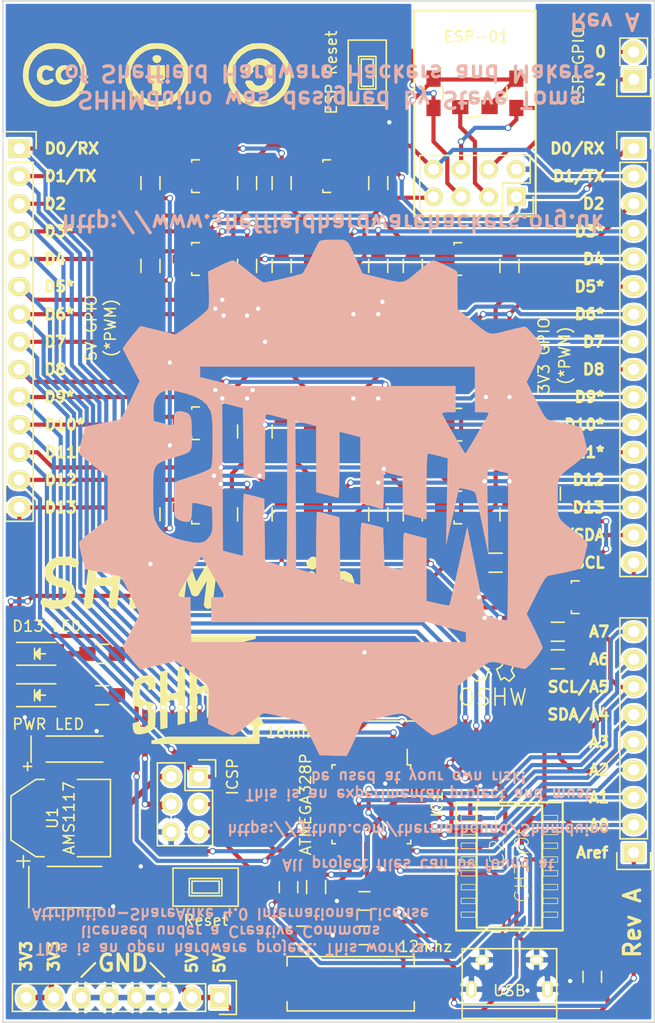
<source format=kicad_pcb>
(kicad_pcb (version 4) (host pcbnew 4.0.1-stable)
  (title_block (title SHHMduino) (rev A))
  (layers (0 F.Cu signal) (31 B.Cu signal) (34 B.Paste user) (35 F.Paste user) (36 B.SilkS user) (37 F.SilkS user) (38 B.Mask user) (39 F.Mask user) (44 Edge.Cuts user))
  (net 0 "")
  (net 1 /D12/MISO/5V)
  (net 2 VCC)
  (net 3 /D13/SCK/5V)
  (net 4 /D11/MOSI/5V)
  (net 5 /RESET)
  (net 6 GND)
  (net 7 /D0/RX/3V3)
  (net 8 /D1/TX/3V3)
  (net 9 /D2/3V3)
  (net 10 /D3/3V3)
  (net 11 /D4/3V3)
  (net 12 /D5/3V3)
  (net 13 /D6/3V3)
  (net 14 /D7/3V3)
  (net 15 /D8/3V3)
  (net 16 /D9/3V3)
  (net 17 /D10/3V3)
  (net 18 /D11/MOSI/3V3)
  (net 19 /D12/MISO/3V3)
  (net 20 /D13/SCK/3V3)
  (net 21 /SDA3V3)
  (net 22 /SCL3V3)
  (net 23 /D0/RX/5V)
  (net 24 /D1/TX/5V)
  (net 25 /D2/5V)
  (net 26 /D3/5V)
  (net 27 /D4/5V)
  (net 28 /D5/5V)
  (net 29 /D6/5V)
  (net 30 /D7/5V)
  (net 31 /D8/5V)
  (net 32 /D9/5V)
  (net 33 /D10/5V)
  (net 34 +3V3)
  (net 35 /DTR)
  (net 36 /AnalogRef)
  (net 37 /Analog0)
  (net 38 /Analog1)
  (net 39 /Analog2)
  (net 40 /Analog3)
  (net 41 /Analog4/SDA5V)
  (net 42 /Analog5/SCL5V)
  (net 43 /Analog6)
  (net 44 /Analog7)
  (net 45 "Net-(P8-Pad3)")
  (net 46 /ESPGP2)
  (net 47 "Net-(P8-Pad5)")
  (net 48 /ESPGP0)
  (net 49 "Net-(D1-Pad2)")
  (net 50 "Net-(D2-Pad2)")
  (net 51 /XTAL1)
  (net 52 /XTAL2)
  (net 53 "Net-(C7-Pad1)")
  (net 54 "Net-(C8-Pad1)")
  (net 55 "Net-(C9-Pad1)")
  (net 56 /D+)
  (net 57 /D-)
  (module Capacitors_Tantalum_SMD:TantalC_SizeA_EIA-3216_HandSoldering (layer F.Cu) (at 124.206 122.174)
    (fp_text reference C4 hide)
    (fp_text value 10uF)
    (fp_text user + (at -4.318 1.524) (layer F.SilkS))
    (pad 2 smd rect (at 1.99898 0) (size 2.99974 1.50114) (layers F.Cu F.Paste F.Mask) (net 6 GND))
    (pad 1 smd rect (at -1.99898 0) (size 2.99974 1.50114) (layers F.Cu F.Paste F.Mask) (net 2 VCC))
  )
  (module Socket_Strips:Socket_Strip_Straight_2x03 (layer F.Cu) (at 135.636 124.714 270)
    (fp_text reference P1 hide)
    (fp_text value ICSP (at 0 -3.1 270) (layer F.SilkS))
    (pad 1 thru_hole rect (at 0 0 270) (size 1.7272 1.7272) (drill 1.016) (layers *.Cu *.Mask F.SilkS) (net 1 /D12/MISO/5V))
    (pad 2 thru_hole oval (at 0 2.54 270) (size 1.7272 1.7272) (drill 1.016) (layers *.Cu *.Mask F.SilkS) (net 2 VCC))
    (pad 3 thru_hole oval (at 2.54 0 270) (size 1.7272 1.7272) (drill 1.016) (layers *.Cu *.Mask F.SilkS) (net 3 /D13/SCK/5V))
    (pad 4 thru_hole oval (at 2.54 2.54 270) (size 1.7272 1.7272) (drill 1.016) (layers *.Cu *.Mask F.SilkS) (net 4 /D11/MOSI/5V))
    (pad 5 thru_hole oval (at 5.08 0 270) (size 1.7272 1.7272) (drill 1.016) (layers *.Cu *.Mask F.SilkS) (net 5 /RESET))
    (pad 6 thru_hole oval (at 5.08 2.54 270) (size 1.7272 1.7272) (drill 1.016) (layers *.Cu *.Mask F.SilkS) (net 6 GND))
  )
  (module Socket_Strips:Socket_Strip_Straight_1x16 (layer F.Cu) (at 175.641 66.929 270)
    (fp_text reference P2 hide)
    (fp_text value "3V3 GPIO" (at 19.05 8.255 270) (layer F.SilkS))
    (pad 1 thru_hole rect (at 0 0 270) (size 1.7272 2.032) (drill 1.016) (layers *.Cu *.Mask F.SilkS) (net 7 /D0/RX/3V3))
    (pad 2 thru_hole oval (at 2.54 0 270) (size 1.7272 2.032) (drill 1.016) (layers *.Cu *.Mask F.SilkS) (net 8 /D1/TX/3V3))
    (pad 3 thru_hole oval (at 5.08 0 270) (size 1.7272 2.032) (drill 1.016) (layers *.Cu *.Mask F.SilkS) (net 9 /D2/3V3))
    (pad 4 thru_hole oval (at 7.62 0 270) (size 1.7272 2.032) (drill 1.016) (layers *.Cu *.Mask F.SilkS) (net 10 /D3/3V3))
    (pad 5 thru_hole oval (at 10.16 0 270) (size 1.7272 2.032) (drill 1.016) (layers *.Cu *.Mask F.SilkS) (net 11 /D4/3V3))
    (pad 6 thru_hole oval (at 12.7 0 270) (size 1.7272 2.032) (drill 1.016) (layers *.Cu *.Mask F.SilkS) (net 12 /D5/3V3))
    (pad 7 thru_hole oval (at 15.24 0 270) (size 1.7272 2.032) (drill 1.016) (layers *.Cu *.Mask F.SilkS) (net 13 /D6/3V3))
    (pad 8 thru_hole oval (at 17.78 0 270) (size 1.7272 2.032) (drill 1.016) (layers *.Cu *.Mask F.SilkS) (net 14 /D7/3V3))
    (pad 9 thru_hole oval (at 20.32 0 270) (size 1.7272 2.032) (drill 1.016) (layers *.Cu *.Mask F.SilkS) (net 15 /D8/3V3))
    (pad 10 thru_hole oval (at 22.86 0 270) (size 1.7272 2.032) (drill 1.016) (layers *.Cu *.Mask F.SilkS) (net 16 /D9/3V3))
    (pad 11 thru_hole oval (at 25.4 0 270) (size 1.7272 2.032) (drill 1.016) (layers *.Cu *.Mask F.SilkS) (net 17 /D10/3V3))
    (pad 12 thru_hole oval (at 27.94 0 270) (size 1.7272 2.032) (drill 1.016) (layers *.Cu *.Mask F.SilkS) (net 18 /D11/MOSI/3V3))
    (pad 13 thru_hole oval (at 30.48 0 270) (size 1.7272 2.032) (drill 1.016) (layers *.Cu *.Mask F.SilkS) (net 19 /D12/MISO/3V3))
    (pad 14 thru_hole oval (at 33.02 0 270) (size 1.7272 2.032) (drill 1.016) (layers *.Cu *.Mask F.SilkS) (net 20 /D13/SCK/3V3))
    (pad 15 thru_hole oval (at 35.56 0 270) (size 1.7272 2.032) (drill 1.016) (layers *.Cu *.Mask F.SilkS) (net 21 /SDA3V3))
    (pad 16 thru_hole oval (at 38.1 0 270) (size 1.7272 2.032) (drill 1.016) (layers *.Cu *.Mask F.SilkS) (net 22 /SCL3V3))
  )
  (module Socket_Strips:Socket_Strip_Straight_1x14 (layer F.Cu) (at 119.126 66.929 270)
    (fp_text reference P3 hide)
    (fp_text value "5V GPIO" (at 16.51 -6.604 270) (layer F.SilkS))
    (pad 1 thru_hole rect (at 0 0 270) (size 1.7272 2.032) (drill 1.016) (layers *.Cu *.Mask F.SilkS) (net 23 /D0/RX/5V))
    (pad 2 thru_hole oval (at 2.54 0 270) (size 1.7272 2.032) (drill 1.016) (layers *.Cu *.Mask F.SilkS) (net 24 /D1/TX/5V))
    (pad 3 thru_hole oval (at 5.08 0 270) (size 1.7272 2.032) (drill 1.016) (layers *.Cu *.Mask F.SilkS) (net 25 /D2/5V))
    (pad 4 thru_hole oval (at 7.62 0 270) (size 1.7272 2.032) (drill 1.016) (layers *.Cu *.Mask F.SilkS) (net 26 /D3/5V))
    (pad 5 thru_hole oval (at 10.16 0 270) (size 1.7272 2.032) (drill 1.016) (layers *.Cu *.Mask F.SilkS) (net 27 /D4/5V))
    (pad 6 thru_hole oval (at 12.7 0 270) (size 1.7272 2.032) (drill 1.016) (layers *.Cu *.Mask F.SilkS) (net 28 /D5/5V))
    (pad 7 thru_hole oval (at 15.24 0 270) (size 1.7272 2.032) (drill 1.016) (layers *.Cu *.Mask F.SilkS) (net 29 /D6/5V))
    (pad 8 thru_hole oval (at 17.78 0 270) (size 1.7272 2.032) (drill 1.016) (layers *.Cu *.Mask F.SilkS) (net 30 /D7/5V))
    (pad 9 thru_hole oval (at 20.32 0 270) (size 1.7272 2.032) (drill 1.016) (layers *.Cu *.Mask F.SilkS) (net 31 /D8/5V))
    (pad 10 thru_hole oval (at 22.86 0 270) (size 1.7272 2.032) (drill 1.016) (layers *.Cu *.Mask F.SilkS) (net 32 /D9/5V))
    (pad 11 thru_hole oval (at 25.4 0 270) (size 1.7272 2.032) (drill 1.016) (layers *.Cu *.Mask F.SilkS) (net 33 /D10/5V))
    (pad 12 thru_hole oval (at 27.94 0 270) (size 1.7272 2.032) (drill 1.016) (layers *.Cu *.Mask F.SilkS) (net 4 /D11/MOSI/5V))
    (pad 13 thru_hole oval (at 30.48 0 270) (size 1.7272 2.032) (drill 1.016) (layers *.Cu *.Mask F.SilkS) (net 1 /D12/MISO/5V))
    (pad 14 thru_hole oval (at 33.02 0 270) (size 1.7272 2.032) (drill 1.016) (layers *.Cu *.Mask F.SilkS) (net 3 /D13/SCK/5V))
  )
  (module Socket_Strips:Socket_Strip_Straight_1x08 (layer F.Cu) (at 137.541 145.034 180)
    (fp_text reference P4 hide)
    (fp_text value Power)
    (pad 1 thru_hole rect (at 0 0 180) (size 1.7272 2.032) (drill 1.016) (layers *.Cu *.Mask F.SilkS) (net 2 VCC))
    (pad 2 thru_hole oval (at 2.54 0 180) (size 1.7272 2.032) (drill 1.016) (layers *.Cu *.Mask F.SilkS) (net 2 VCC))
    (pad 3 thru_hole oval (at 5.08 0 180) (size 1.7272 2.032) (drill 1.016) (layers *.Cu *.Mask F.SilkS) (net 6 GND))
    (pad 4 thru_hole oval (at 7.62 0 180) (size 1.7272 2.032) (drill 1.016) (layers *.Cu *.Mask F.SilkS) (net 6 GND))
    (pad 5 thru_hole oval (at 10.16 0 180) (size 1.7272 2.032) (drill 1.016) (layers *.Cu *.Mask F.SilkS) (net 6 GND))
    (pad 6 thru_hole oval (at 12.7 0 180) (size 1.7272 2.032) (drill 1.016) (layers *.Cu *.Mask F.SilkS) (net 6 GND))
    (pad 7 thru_hole oval (at 15.24 0 180) (size 1.7272 2.032) (drill 1.016) (layers *.Cu *.Mask F.SilkS) (net 34 +3V3))
    (pad 8 thru_hole oval (at 17.78 0 180) (size 1.7272 2.032) (drill 1.016) (layers *.Cu *.Mask F.SilkS) (net 34 +3V3))
  )
  (module Socket_Strips:Socket_Strip_Straight_1x09 (layer F.Cu) (at 175.641 131.699 90)
    (fp_text reference P6 hide)
    (fp_text value Analog hide)
    (pad 1 thru_hole rect (at 0 0 90) (size 1.7272 2.032) (drill 1.016) (layers *.Cu *.Mask F.SilkS) (net 36 /AnalogRef))
    (pad 2 thru_hole oval (at 2.54 0 90) (size 1.7272 2.032) (drill 1.016) (layers *.Cu *.Mask F.SilkS) (net 37 /Analog0))
    (pad 3 thru_hole oval (at 5.08 0 90) (size 1.7272 2.032) (drill 1.016) (layers *.Cu *.Mask F.SilkS) (net 38 /Analog1))
    (pad 4 thru_hole oval (at 7.62 0 90) (size 1.7272 2.032) (drill 1.016) (layers *.Cu *.Mask F.SilkS) (net 39 /Analog2))
    (pad 5 thru_hole oval (at 10.16 0 90) (size 1.7272 2.032) (drill 1.016) (layers *.Cu *.Mask F.SilkS) (net 40 /Analog3))
    (pad 6 thru_hole oval (at 12.7 0 90) (size 1.7272 2.032) (drill 1.016) (layers *.Cu *.Mask F.SilkS) (net 41 /Analog4/SDA5V))
    (pad 7 thru_hole oval (at 15.24 0 90) (size 1.7272 2.032) (drill 1.016) (layers *.Cu *.Mask F.SilkS) (net 42 /Analog5/SCL5V))
    (pad 8 thru_hole oval (at 17.78 0 90) (size 1.7272 2.032) (drill 1.016) (layers *.Cu *.Mask F.SilkS) (net 43 /Analog6))
    (pad 9 thru_hole oval (at 20.32 0 90) (size 1.7272 2.032) (drill 1.016) (layers *.Cu *.Mask F.SilkS) (net 44 /Analog7))
  )
  (module Connect:USB_Micro-B (layer F.Cu) (at 164.211 143.129)
    (fp_text reference P7 hide)
    (fp_text value USB (at 0 1.27) (layer F.SilkS))
    (pad 1 smd rect (at -1.3009 -1.56254 90) (size 1.35 0.4) (layers F.Cu F.Paste F.Mask) (net 2 VCC))
    (pad 2 smd rect (at -0.6509 -1.56254 90) (size 1.35 0.4) (layers F.Cu F.Paste F.Mask) (net 57 /D-))
    (pad 3 smd rect (at -0.0009 -1.56254 90) (size 1.35 0.4) (layers F.Cu F.Paste F.Mask) (net 56 /D+))
    (pad 4 smd rect (at 0.6491 -1.56254 90) (size 1.35 0.4) (layers F.Cu F.Paste F.Mask))
    (pad 5 smd rect (at 1.2991 -1.56254 90) (size 1.35 0.4) (layers F.Cu F.Paste F.Mask) (net 6 GND))
    (pad 6 thru_hole oval (at -2.5009 -1.56254 90) (size 0.95 1.25) (drill oval 0.55 0.85) (layers *.Cu *.Mask F.SilkS) (net 6 GND))
    (pad 6 thru_hole oval (at 2.4991 -1.56254 90) (size 0.95 1.25) (drill oval 0.55 0.85) (layers *.Cu *.Mask F.SilkS) (net 6 GND))
    (pad 6 thru_hole oval (at -3.5009 1.13746 90) (size 1.55 1) (drill oval 1.15 0.5) (layers *.Cu *.Mask F.SilkS) (net 6 GND))
    (pad 6 thru_hole oval (at 3.4991 1.13746 90) (size 1.55 1) (drill oval 1.15 0.5) (layers *.Cu *.Mask F.SilkS) (net 6 GND))
  )
  (module Socket_Strips:Socket_Strip_Straight_2x04 (layer F.Cu) (at 164.846 71.374 180)
    (fp_text reference P8 hide)
    (fp_text value ESP-01 (at 3.683 14.732 180) (layer F.SilkS))
    (pad 1 thru_hole rect (at 0 0 180) (size 1.7272 1.7272) (drill 1.016) (layers *.Cu *.Mask F.SilkS) (net 7 /D0/RX/3V3))
    (pad 2 thru_hole oval (at 0 2.54 180) (size 1.7272 1.7272) (drill 1.016) (layers *.Cu *.Mask F.SilkS) (net 6 GND))
    (pad 3 thru_hole oval (at 2.54 0 180) (size 1.7272 1.7272) (drill 1.016) (layers *.Cu *.Mask F.SilkS) (net 45 "Net-(P8-Pad3)"))
    (pad 4 thru_hole oval (at 2.54 2.54 180) (size 1.7272 1.7272) (drill 1.016) (layers *.Cu *.Mask F.SilkS) (net 46 /ESPGP2))
    (pad 5 thru_hole oval (at 5.08 0 180) (size 1.7272 1.7272) (drill 1.016) (layers *.Cu *.Mask F.SilkS) (net 47 "Net-(P8-Pad5)"))
    (pad 6 thru_hole oval (at 5.08 2.54 180) (size 1.7272 1.7272) (drill 1.016) (layers *.Cu *.Mask F.SilkS) (net 48 /ESPGP0))
    (pad 7 thru_hole oval (at 7.62 0 180) (size 1.7272 1.7272) (drill 1.016) (layers *.Cu *.Mask F.SilkS) (net 34 +3V3))
    (pad 8 thru_hole oval (at 7.62 2.54 180) (size 1.7272 1.7272) (drill 1.016) (layers *.Cu *.Mask F.SilkS) (net 8 /D1/TX/3V3))
  )
  (module Socket_Strips:Socket_Strip_Straight_1x02 (layer F.Cu) (at 175.641 60.579 90)
    (fp_text reference P9 hide)
    (fp_text value "ESP GPIO" (at 1.27 -5.08 90) (layer F.SilkS))
    (pad 1 thru_hole rect (at 0 0 90) (size 2.032 2.032) (drill 1.016) (layers *.Cu *.Mask F.SilkS) (net 46 /ESPGP2))
    (pad 2 thru_hole oval (at 2.54 0 90) (size 2.032 2.032) (drill 1.016) (layers *.Cu *.Mask F.SilkS) (net 48 /ESPGP0))
  )
  (module Resistors_SMD:R_0805_HandSoldering (layer F.Cu) (at 152.146 70.104 90)
    (fp_text reference R3 hide)
    (fp_text value 10K)
    (pad 1 smd rect (at -1.35 0 90) (size 1.5 1.3) (layers F.Cu F.Paste F.Mask) (net 34 +3V3))
    (pad 2 smd rect (at 1.35 0 90) (size 1.5 1.3) (layers F.Cu F.Paste F.Mask) (net 7 /D0/RX/3V3))
  )
  (module Resistors_SMD:R_0805_HandSoldering (layer F.Cu) (at 152.146 85.344 90)
    (fp_text reference R4 hide)
    (fp_text value 10K)
    (pad 1 smd rect (at -1.35 0 90) (size 1.5 1.3) (layers F.Cu F.Paste F.Mask) (net 34 +3V3))
    (pad 2 smd rect (at 1.35 0 90) (size 1.5 1.3) (layers F.Cu F.Paste F.Mask) (net 13 /D6/3V3))
  )
  (module Resistors_SMD:R_0805_HandSoldering (layer F.Cu) (at 143.256 70.104 90)
    (fp_text reference R5 hide)
    (fp_text value 10K)
    (pad 1 smd rect (at -1.35 0 90) (size 1.5 1.3) (layers F.Cu F.Paste F.Mask) (net 2 VCC))
    (pad 2 smd rect (at 1.35 0 90) (size 1.5 1.3) (layers F.Cu F.Paste F.Mask) (net 23 /D0/RX/5V))
  )
  (module Resistors_SMD:R_0805_HandSoldering (layer F.Cu) (at 143.256 85.344 90)
    (fp_text reference R6 hide)
    (fp_text value 10K)
    (pad 1 smd rect (at -1.35 0 90) (size 1.5 1.3) (layers F.Cu F.Paste F.Mask) (net 2 VCC))
    (pad 2 smd rect (at 1.35 0 90) (size 1.5 1.3) (layers F.Cu F.Paste F.Mask) (net 29 /D6/5V))
  )
  (module Resistors_SMD:R_0805_HandSoldering (layer F.Cu) (at 140.081 70.104 90)
    (fp_text reference R7 hide)
    (fp_text value 10K)
    (pad 1 smd rect (at -1.35 0 90) (size 1.5 1.3) (layers F.Cu F.Paste F.Mask) (net 34 +3V3))
    (pad 2 smd rect (at 1.35 0 90) (size 1.5 1.3) (layers F.Cu F.Paste F.Mask) (net 8 /D1/TX/3V3))
  )
  (module Resistors_SMD:R_0805_HandSoldering (layer F.Cu) (at 140.081 85.344 90)
    (fp_text reference R8 hide)
    (fp_text value 10K)
    (pad 1 smd rect (at -1.35 0 90) (size 1.5 1.3) (layers F.Cu F.Paste F.Mask) (net 34 +3V3))
    (pad 2 smd rect (at 1.35 0 90) (size 1.5 1.3) (layers F.Cu F.Paste F.Mask) (net 14 /D7/3V3))
  )
  (module Resistors_SMD:R_0805_HandSoldering (layer F.Cu) (at 146.431 134.874 90)
    (fp_text reference R9 hide)
    (fp_text value 10K)
    (pad 1 smd rect (at -1.35 0 90) (size 1.5 1.3) (layers F.Cu F.Paste F.Mask) (net 2 VCC))
    (pad 2 smd rect (at 1.35 0 90) (size 1.5 1.3) (layers F.Cu F.Paste F.Mask) (net 5 /RESET))
  )
  (module Resistors_SMD:R_0805_HandSoldering (layer F.Cu) (at 131.191 70.104 90)
    (fp_text reference R11 hide)
    (fp_text value 10K)
    (pad 1 smd rect (at -1.35 0 90) (size 1.5 1.3) (layers F.Cu F.Paste F.Mask) (net 2 VCC))
    (pad 2 smd rect (at 1.35 0 90) (size 1.5 1.3) (layers F.Cu F.Paste F.Mask) (net 24 /D1/TX/5V))
  )
  (module Resistors_SMD:R_0805_HandSoldering (layer F.Cu) (at 131.191 85.344 90)
    (fp_text reference R12 hide)
    (fp_text value 10K)
    (pad 1 smd rect (at -1.35 0 90) (size 1.5 1.3) (layers F.Cu F.Paste F.Mask) (net 2 VCC))
    (pad 2 smd rect (at 1.35 0 90) (size 1.5 1.3) (layers F.Cu F.Paste F.Mask) (net 30 /D7/5V))
  )
  (module Resistors_SMD:R_0805_HandSoldering (layer F.Cu) (at 164.211 77.724 90)
    (fp_text reference R14 hide)
    (fp_text value 10K)
    (pad 1 smd rect (at -1.35 0 90) (size 1.5 1.3) (layers F.Cu F.Paste F.Mask) (net 34 +3V3))
    (pad 2 smd rect (at 1.35 0 90) (size 1.5 1.3) (layers F.Cu F.Paste F.Mask) (net 9 /D2/3V3))
  )
  (module Resistors_SMD:R_0805_HandSoldering (layer F.Cu) (at 164.211 92.964 90)
    (fp_text reference R15 hide)
    (fp_text value 10K)
    (pad 1 smd rect (at -1.35 0 90) (size 1.5 1.3) (layers F.Cu F.Paste F.Mask) (net 34 +3V3))
    (pad 2 smd rect (at 1.35 0 90) (size 1.5 1.3) (layers F.Cu F.Paste F.Mask) (net 15 /D8/3V3))
  )
  (module Resistors_SMD:R_0805_HandSoldering (layer F.Cu) (at 155.321 77.724 90)
    (fp_text reference R16 hide)
    (fp_text value 10K)
    (pad 1 smd rect (at -1.35 0 90) (size 1.5 1.3) (layers F.Cu F.Paste F.Mask) (net 2 VCC))
    (pad 2 smd rect (at 1.35 0 90) (size 1.5 1.3) (layers F.Cu F.Paste F.Mask) (net 25 /D2/5V))
  )
  (module Resistors_SMD:R_0805_HandSoldering (layer F.Cu) (at 155.321 92.964 90)
    (fp_text reference R17 hide)
    (fp_text value 10K)
    (pad 1 smd rect (at -1.35 0 90) (size 1.5 1.3) (layers F.Cu F.Paste F.Mask) (net 2 VCC))
    (pad 2 smd rect (at 1.35 0 90) (size 1.5 1.3) (layers F.Cu F.Paste F.Mask) (net 31 /D8/5V))
  )
  (module Resistors_SMD:R_0805_HandSoldering (layer F.Cu) (at 157.226 61.849 270)
    (fp_text reference R18 hide)
    (fp_text value 10K)
    (pad 1 smd rect (at -1.35 0 270) (size 1.5 1.3) (layers F.Cu F.Paste F.Mask) (net 34 +3V3))
    (pad 2 smd rect (at 1.35 0 270) (size 1.5 1.3) (layers F.Cu F.Paste F.Mask) (net 47 "Net-(P8-Pad5)"))
  )
  (module Resistors_SMD:R_0805_HandSoldering (layer F.Cu) (at 152.146 77.724 90)
    (fp_text reference R19 hide)
    (fp_text value 10K)
    (pad 1 smd rect (at -1.35 0 90) (size 1.5 1.3) (layers F.Cu F.Paste F.Mask) (net 34 +3V3))
    (pad 2 smd rect (at 1.35 0 90) (size 1.5 1.3) (layers F.Cu F.Paste F.Mask) (net 10 /D3/3V3))
  )
  (module Resistors_SMD:R_0805_HandSoldering (layer F.Cu) (at 152.146 92.964 90)
    (fp_text reference R20 hide)
    (fp_text value 10K)
    (pad 1 smd rect (at -1.35 0 90) (size 1.5 1.3) (layers F.Cu F.Paste F.Mask) (net 34 +3V3))
    (pad 2 smd rect (at 1.35 0 90) (size 1.5 1.3) (layers F.Cu F.Paste F.Mask) (net 16 /D9/3V3))
  )
  (module Resistors_SMD:R_0805_HandSoldering (layer F.Cu) (at 161.036 63.119)
    (fp_text reference R21 hide)
    (fp_text value 10K)
    (pad 1 smd rect (at -1.35 0) (size 1.5 1.3) (layers F.Cu F.Paste F.Mask) (net 45 "Net-(P8-Pad3)"))
    (pad 2 smd rect (at 1.35 0) (size 1.5 1.3) (layers F.Cu F.Paste F.Mask) (net 34 +3V3))
  )
  (module Resistors_SMD:R_0805_HandSoldering (layer F.Cu) (at 143.256 77.724 90)
    (fp_text reference R22 hide)
    (fp_text value 10K)
    (pad 1 smd rect (at -1.35 0 90) (size 1.5 1.3) (layers F.Cu F.Paste F.Mask) (net 2 VCC))
    (pad 2 smd rect (at 1.35 0 90) (size 1.5 1.3) (layers F.Cu F.Paste F.Mask) (net 26 /D3/5V))
  )
  (module Resistors_SMD:R_0805_HandSoldering (layer F.Cu) (at 143.256 92.964 90)
    (fp_text reference R23 hide)
    (fp_text value 10K)
    (pad 1 smd rect (at -1.35 0 90) (size 1.5 1.3) (layers F.Cu F.Paste F.Mask) (net 2 VCC))
    (pad 2 smd rect (at 1.35 0 90) (size 1.5 1.3) (layers F.Cu F.Paste F.Mask) (net 32 /D9/5V))
  )
  (module Resistors_SMD:R_0805_HandSoldering (layer F.Cu) (at 140.081 77.724 90)
    (fp_text reference R24 hide)
    (fp_text value 10K)
    (pad 1 smd rect (at -1.35 0 90) (size 1.5 1.3) (layers F.Cu F.Paste F.Mask) (net 34 +3V3))
    (pad 2 smd rect (at 1.35 0 90) (size 1.5 1.3) (layers F.Cu F.Paste F.Mask) (net 11 /D4/3V3))
  )
  (module Resistors_SMD:R_0805_HandSoldering (layer F.Cu) (at 140.081 92.964 90)
    (fp_text reference R25 hide)
    (fp_text value 10K)
    (pad 1 smd rect (at -1.35 0 90) (size 1.5 1.3) (layers F.Cu F.Paste F.Mask) (net 34 +3V3))
    (pad 2 smd rect (at 1.35 0 90) (size 1.5 1.3) (layers F.Cu F.Paste F.Mask) (net 17 /D10/3V3))
  )
  (module Resistors_SMD:R_0805_HandSoldering (layer F.Cu) (at 152.146 100.584 90)
    (fp_text reference R26 hide)
    (fp_text value 10K)
    (pad 1 smd rect (at -1.35 0 90) (size 1.5 1.3) (layers F.Cu F.Paste F.Mask) (net 34 +3V3))
    (pad 2 smd rect (at 1.35 0 90) (size 1.5 1.3) (layers F.Cu F.Paste F.Mask) (net 19 /D12/MISO/3V3))
  )
  (module Resistors_SMD:R_0805_HandSoldering (layer F.Cu) (at 162.941 105.029)
    (fp_text reference R27 hide)
    (fp_text value 4K7)
    (pad 1 smd rect (at -1.35 0) (size 1.5 1.3) (layers F.Cu F.Paste F.Mask) (net 34 +3V3))
    (pad 2 smd rect (at 1.35 0) (size 1.5 1.3) (layers F.Cu F.Paste F.Mask) (net 21 /SDA3V3))
  )
  (module Resistors_SMD:R_0805_HandSoldering (layer F.Cu) (at 164.846 61.849 270)
    (fp_text reference R28 hide)
    (fp_text value 10K)
    (pad 1 smd rect (at -1.35 0 270) (size 1.5 1.3) (layers F.Cu F.Paste F.Mask) (net 34 +3V3))
    (pad 2 smd rect (at 1.35 0 270) (size 1.5 1.3) (layers F.Cu F.Paste F.Mask) (net 48 /ESPGP0))
  )
  (module Resistors_SMD:R_0805_HandSoldering (layer F.Cu) (at 131.191 77.724 90)
    (fp_text reference R29 hide)
    (fp_text value 10K)
    (pad 1 smd rect (at -1.35 0 90) (size 1.5 1.3) (layers F.Cu F.Paste F.Mask) (net 2 VCC))
    (pad 2 smd rect (at 1.35 0 90) (size 1.5 1.3) (layers F.Cu F.Paste F.Mask) (net 27 /D4/5V))
  )
  (module Resistors_SMD:R_0805_HandSoldering (layer F.Cu) (at 131.191 92.964 90)
    (fp_text reference R30 hide)
    (fp_text value 10K)
    (pad 1 smd rect (at -1.35 0 90) (size 1.5 1.3) (layers F.Cu F.Paste F.Mask) (net 2 VCC))
    (pad 2 smd rect (at 1.35 0 90) (size 1.5 1.3) (layers F.Cu F.Paste F.Mask) (net 33 /D10/5V))
  )
  (module Resistors_SMD:R_0805_HandSoldering (layer F.Cu) (at 143.256 100.584 90)
    (fp_text reference R31 hide)
    (fp_text value 10K)
    (pad 1 smd rect (at -1.35 0 90) (size 1.5 1.3) (layers F.Cu F.Paste F.Mask) (net 2 VCC))
    (pad 2 smd rect (at 1.35 0 90) (size 1.5 1.3) (layers F.Cu F.Paste F.Mask) (net 1 /D12/MISO/5V))
  )
  (module Resistors_SMD:R_0805_HandSoldering (layer F.Cu) (at 168.656 113.919)
    (fp_text reference R32 hide)
    (fp_text value 4K7)
    (pad 1 smd rect (at -1.35 0) (size 1.5 1.3) (layers F.Cu F.Paste F.Mask) (net 2 VCC))
    (pad 2 smd rect (at 1.35 0) (size 1.5 1.3) (layers F.Cu F.Paste F.Mask) (net 41 /Analog4/SDA5V))
  )
  (module Resistors_SMD:R_0805_HandSoldering (layer F.Cu) (at 126.746 113.411)
    (fp_text reference R33 hide)
    (fp_text value 330)
    (pad 1 smd rect (at -1.35 0) (size 1.5 1.3) (layers F.Cu F.Paste F.Mask) (net 49 "Net-(D1-Pad2)"))
    (pad 2 smd rect (at 1.35 0) (size 1.5 1.3) (layers F.Cu F.Paste F.Mask) (net 3 /D13/SCK/5V))
  )
  (module Resistors_SMD:R_0805_HandSoldering (layer F.Cu) (at 126.746 117.221)
    (fp_text reference R34 hide)
    (fp_text value 330)
    (pad 1 smd rect (at -1.35 0) (size 1.5 1.3) (layers F.Cu F.Paste F.Mask) (net 50 "Net-(D2-Pad2)"))
    (pad 2 smd rect (at 1.35 0) (size 1.5 1.3) (layers F.Cu F.Paste F.Mask) (net 2 VCC))
  )
  (module Resistors_SMD:R_0805_HandSoldering (layer F.Cu) (at 164.211 85.344 90)
    (fp_text reference R35 hide)
    (fp_text value 10K)
    (pad 1 smd rect (at -1.35 0 90) (size 1.5 1.3) (layers F.Cu F.Paste F.Mask) (net 34 +3V3))
    (pad 2 smd rect (at 1.35 0 90) (size 1.5 1.3) (layers F.Cu F.Paste F.Mask) (net 12 /D5/3V3))
  )
  (module Resistors_SMD:R_0805_HandSoldering (layer F.Cu) (at 164.211 100.584 90)
    (fp_text reference R36 hide)
    (fp_text value 10K)
    (pad 1 smd rect (at -1.35 0 90) (size 1.5 1.3) (layers F.Cu F.Paste F.Mask) (net 34 +3V3))
    (pad 2 smd rect (at 1.35 0 90) (size 1.5 1.3) (layers F.Cu F.Paste F.Mask) (net 18 /D11/MOSI/3V3))
  )
  (module Resistors_SMD:R_0805_HandSoldering (layer F.Cu) (at 140.081 100.584 90)
    (fp_text reference R37 hide)
    (fp_text value 10K)
    (pad 1 smd rect (at -1.35 0 90) (size 1.5 1.3) (layers F.Cu F.Paste F.Mask) (net 34 +3V3))
    (pad 2 smd rect (at 1.35 0 90) (size 1.5 1.3) (layers F.Cu F.Paste F.Mask) (net 20 /D13/SCK/3V3))
  )
  (module Resistors_SMD:R_0805_HandSoldering (layer F.Cu) (at 168.021 98.679 90)
    (fp_text reference R38 hide)
    (fp_text value 4K7)
    (pad 1 smd rect (at -1.35 0 90) (size 1.5 1.3) (layers F.Cu F.Paste F.Mask) (net 34 +3V3))
    (pad 2 smd rect (at 1.35 0 90) (size 1.5 1.3) (layers F.Cu F.Paste F.Mask) (net 22 /SCL3V3))
  )
  (module Resistors_SMD:R_0805_HandSoldering (layer F.Cu) (at 155.321 85.344 90)
    (fp_text reference R39 hide)
    (fp_text value 10K)
    (pad 1 smd rect (at -1.35 0 90) (size 1.5 1.3) (layers F.Cu F.Paste F.Mask) (net 2 VCC))
    (pad 2 smd rect (at 1.35 0 90) (size 1.5 1.3) (layers F.Cu F.Paste F.Mask) (net 28 /D5/5V))
  )
  (module Resistors_SMD:R_0805_HandSoldering (layer F.Cu) (at 155.321 100.584 90)
    (fp_text reference R40 hide)
    (fp_text value 10K)
    (pad 1 smd rect (at -1.35 0 90) (size 1.5 1.3) (layers F.Cu F.Paste F.Mask) (net 2 VCC))
    (pad 2 smd rect (at 1.35 0 90) (size 1.5 1.3) (layers F.Cu F.Paste F.Mask) (net 4 /D11/MOSI/5V))
  )
  (module Resistors_SMD:R_0805_HandSoldering (layer F.Cu) (at 131.191 100.584 90)
    (fp_text reference R41 hide)
    (fp_text value 10K)
    (pad 1 smd rect (at -1.35 0 90) (size 1.5 1.3) (layers F.Cu F.Paste F.Mask) (net 2 VCC))
    (pad 2 smd rect (at 1.35 0 90) (size 1.5 1.3) (layers F.Cu F.Paste F.Mask) (net 3 /D13/SCK/5V))
  )
  (module Resistors_SMD:R_0805_HandSoldering (layer F.Cu) (at 168.656 111.379)
    (fp_text reference R42 hide)
    (fp_text value 4K7)
    (pad 1 smd rect (at -1.35 0) (size 1.5 1.3) (layers F.Cu F.Paste F.Mask) (net 2 VCC))
    (pad 2 smd rect (at 1.35 0) (size 1.5 1.3) (layers F.Cu F.Paste F.Mask) (net 42 /Analog5/SCL5V))
  )
  (module Crystals:Crystal_HC49-SD_SMD (layer F.Cu) (at 150.876 117.094 180)
    (fp_text reference Y1 hide)
    (fp_text value 16mhz (at 6.604 -3.556 180) (layer F.SilkS))
    (pad 1 smd rect (at -4.84886 0 180) (size 5.6007 2.10058) (layers F.Cu F.Paste F.Mask) (net 51 /XTAL1))
    (pad 2 smd rect (at 4.84886 0 180) (size 5.6007 2.10058) (layers F.Cu F.Paste F.Mask) (net 52 /XTAL2))
  )
  (module Capacitors_SMD:C_0805_HandSoldering (layer F.Cu) (at 150.876 136.144 180)
    (fp_text reference C1 hide)
    (fp_text value 0.1Uf)
    (pad 1 smd rect (at -1.25 0 180) (size 1.5 1.25) (layers F.Cu F.Paste F.Mask) (net 36 /AnalogRef))
    (pad 2 smd rect (at 1.25 0 180) (size 1.5 1.25) (layers F.Cu F.Paste F.Mask) (net 6 GND))
  )
  (module Capacitors_SMD:C_0805_HandSoldering (layer F.Cu) (at 143.891 134.874 270)
    (fp_text reference C2 hide)
    (fp_text value 0.1uF)
    (pad 1 smd rect (at -1.25 0 270) (size 1.5 1.25) (layers F.Cu F.Paste F.Mask) (net 5 /RESET))
    (pad 2 smd rect (at 1.25 0 270) (size 1.5 1.25) (layers F.Cu F.Paste F.Mask) (net 35 /DTR))
  )
  (module Capacitors_SMD:C_0805_HandSoldering (layer F.Cu) (at 154.051 113.284 180)
    (fp_text reference C3 hide)
    (fp_text value 22pF)
    (pad 1 smd rect (at -1.25 0 180) (size 1.5 1.25) (layers F.Cu F.Paste F.Mask) (net 51 /XTAL1))
    (pad 2 smd rect (at 1.25 0 180) (size 1.5 1.25) (layers F.Cu F.Paste F.Mask) (net 6 GND))
  )
  (module Capacitors_SMD:C_0805_HandSoldering (layer F.Cu) (at 147.701 113.284)
    (fp_text reference C5 hide)
    (fp_text value 22pF)
    (pad 1 smd rect (at -1.25 0) (size 1.5 1.25) (layers F.Cu F.Paste F.Mask) (net 52 /XTAL2))
    (pad 2 smd rect (at 1.25 0) (size 1.5 1.25) (layers F.Cu F.Paste F.Mask) (net 6 GND))
  )
  (module LEDs:LED-1206 (layer F.Cu) (at 121.031 113.411)
    (fp_text reference D1 hide)
    (fp_text value "D13 LED" (at 0.635 -2.54) (layer F.SilkS))
    (pad 2 smd rect (at 1.41986 0 180) (size 1.59766 1.80086) (layers F.Cu F.Paste F.Mask) (net 49 "Net-(D1-Pad2)"))
    (pad 1 smd rect (at -1.41986 0 180) (size 1.59766 1.80086) (layers F.Cu F.Paste F.Mask) (net 6 GND))
  )
  (module LEDs:LED-1206 (layer F.Cu) (at 121.031 117.221)
    (fp_text reference D2 hide)
    (fp_text value "PWR LED" (at 0.762 2.667) (layer F.SilkS))
    (pad 2 smd rect (at 1.41986 0 180) (size 1.59766 1.80086) (layers F.Cu F.Paste F.Mask) (net 50 "Net-(D2-Pad2)"))
    (pad 1 smd rect (at -1.41986 0 180) (size 1.59766 1.80086) (layers F.Cu F.Paste F.Mask) (net 6 GND))
  )
  (module Housings_QFP:TQFP-32_7x7mm_Pitch0.8mm (layer F.Cu) (at 151.511 127.254 270)
    (fp_text reference IC1 (at 0 -6.05 270) (layer F.SilkS))
    (fp_text value ATMEGA328P (at 0 6.05 270) (layer F.SilkS))
    (pad 1 smd rect (at -4.25 -2.8 270) (size 1.6 0.55) (layers F.Cu F.Paste F.Mask) (net 26 /D3/5V))
    (pad 2 smd rect (at -4.25 -2 270) (size 1.6 0.55) (layers F.Cu F.Paste F.Mask) (net 27 /D4/5V))
    (pad 3 smd rect (at -4.25 -1.2 270) (size 1.6 0.55) (layers F.Cu F.Paste F.Mask) (net 6 GND))
    (pad 4 smd rect (at -4.25 -0.4 270) (size 1.6 0.55) (layers F.Cu F.Paste F.Mask) (net 2 VCC))
    (pad 5 smd rect (at -4.25 0.4 270) (size 1.6 0.55) (layers F.Cu F.Paste F.Mask) (net 6 GND))
    (pad 6 smd rect (at -4.25 1.2 270) (size 1.6 0.55) (layers F.Cu F.Paste F.Mask) (net 2 VCC))
    (pad 7 smd rect (at -4.25 2 270) (size 1.6 0.55) (layers F.Cu F.Paste F.Mask) (net 51 /XTAL1))
    (pad 8 smd rect (at -4.25 2.8 270) (size 1.6 0.55) (layers F.Cu F.Paste F.Mask) (net 52 /XTAL2))
    (pad 9 smd rect (at -2.8 4.25) (size 1.6 0.55) (layers F.Cu F.Paste F.Mask) (net 28 /D5/5V))
    (pad 10 smd rect (at -2 4.25) (size 1.6 0.55) (layers F.Cu F.Paste F.Mask) (net 29 /D6/5V))
    (pad 11 smd rect (at -1.2 4.25) (size 1.6 0.55) (layers F.Cu F.Paste F.Mask) (net 30 /D7/5V))
    (pad 12 smd rect (at -0.4 4.25) (size 1.6 0.55) (layers F.Cu F.Paste F.Mask) (net 31 /D8/5V))
    (pad 13 smd rect (at 0.4 4.25) (size 1.6 0.55) (layers F.Cu F.Paste F.Mask) (net 32 /D9/5V))
    (pad 14 smd rect (at 1.2 4.25) (size 1.6 0.55) (layers F.Cu F.Paste F.Mask) (net 33 /D10/5V))
    (pad 15 smd rect (at 2 4.25) (size 1.6 0.55) (layers F.Cu F.Paste F.Mask) (net 4 /D11/MOSI/5V))
    (pad 16 smd rect (at 2.8 4.25) (size 1.6 0.55) (layers F.Cu F.Paste F.Mask) (net 1 /D12/MISO/5V))
    (pad 17 smd rect (at 4.25 2.8 270) (size 1.6 0.55) (layers F.Cu F.Paste F.Mask) (net 3 /D13/SCK/5V))
    (pad 18 smd rect (at 4.25 2 270) (size 1.6 0.55) (layers F.Cu F.Paste F.Mask) (net 2 VCC))
    (pad 19 smd rect (at 4.25 1.2 270) (size 1.6 0.55) (layers F.Cu F.Paste F.Mask) (net 43 /Analog6))
    (pad 20 smd rect (at 4.25 0.4 270) (size 1.6 0.55) (layers F.Cu F.Paste F.Mask) (net 36 /AnalogRef))
    (pad 21 smd rect (at 4.25 -0.4 270) (size 1.6 0.55) (layers F.Cu F.Paste F.Mask) (net 6 GND))
    (pad 22 smd rect (at 4.25 -1.2 270) (size 1.6 0.55) (layers F.Cu F.Paste F.Mask) (net 44 /Analog7))
    (pad 23 smd rect (at 4.25 -2 270) (size 1.6 0.55) (layers F.Cu F.Paste F.Mask) (net 37 /Analog0))
    (pad 24 smd rect (at 4.25 -2.8 270) (size 1.6 0.55) (layers F.Cu F.Paste F.Mask) (net 38 /Analog1))
    (pad 25 smd rect (at 2.8 -4.25) (size 1.6 0.55) (layers F.Cu F.Paste F.Mask) (net 39 /Analog2))
    (pad 26 smd rect (at 2 -4.25) (size 1.6 0.55) (layers F.Cu F.Paste F.Mask) (net 40 /Analog3))
    (pad 27 smd rect (at 1.2 -4.25) (size 1.6 0.55) (layers F.Cu F.Paste F.Mask) (net 41 /Analog4/SDA5V))
    (pad 28 smd rect (at 0.4 -4.25) (size 1.6 0.55) (layers F.Cu F.Paste F.Mask) (net 42 /Analog5/SCL5V))
    (pad 29 smd rect (at -0.4 -4.25) (size 1.6 0.55) (layers F.Cu F.Paste F.Mask) (net 5 /RESET))
    (pad 30 smd rect (at -1.2 -4.25) (size 1.6 0.55) (layers F.Cu F.Paste F.Mask) (net 23 /D0/RX/5V))
    (pad 31 smd rect (at -2 -4.25) (size 1.6 0.55) (layers F.Cu F.Paste F.Mask) (net 24 /D1/TX/5V))
    (pad 32 smd rect (at -2.8 -4.25) (size 1.6 0.55) (layers F.Cu F.Paste F.Mask) (net 25 /D2/5V))
  )
  (module TO_SOT_Packages_SMD:SOT-23_Handsoldering (layer F.Cu) (at 147.701 84.709 90)
    (fp_text reference Q2 hide)
    (fp_text value BSS138)
    (pad 1 smd rect (at -0.95 1.50114 90) (size 0.8001 1.80086) (layers F.Cu F.Paste F.Mask) (net 34 +3V3))
    (pad 2 smd rect (at 0.95 1.50114 90) (size 0.8001 1.80086) (layers F.Cu F.Paste F.Mask) (net 13 /D6/3V3))
    (pad 3 smd rect (at 0 -1.50114 90) (size 0.8001 1.80086) (layers F.Cu F.Paste F.Mask) (net 29 /D6/5V))
  )
  (module TO_SOT_Packages_SMD:SOT-23_Handsoldering (layer F.Cu) (at 135.636 69.469 90)
    (fp_text reference Q3 hide)
    (fp_text value BSS138)
    (pad 1 smd rect (at -0.95 1.50114 90) (size 0.8001 1.80086) (layers F.Cu F.Paste F.Mask) (net 34 +3V3))
    (pad 2 smd rect (at 0.95 1.50114 90) (size 0.8001 1.80086) (layers F.Cu F.Paste F.Mask) (net 8 /D1/TX/3V3))
    (pad 3 smd rect (at 0 -1.50114 90) (size 0.8001 1.80086) (layers F.Cu F.Paste F.Mask) (net 24 /D1/TX/5V))
  )
  (module TO_SOT_Packages_SMD:SOT-23_Handsoldering (layer F.Cu) (at 135.636 84.709 90)
    (fp_text reference Q4 hide)
    (fp_text value BSS138)
    (pad 1 smd rect (at -0.95 1.50114 90) (size 0.8001 1.80086) (layers F.Cu F.Paste F.Mask) (net 34 +3V3))
    (pad 2 smd rect (at 0.95 1.50114 90) (size 0.8001 1.80086) (layers F.Cu F.Paste F.Mask) (net 14 /D7/3V3))
    (pad 3 smd rect (at 0 -1.50114 90) (size 0.8001 1.80086) (layers F.Cu F.Paste F.Mask) (net 30 /D7/5V))
  )
  (module TO_SOT_Packages_SMD:SOT-23_Handsoldering (layer F.Cu) (at 159.766 77.089 90)
    (fp_text reference Q5 hide)
    (fp_text value BSS138)
    (pad 1 smd rect (at -0.95 1.50114 90) (size 0.8001 1.80086) (layers F.Cu F.Paste F.Mask) (net 34 +3V3))
    (pad 2 smd rect (at 0.95 1.50114 90) (size 0.8001 1.80086) (layers F.Cu F.Paste F.Mask) (net 9 /D2/3V3))
    (pad 3 smd rect (at 0 -1.50114 90) (size 0.8001 1.80086) (layers F.Cu F.Paste F.Mask) (net 25 /D2/5V))
  )
  (module TO_SOT_Packages_SMD:SOT-23_Handsoldering (layer F.Cu) (at 159.766 92.329 90)
    (fp_text reference Q6 hide)
    (fp_text value BSS138)
    (pad 1 smd rect (at -0.95 1.50114 90) (size 0.8001 1.80086) (layers F.Cu F.Paste F.Mask) (net 34 +3V3))
    (pad 2 smd rect (at 0.95 1.50114 90) (size 0.8001 1.80086) (layers F.Cu F.Paste F.Mask) (net 15 /D8/3V3))
    (pad 3 smd rect (at 0 -1.50114 90) (size 0.8001 1.80086) (layers F.Cu F.Paste F.Mask) (net 31 /D8/5V))
  )
  (module TO_SOT_Packages_SMD:SOT-23_Handsoldering (layer F.Cu) (at 147.701 77.089 90)
    (fp_text reference Q7 hide)
    (fp_text value BSS138)
    (pad 1 smd rect (at -0.95 1.50114 90) (size 0.8001 1.80086) (layers F.Cu F.Paste F.Mask) (net 34 +3V3))
    (pad 2 smd rect (at 0.95 1.50114 90) (size 0.8001 1.80086) (layers F.Cu F.Paste F.Mask) (net 10 /D3/3V3))
    (pad 3 smd rect (at 0 -1.50114 90) (size 0.8001 1.80086) (layers F.Cu F.Paste F.Mask) (net 26 /D3/5V))
  )
  (module TO_SOT_Packages_SMD:SOT-23_Handsoldering (layer F.Cu) (at 147.701 92.329 90)
    (fp_text reference Q8 hide)
    (fp_text value BSS138)
    (pad 1 smd rect (at -0.95 1.50114 90) (size 0.8001 1.80086) (layers F.Cu F.Paste F.Mask) (net 34 +3V3))
    (pad 2 smd rect (at 0.95 1.50114 90) (size 0.8001 1.80086) (layers F.Cu F.Paste F.Mask) (net 16 /D9/3V3))
    (pad 3 smd rect (at 0 -1.50114 90) (size 0.8001 1.80086) (layers F.Cu F.Paste F.Mask) (net 32 /D9/5V))
  )
  (module TO_SOT_Packages_SMD:SOT-23_Handsoldering (layer F.Cu) (at 135.636 77.089 90)
    (fp_text reference Q9 hide)
    (fp_text value BSS138)
    (pad 1 smd rect (at -0.95 1.50114 90) (size 0.8001 1.80086) (layers F.Cu F.Paste F.Mask) (net 34 +3V3))
    (pad 2 smd rect (at 0.95 1.50114 90) (size 0.8001 1.80086) (layers F.Cu F.Paste F.Mask) (net 11 /D4/3V3))
    (pad 3 smd rect (at 0 -1.50114 90) (size 0.8001 1.80086) (layers F.Cu F.Paste F.Mask) (net 27 /D4/5V))
  )
  (module TO_SOT_Packages_SMD:SOT-23_Handsoldering (layer F.Cu) (at 135.636 92.202 90)
    (fp_text reference Q10 hide)
    (fp_text value BSS138)
    (pad 1 smd rect (at -0.95 1.50114 90) (size 0.8001 1.80086) (layers F.Cu F.Paste F.Mask) (net 34 +3V3))
    (pad 2 smd rect (at 0.95 1.50114 90) (size 0.8001 1.80086) (layers F.Cu F.Paste F.Mask) (net 17 /D10/3V3))
    (pad 3 smd rect (at 0 -1.50114 90) (size 0.8001 1.80086) (layers F.Cu F.Paste F.Mask) (net 33 /D10/5V))
  )
  (module TO_SOT_Packages_SMD:SOT-23_Handsoldering (layer F.Cu) (at 147.701 99.949 90)
    (fp_text reference Q11 hide)
    (fp_text value BSS138)
    (pad 1 smd rect (at -0.95 1.50114 90) (size 0.8001 1.80086) (layers F.Cu F.Paste F.Mask) (net 34 +3V3))
    (pad 2 smd rect (at 0.95 1.50114 90) (size 0.8001 1.80086) (layers F.Cu F.Paste F.Mask) (net 19 /D12/MISO/3V3))
    (pad 3 smd rect (at 0 -1.50114 90) (size 0.8001 1.80086) (layers F.Cu F.Paste F.Mask) (net 1 /D12/MISO/5V))
  )
  (module TO_SOT_Packages_SMD:SOT-23_Handsoldering (layer F.Cu) (at 164.846 108.204 90)
    (fp_text reference Q12 hide)
    (fp_text value BSS138)
    (pad 1 smd rect (at -0.95 1.50114 90) (size 0.8001 1.80086) (layers F.Cu F.Paste F.Mask) (net 34 +3V3))
    (pad 2 smd rect (at 0.95 1.50114 90) (size 0.8001 1.80086) (layers F.Cu F.Paste F.Mask) (net 21 /SDA3V3))
    (pad 3 smd rect (at 0 -1.50114 90) (size 0.8001 1.80086) (layers F.Cu F.Paste F.Mask) (net 41 /Analog4/SDA5V))
  )
  (module TO_SOT_Packages_SMD:SOT-23_Handsoldering (layer F.Cu) (at 159.766 84.709 90)
    (fp_text reference Q13 hide)
    (fp_text value BSS138)
    (pad 1 smd rect (at -0.95 1.50114 90) (size 0.8001 1.80086) (layers F.Cu F.Paste F.Mask) (net 34 +3V3))
    (pad 2 smd rect (at 0.95 1.50114 90) (size 0.8001 1.80086) (layers F.Cu F.Paste F.Mask) (net 12 /D5/3V3))
    (pad 3 smd rect (at 0 -1.50114 90) (size 0.8001 1.80086) (layers F.Cu F.Paste F.Mask) (net 28 /D5/5V))
  )
  (module TO_SOT_Packages_SMD:SOT-23_Handsoldering (layer F.Cu) (at 159.766 99.949 90)
    (fp_text reference Q14 hide)
    (fp_text value BSS138)
    (pad 1 smd rect (at -0.95 1.50114 90) (size 0.8001 1.80086) (layers F.Cu F.Paste F.Mask) (net 34 +3V3))
    (pad 2 smd rect (at 0.95 1.50114 90) (size 0.8001 1.80086) (layers F.Cu F.Paste F.Mask) (net 18 /D11/MOSI/3V3))
    (pad 3 smd rect (at 0 -1.50114 90) (size 0.8001 1.80086) (layers F.Cu F.Paste F.Mask) (net 4 /D11/MOSI/5V))
  )
  (module TO_SOT_Packages_SMD:SOT-23_Handsoldering (layer F.Cu) (at 135.636 99.949 90)
    (fp_text reference Q15 hide)
    (fp_text value BSS138)
    (pad 1 smd rect (at -0.95 1.50114 90) (size 0.8001 1.80086) (layers F.Cu F.Paste F.Mask) (net 34 +3V3))
    (pad 2 smd rect (at 0.95 1.50114 90) (size 0.8001 1.80086) (layers F.Cu F.Paste F.Mask) (net 20 /D13/SCK/3V3))
    (pad 3 smd rect (at 0 -1.50114 90) (size 0.8001 1.80086) (layers F.Cu F.Paste F.Mask) (net 3 /D13/SCK/5V))
  )
  (module TO_SOT_Packages_SMD:SOT-23_Handsoldering (layer F.Cu) (at 170.561 108.204 90)
    (fp_text reference Q16 hide)
    (fp_text value BSS138)
    (pad 1 smd rect (at -0.95 1.50114 90) (size 0.8001 1.80086) (layers F.Cu F.Paste F.Mask) (net 34 +3V3))
    (pad 2 smd rect (at 0.95 1.50114 90) (size 0.8001 1.80086) (layers F.Cu F.Paste F.Mask) (net 22 /SCL3V3))
    (pad 3 smd rect (at 0 -1.50114 90) (size 0.8001 1.80086) (layers F.Cu F.Paste F.Mask) (net 42 /Analog5/SCL5V))
  )
  (module TO_SOT_Packages_SMD:SOT-223 (layer F.Cu) (at 122.936 128.524 90)
    (fp_text reference U1 (at 0 -0.762 90) (layer F.SilkS))
    (fp_text value AMS1117 (at 0 0.762 90) (layer F.SilkS))
    (pad 4 smd rect (at 0 -3.302 90) (size 3.6576 2.032) (layers F.Cu F.Paste F.Mask))
    (pad 2 smd rect (at 0 3.302 90) (size 1.016 2.032) (layers F.Cu F.Paste F.Mask) (net 34 +3V3))
    (pad 3 smd rect (at 2.286 3.302 90) (size 1.016 2.032) (layers F.Cu F.Paste F.Mask) (net 2 VCC))
    (pad 1 smd rect (at -2.286 3.302 90) (size 1.016 2.032) (layers F.Cu F.Paste F.Mask) (net 6 GND))
  )
  (module Capacitors_Tantalum_SMD:TantalC_SizeB_EIA-3528_HandSoldering (layer F.Cu) (at 124.206 134.874)
    (fp_text reference C6 hide)
    (fp_text value 22uF)
    (pad 2 smd rect (at 2.12598 0) (size 3.1496 1.80086) (layers F.Cu F.Paste F.Mask) (net 6 GND))
    (pad 1 smd rect (at -2.12598 0) (size 3.1496 1.80086) (layers F.Cu F.Paste F.Mask) (net 34 +3V3))
  )
  (module Buttons_Switches_SMD:SW_SPST_FSMSM (layer F.Cu) (at 136.271 134.874 180)
    (fp_text reference SW1 hide)
    (fp_text value Reset (at 0 -3.048 180) (layer F.SilkS))
    (pad 1 smd rect (at -4.60243 -0.00232 180) (size 2.18 1.6) (layers F.Cu F.Paste F.Mask) (net 5 /RESET))
    (pad 2 smd rect (at 4.60243 0.00232 180) (size 2.18 1.6) (layers F.Cu F.Paste F.Mask) (net 6 GND))
  )
  (module Buttons_Switches_SMD:SW_SPST_FSMSM (layer F.Cu) (at 151.13 59.944 270)
    (fp_text reference SW2 hide)
    (fp_text value "ESP Reset" (at 0 3.302 270) (layer F.SilkS))
    (pad 1 smd rect (at -4.60243 -0.00232 270) (size 2.18 1.6) (layers F.Cu F.Paste F.Mask) (net 47 "Net-(P8-Pad5)"))
    (pad 2 smd rect (at 4.60243 0.00232 270) (size 2.18 1.6) (layers F.Cu F.Paste F.Mask) (net 6 GND))
  )
  (module Capacitors_SMD:C_0805_HandSoldering (layer F.Cu) (at 171.831 143.129 270)
    (fp_text reference C7 hide)
    (fp_text value 0.1uF)
    (pad 1 smd rect (at -1.25 0 270) (size 1.5 1.25) (layers F.Cu F.Paste F.Mask) (net 53 "Net-(C7-Pad1)"))
    (pad 2 smd rect (at 1.25 0 270) (size 1.5 1.25) (layers F.Cu F.Paste F.Mask) (net 6 GND))
  )
  (module Capacitors_SMD:C_0805_HandSoldering (layer F.Cu) (at 150.876 139.319 180)
    (fp_text reference C8 hide)
    (fp_text value 22pF)
    (pad 1 smd rect (at -1.25 0 180) (size 1.5 1.25) (layers F.Cu F.Paste F.Mask) (net 54 "Net-(C8-Pad1)"))
    (pad 2 smd rect (at 1.25 0 180) (size 1.5 1.25) (layers F.Cu F.Paste F.Mask) (net 6 GND))
  )
  (module Capacitors_SMD:C_0805_HandSoldering (layer F.Cu) (at 145.161 139.319)
    (fp_text reference C9 hide)
    (fp_text value 22pF)
    (pad 1 smd rect (at -1.25 0) (size 1.5 1.25) (layers F.Cu F.Paste F.Mask) (net 55 "Net-(C9-Pad1)"))
    (pad 2 smd rect (at 1.25 0) (size 1.5 1.25) (layers F.Cu F.Paste F.Mask) (net 6 GND))
  )
  (module ref-packages:-SOP16 (layer F.Cu) (at 164.211 132.969 270)
    (fp_text reference IC2 (at -0.99822 1.14808 270) (layer F.SilkS) (effects (font (size 1.27 1.27) (thickness 0.0889))))
    (fp_text value CH340G (at -0.36322 -1.14808 270) (layer F.SilkS) (effects (font (size 1.27 1.27) (thickness 0.0889))))
    (fp_text user 1 (at -4.445 1.27 360) (layer F.SilkS) (effects (font (size 1.27 1.27) (thickness 0.0889))))
    (pad 1 smd rect (at -4.445 3.59918 270) (size 0.59944 2.19964) (layers F.Cu F.Paste F.Mask) (net 6 GND))
    (pad 2 smd rect (at -3.175 3.59918 270) (size 0.59944 2.19964) (layers F.Cu F.Paste F.Mask) (net 23 /D0/RX/5V))
    (pad 3 smd rect (at -1.905 3.59918 270) (size 0.59944 2.19964) (layers F.Cu F.Paste F.Mask) (net 24 /D1/TX/5V))
    (pad 4 smd rect (at -0.635 3.59918 270) (size 0.59944 2.19964) (layers F.Cu F.Paste F.Mask) (net 53 "Net-(C7-Pad1)"))
    (pad 5 smd rect (at 0.635 3.59918 270) (size 0.59944 2.19964) (layers F.Cu F.Paste F.Mask) (net 56 /D+))
    (pad 6 smd rect (at 1.905 3.59918 270) (size 0.59944 2.19964) (layers F.Cu F.Paste F.Mask) (net 57 /D-))
    (pad 7 smd rect (at 3.175 3.59918 270) (size 0.59944 2.19964) (layers F.Cu F.Paste F.Mask) (net 55 "Net-(C9-Pad1)"))
    (pad 8 smd rect (at 4.445 3.59918 270) (size 0.59944 2.19964) (layers F.Cu F.Paste F.Mask) (net 54 "Net-(C8-Pad1)"))
    (pad 9 smd rect (at 4.445 -3.59918 270) (size 0.59944 2.19964) (layers F.Cu F.Paste F.Mask))
    (pad 10 smd rect (at 3.175 -3.59918 270) (size 0.59944 2.19964) (layers F.Cu F.Paste F.Mask))
    (pad 11 smd rect (at 1.905 -3.59918 270) (size 0.59944 2.19964) (layers F.Cu F.Paste F.Mask))
    (pad 12 smd rect (at 0.635 -3.59918 270) (size 0.59944 2.19964) (layers F.Cu F.Paste F.Mask))
    (pad 13 smd rect (at -0.635 -3.59918 270) (size 0.59944 2.19964) (layers F.Cu F.Paste F.Mask) (net 35 /DTR))
    (pad 14 smd rect (at -1.905 -3.59918 270) (size 0.59944 2.19964) (layers F.Cu F.Paste F.Mask))
    (pad 15 smd rect (at -3.175 -3.59918 270) (size 0.59944 2.19964) (layers F.Cu F.Paste F.Mask))
    (pad 16 smd rect (at -4.445 -3.59918 270) (size 0.59944 2.19964) (layers F.Cu F.Paste F.Mask) (net 2 VCC))
  )
  (module Crystals:Crystal_HC49-SD_SMD (layer F.Cu) (at 149.606 143.764)
    (fp_text reference Y2 hide)
    (fp_text value 12mhz (at 6.858 -3.429) (layer F.SilkS))
    (pad 1 smd rect (at -4.84886 0) (size 5.6007 2.10058) (layers F.Cu F.Paste F.Mask) (net 55 "Net-(C9-Pad1)"))
    (pad 2 smd rect (at 4.84886 0) (size 5.6007 2.10058) (layers F.Cu F.Paste F.Mask) (net 54 "Net-(C8-Pad1)"))
  )
  (module TO_SOT_Packages_SMD:SOT-23_Handsoldering (layer F.Cu) (at 147.701 69.469 90)
    (fp_text reference Q1 hide)
    (fp_text value BSS138)
    (pad 1 smd rect (at -0.95 1.50114 90) (size 0.8001 1.80086) (layers F.Cu F.Paste F.Mask) (net 34 +3V3))
    (pad 2 smd rect (at 0.95 1.50114 90) (size 0.8001 1.80086) (layers F.Cu F.Paste F.Mask) (net 7 /D0/RX/3V3))
    (pad 3 smd rect (at 0 -1.50114 90) (size 0.8001 1.80086) (layers F.Cu F.Paste F.Mask) (net 23 /D0/RX/5V))
  )
  (module Symbols:Symbol_OSHW-Logo_SilkScreen (layer F.Cu) (at 162.687 113.919)
    (fp_text reference REF** hide)
    (fp_text value Symbol_OSHW-Logo_SilkScreen hide)
  )
  (module Symbols:CC-Attrib-Share-LOGO (layer F.Cu) (at 131.699 60.071)
    (fp_text reference G*** hide)
    (fp_text value LOGO hide)
  )
  (module SHHM-Logos:SHHM-Cog-Large (layer B.Cu) (at 147.828 99.314)
    (fp_text reference G*** hide)
    (fp_text value LOGO hide)
  )
  (module SHHM-Logos:SHHM-Text-Logo-Small (layer F.Cu) (at 136.017 116.586)
    (fp_text reference G*** hide)
    (fp_text value LOGO hide)
  )
  (gr_text "Rev A" (at 172.974 55.245 180) (layer B.SilkS) (effects (font (size 1.5 1.5) (thickness 0.3)) (justify mirror)))
  (gr_text "Rev A" (at 175.514 138.176 90) (layer F.SilkS) (effects (font (size 1.5 1.5) (thickness 0.3))))
  (gr_text "All project files can be found at\n\nhttps://github.com/thermalhound/Shhmduino\n\nThis is an experimental project and must\nbe used at your own risk!" (at 155.829 128.778 180) (layer B.SilkS) (effects (font (size 1 1) (thickness 0.2)) (justify mirror)))
  (gr_text "This is an open hardware project. This work is\nlicensed under a Creative Commons\nAttribution-ShareAlike 4.0 International License" (at 138.557 138.938 180) (layer B.SilkS) (effects (font (size 1 1) (thickness 0.2)) (justify mirror)))
  (gr_text http://www.sheffieldhardwarehackers.org.uk (at 147.955 73.787 180) (layer B.SilkS) (effects (font (size 1.5 1.5) (thickness 0.3)) (justify mirror)))
  (gr_text "SHHMduino was designed by Steve Toms\nof Sheffield Hardware Hackers and Makers" (at 147.701 61.214 180) (layer B.SilkS) (effects (font (size 1.5 1.5) (thickness 0.3)) (justify mirror)))
  (gr_line (start 117.602 147.32) (end 117.602 147.193) (angle 90) (layer Edge.Cuts) (width 0.15))
  (gr_line (start 117.602 53.34) (end 117.602 147.32) (angle 90) (layer Edge.Cuts) (width 0.15))
  (gr_line (start 177.546 53.34) (end 117.602 53.34) (angle 90) (layer Edge.Cuts) (width 0.15))
  (gr_line (start 177.546 147.32) (end 177.546 53.34) (angle 90) (layer Edge.Cuts) (width 0.15))
  (gr_line (start 117.602 147.32) (end 177.546 147.32) (angle 90) (layer Edge.Cuts) (width 0.15))
  (gr_text SHHMduino (at 137.287 107.061) (layer F.SilkS) (effects (font (size 4 4) (thickness 0.8) italic)))
  (gr_text 0 (at 173.228 58.039) (layer F.SilkS) (effects (font (size 1 1) (thickness 0.25)) (justify right)))
  (gr_text 2 (at 173.228 60.579) (layer F.SilkS) (effects (font (size 1 1) (thickness 0.25)) (justify right)))
  (gr_line (start 166.624 73.152) (end 155.448 73.152) (angle 90) (layer F.SilkS) (width 0.2))
  (gr_line (start 166.624 54.229) (end 166.624 73.152) (angle 90) (layer F.SilkS) (width 0.2))
  (gr_line (start 166.497 54.229) (end 166.624 54.229) (angle 90) (layer F.SilkS) (width 0.2))
  (gr_line (start 166.37 54.229) (end 166.497 54.229) (angle 90) (layer F.SilkS) (width 0.2))
  (gr_line (start 155.448 54.229) (end 166.37 54.229) (angle 90) (layer F.SilkS) (width 0.2))
  (gr_line (start 155.448 73.152) (end 155.448 54.229) (angle 90) (layer F.SilkS) (width 0.2))
  (gr_text "(*PWM)" (at 169.291 85.979 90) (layer F.SilkS) (effects (font (size 1 1))))
  (gr_text "(*PWM)" (at 127.508 83.439 90) (layer F.SilkS) (effects (font (size 1 1))))
  (gr_text 3V3/SCL (at 173.101 105.029) (layer F.SilkS) (effects (font (size 1 1) (thickness 0.25)) (justify right)))
  (gr_text 3V3/SDA (at 173.101 102.489) (layer F.SilkS) (effects (font (size 1 1) (thickness 0.25)) (justify right)))
  (gr_text D0/RX (at 173.101 66.929) (layer F.SilkS) (effects (font (size 1 1) (thickness 0.25)) (justify right)))
  (gr_text D1/TX (at 173.101 69.469) (layer F.SilkS) (effects (font (size 1 1) (thickness 0.25)) (justify right)))
  (gr_text D2 (at 173.101 72.009) (layer F.SilkS) (effects (font (size 1 1) (thickness 0.25)) (justify right)))
  (gr_text D3* (at 173.101 74.549) (layer F.SilkS) (effects (font (size 1 1) (thickness 0.25)) (justify right)))
  (gr_text D4 (at 173.101 77.089) (layer F.SilkS) (effects (font (size 1 1) (thickness 0.25)) (justify right)))
  (gr_text D5* (at 173.101 79.629) (layer F.SilkS) (effects (font (size 1 1) (thickness 0.25)) (justify right)))
  (gr_text D6* (at 173.101 82.169) (layer F.SilkS) (effects (font (size 1 1) (thickness 0.25)) (justify right)))
  (gr_text D7 (at 173.101 84.709) (layer F.SilkS) (effects (font (size 1 1) (thickness 0.25)) (justify right)))
  (gr_text D8 (at 173.101 87.249) (layer F.SilkS) (effects (font (size 1 1) (thickness 0.25)) (justify right)))
  (gr_text D9* (at 173.101 89.789) (layer F.SilkS) (effects (font (size 1 1) (thickness 0.25)) (justify right)))
  (gr_text D10* (at 173.101 92.329) (layer F.SilkS) (effects (font (size 1 1) (thickness 0.25)) (justify right)))
  (gr_text D11* (at 173.101 94.869) (layer F.SilkS) (effects (font (size 1 1) (thickness 0.25)) (justify right)))
  (gr_text D12 (at 173.101 97.409) (layer F.SilkS) (effects (font (size 1 1) (thickness 0.25)) (justify right)))
  (gr_text D13 (at 173.101 99.949) (layer F.SilkS) (effects (font (size 1 1) (thickness 0.25)) (justify right)))
  (gr_text D0/RX (at 123.952 66.929) (layer F.SilkS) (effects (font (size 1 1) (thickness 0.25))))
  (gr_text D1/TX (at 123.825 69.469) (layer F.SilkS) (effects (font (size 1 1) (thickness 0.25))))
  (gr_text D2 (at 122.428 72.009) (layer F.SilkS) (effects (font (size 1 1) (thickness 0.25))))
  (gr_text D3* (at 122.809 74.549) (layer F.SilkS) (effects (font (size 1 1) (thickness 0.25))))
  (gr_text D4 (at 122.428 77.089) (layer F.SilkS) (effects (font (size 1 1) (thickness 0.25))))
  (gr_text D5* (at 122.809 79.629) (layer F.SilkS) (effects (font (size 1 1) (thickness 0.25))))
  (gr_text D6* (at 122.809 82.169) (layer F.SilkS) (effects (font (size 1 1) (thickness 0.25))))
  (gr_text D7 (at 122.428 84.709) (layer F.SilkS) (effects (font (size 1 1) (thickness 0.25))))
  (gr_text D8 (at 122.428 87.249) (layer F.SilkS) (effects (font (size 1 1) (thickness 0.25))))
  (gr_text D9* (at 122.809 89.789) (layer F.SilkS) (effects (font (size 1 1) (thickness 0.25))))
  (gr_text D10* (at 123.317 92.329) (layer F.SilkS) (effects (font (size 1 1) (thickness 0.25))))
  (gr_text D11* (at 123.317 94.869) (layer F.SilkS) (effects (font (size 1 1) (thickness 0.25))))
  (gr_text D12 (at 122.936 97.409) (layer F.SilkS) (effects (font (size 1 1) (thickness 0.25))))
  (gr_text D13 (at 122.936 99.949) (layer F.SilkS) (effects (font (size 1 1) (thickness 0.25))))
  (gr_text A7 (at 172.466 111.379) (layer F.SilkS) (effects (font (size 1 1) (thickness 0.25))))
  (gr_text A6 (at 172.466 113.919) (layer F.SilkS) (effects (font (size 1 1) (thickness 0.25))))
  (gr_text SCL/A5 (at 170.561 116.459) (layer F.SilkS) (effects (font (size 1 1) (thickness 0.25))))
  (gr_text SDA/A4 (at 170.561 118.999) (layer F.SilkS) (effects (font (size 1 1) (thickness 0.25))))
  (gr_text A3 (at 172.466 121.539) (layer F.SilkS) (effects (font (size 1 1) (thickness 0.25))))
  (gr_text A2 (at 172.466 124.079) (layer F.SilkS) (effects (font (size 1 1) (thickness 0.25))))
  (gr_text A1 (at 172.466 126.619) (layer F.SilkS) (effects (font (size 1 1) (thickness 0.25))))
  (gr_text A0 (at 172.466 129.159) (layer F.SilkS) (effects (font (size 1 1) (thickness 0.25))))
  (gr_text Aref (at 171.831 131.699) (layer F.SilkS) (effects (font (size 1 1) (thickness 0.25))))
  (gr_text 5V (at 137.541 141.859 90) (layer F.SilkS) (effects (font (size 1 1) (thickness 0.25))))
  (gr_text 3V3 (at 122.301 141.224 90) (layer F.SilkS) (effects (font (size 1 1) (thickness 0.25))))
  (gr_line (start 131.191 141.859) (end 132.461 143.129) (layer F.SilkS) (width 0.2))
  (gr_line (start 124.841 143.129) (end 126.111 141.859) (layer F.SilkS) (width 0.2))
  (gr_text 5V (at 135.001 141.859 90) (layer F.SilkS) (effects (font (size 1 1) (thickness 0.25))))
  (gr_text GND (at 128.651 141.859) (layer F.SilkS) (effects (font (size 1.5 1.5) (thickness 0.3))))
  (gr_text 3V3 (at 119.761 141.224 90) (layer F.SilkS) (effects (font (size 1 1) (thickness 0.25))))
  (segment (start 141.224 97.028) (end 141.224 97.202) (width 0.381) (layer F.Cu) (net 1))
  (segment (start 141.224 97.202) (end 143.256 99.234) (width 0.381) (layer F.Cu) (net 1))
  (segment (start 137.033 97.028) (end 141.224 97.028) (width 0.381) (layer B.Cu) (net 1))
  (via (at 141.224 97.028) (size 0.6) (drill 0.4) (layers F.Cu B.Cu) (net 1))
  (segment (start 119.126 97.409) (end 136.652 97.409) (width 0.381) (layer F.Cu) (net 1))
  (via (at 137.033 97.028) (size 0.6) (drill 0.4) (layers F.Cu B.Cu) (net 1))
  (segment (start 136.652 97.409) (end 137.033 97.028) (width 0.381) (layer F.Cu) (net 1))
  (segment (start 143.256 99.234) (end 145.48486 99.234) (width 0.381) (layer F.Cu) (net 1))
  (segment (start 145.48486 99.234) (end 146.19986 99.949) (width 0.381) (layer F.Cu) (net 1))
  (segment (start 121.031 99.1616) (end 121.031 110.109) (width 0.381) (layer B.Cu) (net 1))
  (segment (start 121.031 110.109) (end 133.096 122.174) (width 0.381) (layer B.Cu) (net 1))
  (segment (start 119.126 97.409) (end 119.2784 97.409) (width 0.381) (layer B.Cu) (net 1))
  (segment (start 119.2784 97.409) (end 121.031 99.1616) (width 0.381) (layer B.Cu) (net 1))
  (via (at 133.096 122.174) (size 0.6) (drill 0.4) (layers F.Cu B.Cu) (net 1))
  (segment (start 135.636 124.714) (end 133.096 122.174) (width 0.508) (layer F.Cu) (net 1))
  (segment (start 119.253 97.536) (end 119.126 97.409) (width 0.508) (layer B.Cu) (net 1))
  (segment (start 135.636 124.714) (end 137.033 124.714) (width 0.381) (layer F.Cu) (net 1))
  (segment (start 142.373 130.054) (end 147.261 130.054) (width 0.381) (layer F.Cu) (net 1))
  (segment (start 137.033 124.714) (end 142.373 130.054) (width 0.381) (layer F.Cu) (net 1))
  (segment (start 155.321 86.694) (end 158.797 86.694) (width 0.381) (layer F.Cu) (net 2))
  (segment (start 158.797 86.694) (end 159.766 85.725) (width 0.381) (layer F.Cu) (net 2))
  (segment (start 159.766 85.725) (end 159.766 83.619) (width 0.381) (layer F.Cu) (net 2))
  (segment (start 159.766 83.619) (end 155.321 79.174) (width 0.381) (layer F.Cu) (net 2))
  (segment (start 155.321 79.174) (end 155.321 79.074) (width 0.381) (layer F.Cu) (net 2))
  (segment (start 155.321 94.314) (end 158.924 94.314) (width 0.381) (layer F.Cu) (net 2))
  (segment (start 158.924 94.314) (end 159.766 93.472) (width 0.381) (layer F.Cu) (net 2))
  (segment (start 159.766 93.472) (end 159.766 91.239) (width 0.381) (layer F.Cu) (net 2))
  (segment (start 159.766 91.239) (end 155.321 86.794) (width 0.381) (layer F.Cu) (net 2))
  (segment (start 155.321 86.794) (end 155.321 86.694) (width 0.381) (layer F.Cu) (net 2))
  (segment (start 155.321 101.934) (end 158.67 101.934) (width 0.381) (layer F.Cu) (net 2))
  (segment (start 159.766 100.838) (end 159.766 98.859) (width 0.381) (layer F.Cu) (net 2))
  (segment (start 158.67 101.934) (end 159.766 100.838) (width 0.381) (layer F.Cu) (net 2))
  (segment (start 159.766 98.859) (end 155.321 94.414) (width 0.381) (layer F.Cu) (net 2))
  (segment (start 155.321 94.414) (end 155.321 94.314) (width 0.381) (layer F.Cu) (net 2))
  (segment (start 143.256 94.314) (end 146.732 94.314) (width 0.381) (layer F.Cu) (net 2))
  (segment (start 146.732 94.314) (end 147.701 93.345) (width 0.381) (layer F.Cu) (net 2))
  (segment (start 147.701 93.345) (end 147.701 91.239) (width 0.381) (layer F.Cu) (net 2))
  (segment (start 147.701 91.239) (end 143.256 86.794) (width 0.381) (layer F.Cu) (net 2))
  (segment (start 143.256 86.794) (end 143.256 86.694) (width 0.381) (layer F.Cu) (net 2))
  (segment (start 143.256 101.934) (end 146.732 101.934) (width 0.381) (layer F.Cu) (net 2))
  (segment (start 146.732 101.934) (end 147.701 100.965) (width 0.381) (layer F.Cu) (net 2))
  (segment (start 147.701 100.965) (end 147.701 98.859) (width 0.381) (layer F.Cu) (net 2))
  (segment (start 143.256 94.414) (end 143.256 94.314) (width 0.381) (layer F.Cu) (net 2))
  (segment (start 147.701 98.859) (end 143.256 94.414) (width 0.381) (layer F.Cu) (net 2))
  (segment (start 143.256 86.694) (end 146.605 86.694) (width 0.381) (layer F.Cu) (net 2))
  (segment (start 146.605 86.694) (end 147.701 85.598) (width 0.381) (layer F.Cu) (net 2))
  (segment (start 147.701 85.598) (end 147.701 83.619) (width 0.381) (layer F.Cu) (net 2))
  (segment (start 147.701 83.619) (end 143.256 79.174) (width 0.381) (layer F.Cu) (net 2))
  (segment (start 143.256 79.174) (end 143.256 79.074) (width 0.381) (layer F.Cu) (net 2))
  (segment (start 143.256 79.074) (end 146.732 79.074) (width 0.381) (layer F.Cu) (net 2))
  (segment (start 146.732 79.074) (end 147.701 78.105) (width 0.381) (layer F.Cu) (net 2))
  (segment (start 147.701 78.105) (end 147.701 75.999) (width 0.381) (layer F.Cu) (net 2))
  (segment (start 147.701 75.999) (end 143.256 71.554) (width 0.381) (layer F.Cu) (net 2))
  (segment (start 143.256 71.554) (end 143.256 71.454) (width 0.381) (layer F.Cu) (net 2))
  (segment (start 132.969 101.854) (end 132.969 94.234) (width 0.381) (layer B.Cu) (net 2))
  (segment (start 132.969 94.234) (end 132.969 86.614) (width 0.381) (layer B.Cu) (net 2))
  (via (at 132.969 94.234) (size 0.6) (drill 0.4) (layers F.Cu B.Cu) (net 2))
  (segment (start 131.191 94.314) (end 132.889 94.314) (width 0.381) (layer F.Cu) (net 2))
  (segment (start 132.889 94.314) (end 132.969 94.234) (width 0.381) (layer F.Cu) (net 2))
  (segment (start 132.969 86.614) (end 132.969 78.994) (width 0.381) (layer B.Cu) (net 2))
  (segment (start 131.191 86.694) (end 132.889 86.694) (width 0.381) (layer F.Cu) (net 2))
  (segment (start 132.889 86.694) (end 132.969 86.614) (width 0.381) (layer F.Cu) (net 2))
  (via (at 132.969 86.614) (size 0.6) (drill 0.4) (layers F.Cu B.Cu) (net 2))
  (segment (start 132.969 78.994) (end 132.969 71.501) (width 0.381) (layer B.Cu) (net 2))
  (segment (start 131.191 79.074) (end 132.889 79.074) (width 0.381) (layer F.Cu) (net 2))
  (segment (start 132.889 79.074) (end 132.969 78.994) (width 0.381) (layer F.Cu) (net 2))
  (via (at 132.969 78.994) (size 0.6) (drill 0.4) (layers F.Cu B.Cu) (net 2))
  (segment (start 132.969 71.501) (end 131.238 71.501) (width 0.381) (layer F.Cu) (net 2))
  (segment (start 131.238 71.501) (end 131.191 71.454) (width 0.381) (layer F.Cu) (net 2))
  (via (at 132.969 71.501) (size 0.6) (drill 0.4) (layers F.Cu B.Cu) (net 2))
  (segment (start 131.191 101.934) (end 132.889 101.934) (width 0.381) (layer F.Cu) (net 2))
  (segment (start 132.889 101.934) (end 132.969 101.854) (width 0.381) (layer F.Cu) (net 2))
  (via (at 132.969 101.854) (size 0.6) (drill 0.4) (layers F.Cu B.Cu) (net 2))
  (segment (start 156.972 105.156) (end 143.256 105.156) (width 0.381) (layer B.Cu) (net 2))
  (segment (start 143.256 105.156) (end 131.191 105.156) (width 0.381) (layer B.Cu) (net 2))
  (segment (start 143.256 101.934) (end 143.256 105.156) (width 0.381) (layer F.Cu) (net 2))
  (via (at 143.256 105.156) (size 0.6) (drill 0.4) (layers F.Cu B.Cu) (net 2))
  (segment (start 131.191 105.156) (end 131.191 101.934) (width 0.381) (layer F.Cu) (net 2))
  (via (at 131.191 105.156) (size 0.6) (drill 0.4) (layers F.Cu B.Cu) (net 2))
  (segment (start 156.972 105.156) (end 155.321 103.505) (width 0.381) (layer F.Cu) (net 2))
  (segment (start 155.321 103.505) (end 155.321 101.934) (width 0.381) (layer F.Cu) (net 2))
  (segment (start 161.925 110.109) (end 156.972 105.156) (width 0.381) (layer B.Cu) (net 2))
  (via (at 156.972 105.156) (size 0.6) (drill 0.4) (layers F.Cu B.Cu) (net 2))
  (segment (start 167.306 111.379) (end 163.195 111.379) (width 0.381) (layer F.Cu) (net 2))
  (segment (start 163.195 111.379) (end 161.925 110.109) (width 0.381) (layer F.Cu) (net 2))
  (via (at 161.925 110.109) (size 0.6) (drill 0.4) (layers F.Cu B.Cu) (net 2))
  (segment (start 167.306 113.919) (end 167.306 111.379) (width 0.381) (layer F.Cu) (net 2))
  (segment (start 167.433 121.666) (end 167.433 114.046) (width 0.381) (layer F.Cu) (net 2))
  (segment (start 167.433 114.046) (end 167.306 113.919) (width 0.381) (layer F.Cu) (net 2))
  (segment (start 167.433 124.206) (end 167.433 121.666) (width 0.381) (layer F.Cu) (net 2))
  (segment (start 167.81018 128.524) (end 167.81018 127.84328) (width 0.381) (layer F.Cu) (net 2))
  (segment (start 167.81018 127.84328) (end 167.433 127.4661) (width 0.381) (layer F.Cu) (net 2))
  (segment (start 167.433 127.4661) (end 167.433 124.206) (width 0.381) (layer F.Cu) (net 2))
  (segment (start 167.81018 128.524) (end 169.291 128.524) (width 0.381) (layer F.Cu) (net 2))
  (segment (start 173.228 145.669) (end 172.593 146.304) (width 0.381) (layer F.Cu) (net 2))
  (segment (start 169.291 128.524) (end 169.926 129.159) (width 0.381) (layer F.Cu) (net 2))
  (segment (start 169.926 129.159) (end 169.926 137.287) (width 0.381) (layer F.Cu) (net 2))
  (segment (start 169.926 137.287) (end 173.228 140.589) (width 0.381) (layer F.Cu) (net 2))
  (segment (start 173.228 140.589) (end 173.228 145.669) (width 0.381) (layer F.Cu) (net 2))
  (segment (start 172.593 146.304) (end 161.671 146.304) (width 0.381) (layer F.Cu) (net 2))
  (segment (start 162.9101 145.034) (end 162.941 145.034) (width 0.381) (layer F.Cu) (net 2))
  (segment (start 166.37 128.524) (end 167.81018 128.524) (width 0.381) (layer F.Cu) (net 2))
  (segment (start 165.354 129.54) (end 166.37 128.524) (width 0.381) (layer F.Cu) (net 2))
  (segment (start 165.354 131.191) (end 165.354 129.54) (width 0.381) (layer F.Cu) (net 2))
  (via (at 165.354 131.191) (size 0.6) (drill 0.4) (layers F.Cu B.Cu) (net 2))
  (segment (start 166.116 131.953) (end 165.354 131.191) (width 0.381) (layer B.Cu) (net 2))
  (segment (start 166.116 138.43) (end 166.116 131.953) (width 0.381) (layer B.Cu) (net 2))
  (segment (start 164.846 139.7) (end 166.116 138.43) (width 0.381) (layer B.Cu) (net 2))
  (segment (start 164.846 143.129) (end 164.846 139.7) (width 0.381) (layer B.Cu) (net 2))
  (segment (start 163.703 144.272) (end 164.846 143.129) (width 0.381) (layer B.Cu) (net 2))
  (via (at 163.703 144.272) (size 0.6) (drill 0.4) (layers F.Cu B.Cu) (net 2))
  (segment (start 162.941 145.034) (end 163.703 144.272) (width 0.381) (layer F.Cu) (net 2))
  (segment (start 146.431 136.224) (end 146.732 136.224) (width 0.381) (layer F.Cu) (net 2))
  (segment (start 146.732 136.224) (end 149.511 133.445) (width 0.381) (layer F.Cu) (net 2))
  (segment (start 149.511 133.445) (end 149.511 131.504) (width 0.381) (layer F.Cu) (net 2))
  (segment (start 146.431 136.224) (end 146.431 136.779) (width 0.381) (layer F.Cu) (net 2))
  (segment (start 146.431 136.779) (end 145.796 137.414) (width 0.381) (layer F.Cu) (net 2))
  (segment (start 145.796 137.414) (end 131.191 137.414) (width 0.381) (layer F.Cu) (net 2))
  (segment (start 131.191 137.414) (end 129.286 139.319) (width 0.381) (layer F.Cu) (net 2))
  (segment (start 162.9101 141.56646) (end 162.9101 145.034) (width 0.381) (layer F.Cu) (net 2))
  (segment (start 162.9101 145.034) (end 162.9101 145.0649) (width 0.381) (layer F.Cu) (net 2))
  (segment (start 138.811 146.304) (end 137.541 145.034) (width 0.381) (layer F.Cu) (net 2))
  (segment (start 161.671 146.304) (end 138.811 146.304) (width 0.381) (layer F.Cu) (net 2))
  (segment (start 162.9101 145.0649) (end 161.671 146.304) (width 0.381) (layer F.Cu) (net 2))
  (segment (start 128.096 117.174) (end 128.096 117.221) (width 0.381) (layer F.Cu) (net 2))
  (segment (start 150.311 123.004) (end 150.311 121.977) (width 0.508) (layer F.Cu) (net 2))
  (segment (start 151.911 121.939) (end 151.911 123.004) (width 0.508) (layer F.Cu) (net 2))
  (segment (start 151.511 121.539) (end 151.911 121.939) (width 0.508) (layer F.Cu) (net 2))
  (segment (start 150.749 121.539) (end 151.511 121.539) (width 0.508) (layer F.Cu) (net 2))
  (segment (start 150.311 121.977) (end 150.749 121.539) (width 0.508) (layer F.Cu) (net 2))
  (segment (start 128.096 117.221) (end 128.096 117.522) (width 0.508) (layer F.Cu) (net 2))
  (segment (start 128.096 117.522) (end 126.492 119.126) (width 0.508) (layer F.Cu) (net 2))
  (segment (start 126.492 119.126) (end 125.25502 119.126) (width 0.508) (layer F.Cu) (net 2))
  (segment (start 125.25502 119.126) (end 122.20702 122.174) (width 0.508) (layer F.Cu) (net 2))
  (segment (start 133.096 124.714) (end 131.826 124.714) (width 0.508) (layer F.Cu) (net 2))
  (segment (start 129.413 127.127) (end 129.286 127.127) (width 0.508) (layer F.Cu) (net 2))
  (segment (start 131.826 124.714) (end 129.413 127.127) (width 0.508) (layer F.Cu) (net 2))
  (segment (start 129.286 136.144) (end 129.286 139.319) (width 0.508) (layer F.Cu) (net 2))
  (segment (start 133.096 143.129) (end 135.001 145.034) (width 0.508) (layer F.Cu) (net 2))
  (segment (start 129.286 139.319) (end 133.096 143.129) (width 0.508) (layer F.Cu) (net 2))
  (segment (start 122.20702 122.174) (end 122.20702 122.20702) (width 0.508) (layer F.Cu) (net 2))
  (segment (start 122.20702 122.20702) (end 126.238 126.238) (width 0.508) (layer F.Cu) (net 2))
  (segment (start 126.238 126.238) (end 128.397 126.238) (width 0.508) (layer F.Cu) (net 2))
  (segment (start 129.286 127.127) (end 129.286 136.144) (width 0.508) (layer F.Cu) (net 2))
  (segment (start 129.286 136.144) (end 129.286 136.271) (width 0.508) (layer F.Cu) (net 2))
  (segment (start 128.397 126.238) (end 129.286 127.127) (width 0.508) (layer F.Cu) (net 2))
  (segment (start 135.001 145.034) (end 137.541 145.034) (width 0.508) (layer F.Cu) (net 2))
  (segment (start 149.511 131.504) (end 149.511 125.571) (width 0.508) (layer F.Cu) (net 2))
  (segment (start 150.311 124.771) (end 150.311 124.714) (width 0.508) (layer F.Cu) (net 2))
  (segment (start 150.311 124.714) (end 150.311 123.004) (width 0.508) (layer F.Cu) (net 2))
  (segment (start 149.511 125.571) (end 150.311 124.771) (width 0.508) (layer F.Cu) (net 2))
  (segment (start 119.126 99.949) (end 130.476 99.949) (width 0.381) (layer F.Cu) (net 3))
  (segment (start 130.476 99.949) (end 131.191 99.234) (width 0.381) (layer F.Cu) (net 3))
  (segment (start 131.191 99.234) (end 133.41986 99.234) (width 0.381) (layer F.Cu) (net 3))
  (segment (start 133.41986 99.234) (end 134.13486 99.949) (width 0.381) (layer F.Cu) (net 3))
  (segment (start 119.126 99.949) (end 119.126 111.379) (width 0.381) (layer F.Cu) (net 3))
  (segment (start 121.285 111.76) (end 126.445 111.76) (width 0.381) (layer F.Cu) (net 3))
  (segment (start 126.445 111.76) (end 128.096 113.411) (width 0.381) (layer F.Cu) (net 3))
  (segment (start 119.507 111.76) (end 121.285 111.76) (width 0.381) (layer F.Cu) (net 3))
  (segment (start 119.126 111.379) (end 119.507 111.76) (width 0.381) (layer F.Cu) (net 3))
  (segment (start 128.096 113.411) (end 128.096 113.745) (width 0.381) (layer F.Cu) (net 3))
  (segment (start 128.096 113.745) (end 129.921 115.57) (width 0.381) (layer F.Cu) (net 3))
  (segment (start 142.689 131.504) (end 142.68 131.504) (width 0.381) (layer F.Cu) (net 3))
  (segment (start 141.732 132.461) (end 142.689 131.504) (width 0.381) (layer F.Cu) (net 3))
  (via (at 141.732 132.461) (size 0.6) (drill 0.4) (layers F.Cu B.Cu) (net 3))
  (segment (start 131.826 132.461) (end 141.732 132.461) (width 0.381) (layer B.Cu) (net 3))
  (segment (start 129.921 130.556) (end 131.826 132.461) (width 0.381) (layer B.Cu) (net 3))
  (segment (start 129.921 128.27) (end 129.921 130.556) (width 0.381) (layer B.Cu) (net 3))
  (segment (start 129.921 124.714) (end 129.921 128.27) (width 0.381) (layer B.Cu) (net 3))
  (via (at 129.921 124.714) (size 0.6) (drill 0.4) (layers F.Cu B.Cu) (net 3))
  (segment (start 129.921 115.57) (end 129.921 124.714) (width 0.381) (layer F.Cu) (net 3))
  (segment (start 135.636 127.254) (end 138.43 127.254) (width 0.381) (layer F.Cu) (net 3))
  (segment (start 142.68 131.504) (end 148.711 131.504) (width 0.381) (layer F.Cu) (net 3))
  (segment (start 138.43 127.254) (end 142.68 131.504) (width 0.381) (layer F.Cu) (net 3))
  (segment (start 119.126 94.869) (end 120.777 94.869) (width 0.381) (layer F.Cu) (net 4))
  (segment (start 120.777 94.869) (end 122.174 96.266) (width 0.381) (layer F.Cu) (net 4))
  (segment (start 122.174 96.266) (end 137.668 96.266) (width 0.381) (layer F.Cu) (net 4))
  (segment (start 152.654 96.393) (end 155.321 99.06) (width 0.381) (layer F.Cu) (net 4))
  (segment (start 155.321 99.06) (end 155.321 99.234) (width 0.381) (layer F.Cu) (net 4))
  (segment (start 137.668 96.266) (end 152.527 96.266) (width 0.381) (layer B.Cu) (net 4))
  (segment (start 152.527 96.266) (end 152.654 96.393) (width 0.381) (layer B.Cu) (net 4))
  (via (at 152.654 96.393) (size 0.6) (drill 0.4) (layers F.Cu B.Cu) (net 4))
  (via (at 137.668 96.266) (size 0.6) (drill 0.4) (layers F.Cu B.Cu) (net 4))
  (segment (start 155.321 99.234) (end 157.54986 99.234) (width 0.381) (layer F.Cu) (net 4))
  (segment (start 157.54986 99.234) (end 158.26486 99.949) (width 0.381) (layer F.Cu) (net 4))
  (segment (start 136.906 131.572) (end 142.621 131.572) (width 0.381) (layer B.Cu) (net 4))
  (segment (start 142.621 131.572) (end 144.907 129.286) (width 0.381) (layer B.Cu) (net 4))
  (segment (start 121.666 97.2566) (end 121.666 109.347) (width 0.381) (layer B.Cu) (net 4))
  (segment (start 121.666 109.347) (end 130.683 118.364) (width 0.381) (layer B.Cu) (net 4))
  (segment (start 119.126 94.869) (end 119.2784 94.869) (width 0.381) (layer B.Cu) (net 4))
  (segment (start 119.2784 94.869) (end 121.666 97.2566) (width 0.381) (layer B.Cu) (net 4))
  (segment (start 130.683 123.063) (end 130.683 118.364) (width 0.508) (layer F.Cu) (net 4))
  (segment (start 133.096 127.254) (end 130.683 127.254) (width 0.508) (layer F.Cu) (net 4))
  (via (at 130.683 123.063) (size 0.6) (drill 0.4) (layers F.Cu B.Cu) (net 4))
  (segment (start 130.683 127.254) (end 130.683 123.063) (width 0.508) (layer B.Cu) (net 4))
  (via (at 130.683 127.254) (size 0.6) (drill 0.4) (layers F.Cu B.Cu) (net 4))
  (via (at 130.683 118.364) (size 0.6) (drill 0.4) (layers F.Cu B.Cu) (net 4))
  (segment (start 133.096 127.254) (end 132.461 127.254) (width 0.381) (layer F.Cu) (net 4))
  (segment (start 132.461 127.254) (end 131.318 128.397) (width 0.381) (layer F.Cu) (net 4))
  (segment (start 131.318 128.397) (end 131.318 130.556) (width 0.381) (layer F.Cu) (net 4))
  (segment (start 131.318 130.556) (end 132.334 131.572) (width 0.381) (layer F.Cu) (net 4))
  (segment (start 132.334 131.572) (end 136.906 131.572) (width 0.381) (layer F.Cu) (net 4))
  (via (at 136.906 131.572) (size 0.6) (drill 0.4) (layers F.Cu B.Cu) (net 4))
  (via (at 144.907 129.286) (size 0.6) (drill 0.4) (layers F.Cu B.Cu) (net 4))
  (segment (start 144.907 129.286) (end 144.939 129.254) (width 0.381) (layer F.Cu) (net 4))
  (segment (start 144.939 129.254) (end 147.261 129.254) (width 0.381) (layer F.Cu) (net 4))
  (segment (start 147.229 129.286) (end 147.261 129.254) (width 0.254) (layer F.Cu) (net 4))
  (segment (start 135.636 129.794) (end 136.97211 129.794) (width 0.381) (layer F.Cu) (net 5))
  (segment (start 136.97211 129.794) (end 140.87343 133.69532) (width 0.381) (layer F.Cu) (net 5))
  (segment (start 143.891 133.624) (end 140.94475 133.624) (width 0.381) (layer F.Cu) (net 5))
  (segment (start 140.94475 133.624) (end 140.87343 133.69532) (width 0.381) (layer F.Cu) (net 5))
  (segment (start 140.87343 133.69532) (end 140.87343 134.87632) (width 0.381) (layer F.Cu) (net 5))
  (segment (start 143.891 133.624) (end 146.331 133.624) (width 0.381) (layer F.Cu) (net 5))
  (segment (start 146.331 133.624) (end 146.431 133.524) (width 0.381) (layer F.Cu) (net 5))
  (segment (start 146.638 133.731) (end 147.828 133.731) (width 0.381) (layer F.Cu) (net 5))
  (segment (start 151.13 133.096) (end 150.495 133.731) (width 0.508) (layer B.Cu) (net 5))
  (segment (start 150.495 133.731) (end 150.368 133.731) (width 0.508) (layer B.Cu) (net 5))
  (segment (start 153.816 126.854) (end 155.761 126.854) (width 0.508) (layer F.Cu) (net 5))
  (via (at 147.828 133.731) (size 0.6) (drill 0.4) (layers F.Cu B.Cu) (net 5))
  (segment (start 150.368 133.731) (end 147.828 133.731) (width 0.508) (layer B.Cu) (net 5))
  (via (at 151.13 129.921) (size 0.6) (drill 0.4) (layers F.Cu B.Cu) (net 5))
  (segment (start 153.816 126.854) (end 151.13 129.921) (width 0.508) (layer F.Cu) (net 5))
  (segment (start 151.13 129.921) (end 151.13 133.096) (width 0.508) (layer B.Cu) (net 5))
  (segment (start 146.638 133.731) (end 146.431 133.524) (width 0.381) (layer F.Cu) (net 5))
  (segment (start 144.02843 133.76143) (end 143.891 133.624) (width 0.381) (layer F.Cu) (net 5))
  (segment (start 152.801 113.284) (end 150.876 113.284) (width 0.381) (layer F.Cu) (net 6))
  (via (at 150.876 113.284) (size 0.6) (drill 0.4) (layers F.Cu B.Cu) (net 6))
  (segment (start 150.876 113.284) (end 148.951 113.284) (width 0.381) (layer F.Cu) (net 6))
  (segment (start 151.12768 64.54643) (end 153.13157 64.54643) (width 0.381) (layer F.Cu) (net 6))
  (via (at 153.162 64.516) (size 0.6) (drill 0.4) (layers F.Cu B.Cu) (net 6))
  (segment (start 153.13157 64.54643) (end 153.162 64.516) (width 0.381) (layer F.Cu) (net 6))
  (segment (start 119.61114 113.411) (end 119.61114 117.221) (width 0.381) (layer F.Cu) (net 6))
  (segment (start 119.61114 117.221) (end 119.634 117.24386) (width 0.381) (layer F.Cu) (net 6))
  (segment (start 119.634 117.24386) (end 119.634 119.253) (width 0.381) (layer F.Cu) (net 6))
  (via (at 119.634 119.253) (size 0.6) (drill 0.4) (layers F.Cu B.Cu) (net 6))
  (segment (start 151.111 123.004) (end 151.111 124.185) (width 0.381) (layer F.Cu) (net 6))
  (segment (start 151.111 124.185) (end 152.275 125.349) (width 0.381) (layer F.Cu) (net 6))
  (segment (start 152.275 125.349) (end 152.356736 125.349) (width 0.381) (layer F.Cu) (net 6))
  (segment (start 152.356736 125.349) (end 152.781 125.349) (width 0.381) (layer F.Cu) (net 6))
  (segment (start 152.781 125.349) (end 152.781 123.074) (width 0.381) (layer F.Cu) (net 6))
  (segment (start 152.781 123.074) (end 152.711 123.004) (width 0.381) (layer F.Cu) (net 6))
  (segment (start 156.014701 122.750299) (end 153.416 125.349) (width 0.381) (layer B.Cu) (net 6))
  (segment (start 153.416 125.349) (end 152.781 125.349) (width 0.381) (layer B.Cu) (net 6))
  (via (at 152.781 125.349) (size 0.6) (drill 0.4) (layers F.Cu B.Cu) (net 6))
  (segment (start 161.544 125.54429) (end 161.544 124.079) (width 0.381) (layer B.Cu) (net 6))
  (segment (start 161.544 124.079) (end 160.215299 122.750299) (width 0.381) (layer B.Cu) (net 6))
  (segment (start 160.215299 122.750299) (end 156.014701 122.750299) (width 0.381) (layer B.Cu) (net 6))
  (segment (start 160.61182 128.524) (end 160.61182 126.47647) (width 0.381) (layer F.Cu) (net 6))
  (segment (start 160.61182 126.47647) (end 161.544 125.54429) (width 0.381) (layer F.Cu) (net 6))
  (via (at 161.544 125.54429) (size 0.6) (drill 0.4) (layers F.Cu B.Cu) (net 6))
  (segment (start 151.911 131.504) (end 151.911 132.607) (width 0.381) (layer F.Cu) (net 6))
  (segment (start 151.911 132.607) (end 152.527 133.223) (width 0.381) (layer F.Cu) (net 6))
  (via (at 152.527 133.223) (size 0.6) (drill 0.4) (layers F.Cu B.Cu) (net 6))
  (segment (start 149.626 136.144) (end 148.336 136.144) (width 0.381) (layer F.Cu) (net 6))
  (via (at 148.336 136.144) (size 0.6) (drill 0.4) (layers F.Cu B.Cu) (net 6))
  (segment (start 149.626 139.319) (end 147.955 139.319) (width 0.381) (layer F.Cu) (net 6))
  (segment (start 146.411 139.319) (end 147.955 139.319) (width 0.381) (layer F.Cu) (net 6))
  (via (at 147.955 139.319) (size 0.6) (drill 0.4) (layers F.Cu B.Cu) (net 6))
  (segment (start 131.66857 134.87168) (end 131.66857 134.33557) (width 0.381) (layer F.Cu) (net 6))
  (segment (start 131.66857 134.33557) (end 130.302 132.969) (width 0.381) (layer F.Cu) (net 6))
  (via (at 130.302 132.969) (size 0.6) (drill 0.4) (layers F.Cu B.Cu) (net 6))
  (segment (start 126.20498 122.174) (end 126.20498 120.55602) (width 0.381) (layer F.Cu) (net 6))
  (via (at 126.238 120.523) (size 0.6) (drill 0.4) (layers F.Cu B.Cu) (net 6))
  (segment (start 126.20498 120.55602) (end 126.238 120.523) (width 0.381) (layer F.Cu) (net 6))
  (segment (start 171.831 144.379) (end 170.668 144.379) (width 0.381) (layer F.Cu) (net 6))
  (via (at 169.799 143.51) (size 0.6) (drill 0.4) (layers F.Cu B.Cu) (net 6))
  (segment (start 170.668 144.379) (end 169.799 143.51) (width 0.381) (layer F.Cu) (net 6))
  (segment (start 165.5101 141.56646) (end 165.5101 144.0471) (width 0.381) (layer F.Cu) (net 6))
  (via (at 165.862 144.399) (size 0.6) (drill 0.4) (layers F.Cu B.Cu) (net 6))
  (segment (start 165.5101 144.0471) (end 165.862 144.399) (width 0.381) (layer F.Cu) (net 6))
  (segment (start 126.238 130.81) (end 126.238 134.78002) (width 0.381) (layer F.Cu) (net 6))
  (segment (start 126.238 134.78002) (end 126.33198 134.874) (width 0.381) (layer F.Cu) (net 6))
  (segment (start 126.33198 134.874) (end 126.33198 135.22198) (width 0.381) (layer F.Cu) (net 6))
  (segment (start 126.33198 135.22198) (end 127.762 136.652) (width 0.381) (layer F.Cu) (net 6))
  (via (at 127.762 136.652) (size 0.6) (drill 0.4) (layers F.Cu B.Cu) (net 6))
  (segment (start 151.75357 65.58132) (end 151.51857 65.34632) (width 0.381) (layer F.Cu) (net 6))
  (segment (start 149.20214 68.519) (end 151.911 68.519) (width 0.254) (layer F.Cu) (net 7))
  (segment (start 151.911 68.519) (end 152.146 68.754) (width 0.254) (layer F.Cu) (net 7))
  (segment (start 171.323 70.612) (end 175.006 66.929) (width 0.381) (layer F.Cu) (net 7))
  (segment (start 175.006 66.929) (end 175.641 66.929) (width 0.381) (layer F.Cu) (net 7))
  (segment (start 164.846 71.374) (end 170.561 71.374) (width 0.381) (layer B.Cu) (net 7))
  (segment (start 170.561 71.374) (end 171.323 70.612) (width 0.381) (layer B.Cu) (net 7))
  (via (at 171.323 70.612) (size 0.6) (drill 0.4) (layers F.Cu B.Cu) (net 7))
  (segment (start 156.337 73.406) (end 164.0586 73.406) (width 0.381) (layer B.Cu) (net 7))
  (segment (start 164.0586 73.406) (end 164.846 72.6186) (width 0.381) (layer B.Cu) (net 7))
  (segment (start 164.846 72.6186) (end 164.846 71.374) (width 0.381) (layer B.Cu) (net 7))
  (segment (start 154.305 69.596) (end 154.305 71.374) (width 0.381) (layer B.Cu) (net 7))
  (segment (start 154.305 71.374) (end 156.337 73.406) (width 0.381) (layer B.Cu) (net 7))
  (segment (start 152.146 68.754) (end 153.463 68.754) (width 0.381) (layer F.Cu) (net 7))
  (segment (start 153.463 68.754) (end 154.305 69.596) (width 0.381) (layer F.Cu) (net 7))
  (via (at 154.305 69.596) (size 0.6) (drill 0.4) (layers F.Cu B.Cu) (net 7))
  (segment (start 165.862 67.056) (end 159.004 67.056) (width 0.381) (layer B.Cu) (net 8))
  (segment (start 159.004 67.056) (end 157.226 68.834) (width 0.381) (layer B.Cu) (net 8))
  (segment (start 168.275 69.469) (end 165.862 67.056) (width 0.381) (layer B.Cu) (net 8))
  (segment (start 175.641 69.469) (end 168.275 69.469) (width 0.381) (layer B.Cu) (net 8))
  (segment (start 157.226 68.834) (end 155.067 66.675) (width 0.381) (layer F.Cu) (net 8))
  (segment (start 155.067 66.675) (end 142.06 66.675) (width 0.381) (layer F.Cu) (net 8))
  (segment (start 142.06 66.675) (end 140.081 68.654) (width 0.381) (layer F.Cu) (net 8))
  (segment (start 140.081 68.654) (end 140.081 68.754) (width 0.381) (layer F.Cu) (net 8))
  (segment (start 137.13714 68.519) (end 139.846 68.519) (width 0.381) (layer F.Cu) (net 8))
  (segment (start 139.846 68.519) (end 140.081 68.754) (width 0.381) (layer F.Cu) (net 8))
  (segment (start 175.641 72.009) (end 175.4886 72.009) (width 0.381) (layer F.Cu) (net 9))
  (segment (start 175.4886 72.009) (end 171.1236 76.374) (width 0.381) (layer F.Cu) (net 9))
  (segment (start 171.1236 76.374) (end 164.211 76.374) (width 0.381) (layer F.Cu) (net 9))
  (segment (start 161.26714 76.139) (end 163.976 76.139) (width 0.381) (layer F.Cu) (net 9))
  (segment (start 163.976 76.139) (end 164.211 76.374) (width 0.381) (layer F.Cu) (net 9))
  (segment (start 175.641 74.549) (end 152.273 74.549) (width 0.381) (layer B.Cu) (net 10))
  (segment (start 152.273 74.549) (end 152.146 74.422) (width 0.381) (layer B.Cu) (net 10))
  (segment (start 152.146 74.422) (end 152.146 76.374) (width 0.381) (layer F.Cu) (net 10))
  (segment (start 149.987 74.549) (end 152.019 74.549) (width 0.381) (layer B.Cu) (net 10))
  (segment (start 152.019 74.549) (end 152.146 74.422) (width 0.381) (layer B.Cu) (net 10))
  (via (at 152.146 74.422) (size 0.6) (drill 0.4) (layers F.Cu B.Cu) (net 10))
  (segment (start 149.20214 76.139) (end 149.20214 75.33386) (width 0.381) (layer F.Cu) (net 10))
  (via (at 149.987 74.549) (size 0.6) (drill 0.4) (layers F.Cu B.Cu) (net 10))
  (segment (start 149.20214 75.33386) (end 149.987 74.549) (width 0.381) (layer F.Cu) (net 10))
  (segment (start 141.732 77.089) (end 140.796 77.089) (width 0.381) (layer F.Cu) (net 11))
  (segment (start 140.796 77.089) (end 140.081 76.374) (width 0.381) (layer F.Cu) (net 11))
  (segment (start 175.641 77.089) (end 141.732 77.089) (width 0.381) (layer B.Cu) (net 11))
  (via (at 141.732 77.089) (size 0.6) (drill 0.4) (layers F.Cu B.Cu) (net 11))
  (segment (start 140.081 74.549) (end 140.081 76.374) (width 0.381) (layer F.Cu) (net 11))
  (via (at 140.081 74.549) (size 0.6) (drill 0.4) (layers F.Cu B.Cu) (net 11))
  (segment (start 137.795 74.549) (end 140.081 74.549) (width 0.381) (layer B.Cu) (net 11))
  (segment (start 137.13714 76.139) (end 137.13714 75.20686) (width 0.381) (layer F.Cu) (net 11))
  (segment (start 137.13714 75.20686) (end 137.795 74.549) (width 0.381) (layer F.Cu) (net 11))
  (via (at 137.795 74.549) (size 0.6) (drill 0.4) (layers F.Cu B.Cu) (net 11))
  (segment (start 175.641 79.629) (end 166.751 79.629) (width 0.381) (layer F.Cu) (net 12))
  (segment (start 166.751 79.629) (end 164.211 82.169) (width 0.381) (layer F.Cu) (net 12))
  (segment (start 164.211 82.169) (end 164.211 83.994) (width 0.381) (layer F.Cu) (net 12))
  (via (at 164.211 82.169) (size 0.6) (drill 0.4) (layers F.Cu B.Cu) (net 12))
  (segment (start 161.798 82.169) (end 164.211 82.169) (width 0.381) (layer B.Cu) (net 12))
  (segment (start 161.26714 83.759) (end 161.26714 82.69986) (width 0.381) (layer F.Cu) (net 12))
  (segment (start 161.26714 82.69986) (end 161.798 82.169) (width 0.381) (layer F.Cu) (net 12))
  (via (at 161.798 82.169) (size 0.6) (drill 0.4) (layers F.Cu B.Cu) (net 12))
  (segment (start 175.641 82.169) (end 165.237678 82.169) (width 0.381) (layer B.Cu) (net 13))
  (segment (start 165.237678 82.169) (end 164.543977 81.475299) (width 0.381) (layer B.Cu) (net 13))
  (segment (start 164.543977 81.475299) (end 161.094701 81.475299) (width 0.381) (layer B.Cu) (net 13))
  (segment (start 161.094701 81.475299) (end 160.401 82.169) (width 0.381) (layer B.Cu) (net 13))
  (segment (start 160.401 82.169) (end 152.146 82.169) (width 0.381) (layer B.Cu) (net 13))
  (segment (start 152.146 82.169) (end 152.146 83.994) (width 0.381) (layer F.Cu) (net 13))
  (segment (start 149.86 82.169) (end 152.146 82.169) (width 0.381) (layer B.Cu) (net 13))
  (via (at 152.146 82.169) (size 0.6) (drill 0.4) (layers F.Cu B.Cu) (net 13))
  (segment (start 149.20214 83.759) (end 149.20214 82.82686) (width 0.381) (layer F.Cu) (net 13))
  (segment (start 149.20214 82.82686) (end 149.86 82.169) (width 0.381) (layer F.Cu) (net 13))
  (via (at 149.86 82.169) (size 0.6) (drill 0.4) (layers F.Cu B.Cu) (net 13))
  (segment (start 141.732 84.709) (end 140.796 84.709) (width 0.381) (layer F.Cu) (net 14))
  (segment (start 140.796 84.709) (end 140.081 83.994) (width 0.381) (layer F.Cu) (net 14))
  (segment (start 175.641 84.709) (end 141.732 84.709) (width 0.381) (layer B.Cu) (net 14))
  (via (at 141.732 84.709) (size 0.6) (drill 0.4) (layers F.Cu B.Cu) (net 14))
  (segment (start 140.081 82.296) (end 140.081 83.994) (width 0.381) (layer F.Cu) (net 14))
  (segment (start 137.922 82.296) (end 140.081 82.296) (width 0.381) (layer B.Cu) (net 14))
  (via (at 140.081 82.296) (size 0.6) (drill 0.4) (layers F.Cu B.Cu) (net 14))
  (segment (start 137.13714 83.759) (end 137.13714 83.08086) (width 0.381) (layer F.Cu) (net 14))
  (segment (start 137.13714 83.08086) (end 137.922 82.296) (width 0.381) (layer F.Cu) (net 14))
  (via (at 137.922 82.296) (size 0.6) (drill 0.4) (layers F.Cu B.Cu) (net 14))
  (segment (start 175.641 87.249) (end 166.751 87.249) (width 0.381) (layer F.Cu) (net 15))
  (segment (start 166.751 87.249) (end 164.211 89.789) (width 0.381) (layer F.Cu) (net 15))
  (segment (start 164.211 89.789) (end 164.211 91.614) (width 0.381) (layer F.Cu) (net 15))
  (segment (start 162.052 89.789) (end 164.211 89.789) (width 0.381) (layer B.Cu) (net 15))
  (via (at 164.211 89.789) (size 0.6) (drill 0.4) (layers F.Cu B.Cu) (net 15))
  (segment (start 161.26714 91.379) (end 161.26714 90.57386) (width 0.381) (layer F.Cu) (net 15))
  (segment (start 161.26714 90.57386) (end 162.052 89.789) (width 0.381) (layer F.Cu) (net 15))
  (via (at 162.052 89.789) (size 0.6) (drill 0.4) (layers F.Cu B.Cu) (net 15))
  (segment (start 175.641 89.789) (end 165.237678 89.789) (width 0.381) (layer B.Cu) (net 16))
  (segment (start 165.237678 89.789) (end 164.543977 89.095299) (width 0.381) (layer B.Cu) (net 16))
  (segment (start 164.543977 89.095299) (end 161.475701 89.095299) (width 0.381) (layer B.Cu) (net 16))
  (segment (start 161.475701 89.095299) (end 160.655 89.916) (width 0.381) (layer B.Cu) (net 16))
  (segment (start 160.655 89.916) (end 152.146 89.916) (width 0.381) (layer B.Cu) (net 16))
  (segment (start 152.146 89.916) (end 152.146 91.614) (width 0.381) (layer F.Cu) (net 16))
  (segment (start 149.86 89.916) (end 152.146 89.916) (width 0.381) (layer B.Cu) (net 16))
  (via (at 152.146 89.916) (size 0.6) (drill 0.4) (layers F.Cu B.Cu) (net 16))
  (segment (start 149.20214 91.379) (end 149.20214 90.57386) (width 0.381) (layer F.Cu) (net 16))
  (segment (start 149.20214 90.57386) (end 149.86 89.916) (width 0.381) (layer F.Cu) (net 16))
  (via (at 149.86 89.916) (size 0.6) (drill 0.4) (layers F.Cu B.Cu) (net 16))
  (segment (start 141.732 92.329) (end 140.796 92.329) (width 0.381) (layer F.Cu) (net 17))
  (segment (start 140.796 92.329) (end 140.081 91.614) (width 0.381) (layer F.Cu) (net 17))
  (segment (start 175.641 92.329) (end 141.732 92.329) (width 0.381) (layer B.Cu) (net 17))
  (via (at 141.732 92.329) (size 0.6) (drill 0.4) (layers F.Cu B.Cu) (net 17))
  (segment (start 140.081 89.916) (end 140.081 91.614) (width 0.381) (layer F.Cu) (net 17))
  (segment (start 137.795 89.916) (end 140.081 89.916) (width 0.381) (layer B.Cu) (net 17))
  (via (at 140.081 89.916) (size 0.6) (drill 0.4) (layers F.Cu B.Cu) (net 17))
  (segment (start 137.13714 91.252) (end 137.13714 90.57386) (width 0.381) (layer F.Cu) (net 17))
  (segment (start 137.13714 90.57386) (end 137.795 89.916) (width 0.381) (layer F.Cu) (net 17))
  (via (at 137.795 89.916) (size 0.6) (drill 0.4) (layers F.Cu B.Cu) (net 17))
  (segment (start 175.641 94.869) (end 166.878 94.869) (width 0.381) (layer F.Cu) (net 18))
  (segment (start 166.878 94.869) (end 164.211 97.536) (width 0.381) (layer F.Cu) (net 18))
  (segment (start 164.211 97.536) (end 164.211 99.234) (width 0.381) (layer F.Cu) (net 18))
  (segment (start 161.925 97.536) (end 164.211 97.536) (width 0.381) (layer B.Cu) (net 18))
  (via (at 164.211 97.536) (size 0.6) (drill 0.4) (layers F.Cu B.Cu) (net 18))
  (segment (start 161.26714 98.999) (end 161.26714 98.19386) (width 0.381) (layer F.Cu) (net 18))
  (segment (start 161.26714 98.19386) (end 161.925 97.536) (width 0.381) (layer F.Cu) (net 18))
  (via (at 161.925 97.536) (size 0.6) (drill 0.4) (layers F.Cu B.Cu) (net 18))
  (segment (start 175.641 97.409) (end 165.110678 97.409) (width 0.381) (layer B.Cu) (net 19))
  (segment (start 165.110678 97.409) (end 164.543977 96.842299) (width 0.381) (layer B.Cu) (net 19))
  (segment (start 164.543977 96.842299) (end 161.221701 96.842299) (width 0.381) (layer B.Cu) (net 19))
  (segment (start 161.221701 96.842299) (end 160.401 97.663) (width 0.381) (layer B.Cu) (net 19))
  (segment (start 160.401 97.663) (end 152.146 97.663) (width 0.381) (layer B.Cu) (net 19))
  (segment (start 152.146 97.663) (end 152.146 99.234) (width 0.381) (layer F.Cu) (net 19))
  (segment (start 149.606 97.663) (end 152.146 97.663) (width 0.381) (layer B.Cu) (net 19))
  (via (at 152.146 97.663) (size 0.6) (drill 0.4) (layers F.Cu B.Cu) (net 19))
  (segment (start 149.20214 98.999) (end 149.20214 98.06686) (width 0.381) (layer F.Cu) (net 19))
  (segment (start 149.20214 98.06686) (end 149.606 97.663) (width 0.381) (layer F.Cu) (net 19))
  (via (at 149.606 97.663) (size 0.6) (drill 0.4) (layers F.Cu B.Cu) (net 19))
  (segment (start 141.732 100.711) (end 141.558 100.711) (width 0.381) (layer F.Cu) (net 20))
  (segment (start 141.558 100.711) (end 140.081 99.234) (width 0.381) (layer F.Cu) (net 20))
  (segment (start 175.641 99.949) (end 142.494 99.949) (width 0.381) (layer B.Cu) (net 20))
  (via (at 141.732 100.711) (size 0.6) (drill 0.4) (layers F.Cu B.Cu) (net 20))
  (segment (start 142.494 99.949) (end 141.732 100.711) (width 0.381) (layer B.Cu) (net 20))
  (segment (start 140.081 97.79) (end 140.081 99.234) (width 0.381) (layer F.Cu) (net 20))
  (segment (start 137.668 97.79) (end 140.081 97.79) (width 0.381) (layer B.Cu) (net 20))
  (via (at 140.081 97.79) (size 0.6) (drill 0.4) (layers F.Cu B.Cu) (net 20))
  (segment (start 137.13714 98.999) (end 137.13714 98.32086) (width 0.381) (layer F.Cu) (net 20))
  (segment (start 137.13714 98.32086) (end 137.668 97.79) (width 0.381) (layer F.Cu) (net 20))
  (via (at 137.668 97.79) (size 0.6) (drill 0.4) (layers F.Cu B.Cu) (net 20))
  (segment (start 164.291 105.029) (end 164.291 105.19786) (width 0.381) (layer F.Cu) (net 21))
  (segment (start 164.291 105.19786) (end 166.34714 107.254) (width 0.381) (layer F.Cu) (net 21))
  (segment (start 166.34714 107.254) (end 167.62857 107.254) (width 0.381) (layer F.Cu) (net 21))
  (segment (start 167.62857 107.254) (end 172.39357 102.489) (width 0.381) (layer F.Cu) (net 21))
  (segment (start 172.39357 102.489) (end 174.244 102.489) (width 0.381) (layer F.Cu) (net 21))
  (segment (start 174.244 102.489) (end 175.641 102.489) (width 0.381) (layer F.Cu) (net 21))
  (segment (start 173.101 101.219) (end 171.811 101.219) (width 0.381) (layer F.Cu) (net 22))
  (segment (start 171.811 101.219) (end 168.021 97.429) (width 0.381) (layer F.Cu) (net 22))
  (segment (start 168.021 97.429) (end 168.021 97.329) (width 0.381) (layer F.Cu) (net 22))
  (segment (start 173.101 103.759) (end 173.101 101.219) (width 0.381) (layer B.Cu) (net 22))
  (via (at 173.101 101.219) (size 0.6) (drill 0.4) (layers F.Cu B.Cu) (net 22))
  (segment (start 172.06214 107.254) (end 172.06214 104.79786) (width 0.381) (layer F.Cu) (net 22))
  (segment (start 172.06214 104.79786) (end 173.101 103.759) (width 0.381) (layer F.Cu) (net 22))
  (via (at 173.101 103.759) (size 0.6) (drill 0.4) (layers F.Cu B.Cu) (net 22))
  (segment (start 172.06214 107.254) (end 174.6606 107.254) (width 0.381) (layer F.Cu) (net 22))
  (segment (start 174.6606 107.254) (end 175.641 106.2736) (width 0.381) (layer F.Cu) (net 22))
  (segment (start 175.641 106.2736) (end 175.641 105.029) (width 0.381) (layer F.Cu) (net 22))
  (segment (start 143.256 67.36871) (end 143.256 68.754) (width 0.381) (layer F.Cu) (net 23))
  (segment (start 139.7 66.929) (end 142.81629 66.929) (width 0.381) (layer B.Cu) (net 23))
  (segment (start 142.81629 66.929) (end 143.256 67.36871) (width 0.381) (layer B.Cu) (net 23))
  (via (at 143.256 67.36871) (size 0.6) (drill 0.4) (layers F.Cu B.Cu) (net 23))
  (segment (start 119.126 66.929) (end 139.7 66.929) (width 0.381) (layer F.Cu) (net 23))
  (via (at 139.7 66.929) (size 0.6) (drill 0.4) (layers F.Cu B.Cu) (net 23))
  (segment (start 143.256 68.754) (end 145.48486 68.754) (width 0.381) (layer F.Cu) (net 23))
  (segment (start 145.48486 68.754) (end 146.19986 69.469) (width 0.381) (layer F.Cu) (net 23))
  (segment (start 162.179 119.253) (end 162.179 121.539) (width 0.381) (layer F.Cu) (net 23))
  (segment (start 157.664 126.054) (end 162.220213 121.497787) (width 0.381) (layer F.Cu) (net 23))
  (segment (start 162.179 115.316) (end 162.220213 115.357213) (width 0.381) (layer B.Cu) (net 23))
  (segment (start 128.651 104.902) (end 133.604 109.855) (width 0.381) (layer B.Cu) (net 23))
  (segment (start 133.604 109.855) (end 156.718 109.855) (width 0.381) (layer B.Cu) (net 23))
  (segment (start 128.651 89.851804) (end 128.651 104.902) (width 0.381) (layer B.Cu) (net 23))
  (segment (start 156.718 109.855) (end 162.220213 115.357213) (width 0.381) (layer B.Cu) (net 23))
  (segment (start 125.476 86.676804) (end 128.651 89.851804) (width 0.381) (layer B.Cu) (net 23))
  (segment (start 125.476 76.454) (end 125.476 86.676804) (width 0.381) (layer B.Cu) (net 23))
  (segment (start 121.539 72.517) (end 125.476 76.454) (width 0.381) (layer B.Cu) (net 23))
  (via (at 162.179 119.253) (size 0.6) (drill 0.4) (layers F.Cu B.Cu) (net 23))
  (segment (start 121.539 69.1896) (end 119.2784 66.929) (width 0.381) (layer B.Cu) (net 23))
  (segment (start 121.539 69.1896) (end 121.539 72.517) (width 0.381) (layer B.Cu) (net 23))
  (segment (start 162.179 119.253) (end 162.179 115.316) (width 0.381) (layer B.Cu) (net 23))
  (segment (start 162.179 121.539) (end 162.220213 121.497787) (width 0.381) (layer F.Cu) (net 23))
  (segment (start 119.126 66.929) (end 119.2784 66.929) (width 0.381) (layer B.Cu) (net 23))
  (segment (start 158.877 129.54) (end 158.877 127.267) (width 0.381) (layer F.Cu) (net 23))
  (segment (start 158.877 127.267) (end 157.664 126.054) (width 0.381) (layer F.Cu) (net 23))
  (segment (start 160.61182 129.794) (end 159.131 129.794) (width 0.381) (layer F.Cu) (net 23))
  (segment (start 159.131 129.794) (end 158.877 129.54) (width 0.381) (layer F.Cu) (net 23))
  (segment (start 155.761 126.054) (end 157.664 126.054) (width 0.381) (layer F.Cu) (net 23))
  (segment (start 160.61182 131.064) (end 162.179 131.064) (width 0.381) (layer F.Cu) (net 24))
  (segment (start 162.179 131.064) (end 163.83 129.413) (width 0.381) (layer F.Cu) (net 24))
  (segment (start 163.83 126.111) (end 162.56 124.841) (width 0.381) (layer F.Cu) (net 24))
  (segment (start 163.83 129.413) (end 163.83 126.111) (width 0.381) (layer F.Cu) (net 24))
  (segment (start 162.56 124.841) (end 160.147 124.841) (width 0.381) (layer F.Cu) (net 24))
  (segment (start 119.126 69.469) (end 130.476 69.469) (width 0.381) (layer F.Cu) (net 24))
  (segment (start 130.476 69.469) (end 131.191 68.754) (width 0.381) (layer F.Cu) (net 24))
  (segment (start 131.191 68.754) (end 133.41986 68.754) (width 0.381) (layer F.Cu) (net 24))
  (segment (start 133.41986 68.754) (end 134.13486 69.469) (width 0.381) (layer F.Cu) (net 24))
  (segment (start 158.75 123.444) (end 161.163 121.031) (width 0.381) (layer F.Cu) (net 24))
  (segment (start 161.163 119.590736) (end 161.163 120.015) (width 0.381) (layer B.Cu) (net 24))
  (segment (start 156.21 110.617) (end 161.163 115.57) (width 0.381) (layer B.Cu) (net 24))
  (segment (start 124.714 76.581) (end 124.714 86.741) (width 0.381) (layer B.Cu) (net 24))
  (segment (start 124.714 86.741) (end 127.889 89.916) (width 0.381) (layer B.Cu) (net 24))
  (segment (start 119.2784 69.469) (end 120.904 71.0946) (width 0.381) (layer B.Cu) (net 24))
  (segment (start 161.163 115.57) (end 161.163 119.590736) (width 0.381) (layer B.Cu) (net 24))
  (segment (start 161.163 121.031) (end 161.163 120.439264) (width 0.381) (layer F.Cu) (net 24))
  (segment (start 119.126 69.469) (end 119.2784 69.469) (width 0.381) (layer B.Cu) (net 24))
  (segment (start 120.904 72.771) (end 124.714 76.581) (width 0.381) (layer B.Cu) (net 24))
  (segment (start 127.889 105.156) (end 133.35 110.617) (width 0.381) (layer B.Cu) (net 24))
  (segment (start 133.35 110.617) (end 156.21 110.617) (width 0.381) (layer B.Cu) (net 24))
  (via (at 161.163 120.015) (size 0.6) (drill 0.4) (layers F.Cu B.Cu) (net 24))
  (segment (start 161.163 120.439264) (end 161.163 120.015) (width 0.381) (layer F.Cu) (net 24))
  (segment (start 120.904 71.0946) (end 120.904 72.771) (width 0.381) (layer B.Cu) (net 24))
  (segment (start 127.889 89.916) (end 127.889 105.156) (width 0.381) (layer B.Cu) (net 24))
  (via (at 158.75 123.444) (size 0.6) (drill 0.4) (layers F.Cu B.Cu) (net 24))
  (segment (start 160.147 124.841) (end 158.75 123.444) (width 0.381) (layer B.Cu) (net 24))
  (via (at 160.147 124.841) (size 0.6) (drill 0.4) (layers F.Cu B.Cu) (net 24))
  (segment (start 156.94 125.254) (end 158.75 123.444) (width 0.381) (layer F.Cu) (net 24))
  (segment (start 155.761 125.254) (end 156.94 125.254) (width 0.381) (layer F.Cu) (net 24))
  (segment (start 152.527 73.533) (end 155.321 76.327) (width 0.381) (layer F.Cu) (net 25))
  (segment (start 155.321 76.327) (end 155.321 76.374) (width 0.381) (layer F.Cu) (net 25))
  (segment (start 137.795 73.09329) (end 152.08729 73.09329) (width 0.381) (layer B.Cu) (net 25))
  (segment (start 152.08729 73.09329) (end 152.527 73.533) (width 0.381) (layer B.Cu) (net 25))
  (via (at 152.527 73.533) (size 0.6) (drill 0.4) (layers F.Cu B.Cu) (net 25))
  (segment (start 119.126 72.009) (end 129.637338 72.009) (width 0.381) (layer F.Cu) (net 25))
  (segment (start 129.637338 72.009) (end 130.721628 73.09329) (width 0.381) (layer F.Cu) (net 25))
  (segment (start 130.721628 73.09329) (end 137.795 73.09329) (width 0.381) (layer F.Cu) (net 25))
  (via (at 137.795 73.09329) (size 0.6) (drill 0.4) (layers F.Cu B.Cu) (net 25))
  (segment (start 155.321 76.374) (end 157.54986 76.374) (width 0.381) (layer F.Cu) (net 25))
  (segment (start 157.54986 76.374) (end 158.26486 77.089) (width 0.381) (layer F.Cu) (net 25))
  (segment (start 119.126 72.009) (end 119.2784 72.009) (width 0.381) (layer B.Cu) (net 25))
  (segment (start 119.2784 72.009) (end 123.952 76.6826) (width 0.381) (layer B.Cu) (net 25))
  (segment (start 155.702 111.379) (end 160.147 115.824) (width 0.381) (layer B.Cu) (net 25))
  (segment (start 123.952 76.6826) (end 123.952 86.868) (width 0.381) (layer B.Cu) (net 25))
  (segment (start 125.984 88.9) (end 125.984 88.962804) (width 0.381) (layer B.Cu) (net 25))
  (segment (start 133.096 111.379) (end 155.702 111.379) (width 0.381) (layer B.Cu) (net 25))
  (segment (start 123.952 86.868) (end 125.984 88.9) (width 0.381) (layer B.Cu) (net 25))
  (segment (start 125.984 88.962804) (end 127.127 90.105804) (width 0.381) (layer B.Cu) (net 25))
  (segment (start 127.127 90.105804) (end 127.127 105.41) (width 0.381) (layer B.Cu) (net 25))
  (segment (start 160.147 115.824) (end 160.147 119.253) (width 0.381) (layer B.Cu) (net 25))
  (segment (start 127.127 105.41) (end 133.096 111.379) (width 0.381) (layer B.Cu) (net 25))
  (via (at 160.147 119.253) (size 0.6) (drill 0.4) (layers F.Cu B.Cu) (net 25))
  (segment (start 160.147 119.253) (end 160.147 120.396) (width 0.381) (layer F.Cu) (net 25))
  (segment (start 156.089 124.454) (end 160.147 120.396) (width 0.381) (layer F.Cu) (net 25))
  (segment (start 156.089 124.454) (end 155.761 124.454) (width 0.508) (layer F.Cu) (net 25))
  (segment (start 140.589 73.787) (end 140.669 73.787) (width 0.381) (layer F.Cu) (net 26))
  (segment (start 140.669 73.787) (end 143.256 76.374) (width 0.381) (layer F.Cu) (net 26))
  (segment (start 137.16 73.914) (end 137.287 73.787) (width 0.381) (layer B.Cu) (net 26))
  (segment (start 137.287 73.787) (end 140.589 73.787) (width 0.381) (layer B.Cu) (net 26))
  (via (at 140.589 73.787) (size 0.6) (drill 0.4) (layers F.Cu B.Cu) (net 26))
  (segment (start 119.126 74.549) (end 136.525 74.549) (width 0.381) (layer F.Cu) (net 26))
  (segment (start 136.525 74.549) (end 137.16 73.914) (width 0.381) (layer F.Cu) (net 26))
  (via (at 137.16 73.914) (size 0.6) (drill 0.4) (layers F.Cu B.Cu) (net 26))
  (segment (start 143.256 76.374) (end 145.48486 76.374) (width 0.381) (layer F.Cu) (net 26))
  (segment (start 145.48486 76.374) (end 146.19986 77.089) (width 0.381) (layer F.Cu) (net 26))
  (segment (start 126.49205 105.91805) (end 140.208 119.634) (width 0.381) (layer B.Cu) (net 26))
  (segment (start 140.208 119.634) (end 141.605 119.634) (width 0.381) (layer B.Cu) (net 26))
  (segment (start 123.19 86.995) (end 126.49205 90.29705) (width 0.381) (layer B.Cu) (net 26))
  (segment (start 126.49205 90.29705) (end 126.49205 105.91805) (width 0.381) (layer B.Cu) (net 26))
  (segment (start 123.19 77.216) (end 123.19 86.995) (width 0.381) (layer B.Cu) (net 26))
  (segment (start 119.126 74.549) (end 120.523 74.549) (width 0.381) (layer B.Cu) (net 26))
  (segment (start 120.523 74.549) (end 123.19 77.216) (width 0.381) (layer B.Cu) (net 26))
  (segment (start 155.575 121.74) (end 154.311 123.004) (width 0.508) (layer F.Cu) (net 26))
  (segment (start 155.575 120.904) (end 155.575 121.74) (width 0.508) (layer F.Cu) (net 26))
  (segment (start 154.305 119.634) (end 155.575 120.904) (width 0.508) (layer F.Cu) (net 26))
  (via (at 154.305 119.634) (size 0.6) (drill 0.4) (layers F.Cu B.Cu) (net 26))
  (segment (start 141.605 119.634) (end 154.305 119.634) (width 0.381) (layer B.Cu) (net 26))
  (segment (start 119.126 77.089) (end 130.476 77.089) (width 0.381) (layer F.Cu) (net 27))
  (segment (start 130.476 77.089) (end 131.191 76.374) (width 0.381) (layer F.Cu) (net 27))
  (segment (start 131.191 76.374) (end 133.41986 76.374) (width 0.381) (layer F.Cu) (net 27))
  (segment (start 133.41986 76.374) (end 134.13486 77.089) (width 0.381) (layer F.Cu) (net 27))
  (segment (start 153.543 120.65) (end 141.986 120.65) (width 0.381) (layer B.Cu) (net 27))
  (segment (start 141.986 120.65) (end 141.478 120.65) (width 0.381) (layer B.Cu) (net 27))
  (segment (start 125.90784 106.34984) (end 140.208 120.65) (width 0.381) (layer B.Cu) (net 27))
  (segment (start 140.208 120.65) (end 141.986 120.65) (width 0.381) (layer B.Cu) (net 27))
  (segment (start 125.90784 90.573652) (end 125.90784 106.34984) (width 0.381) (layer B.Cu) (net 27))
  (segment (start 122.555 79.121) (end 122.555 87.220813) (width 0.381) (layer B.Cu) (net 27))
  (segment (start 122.555 87.220813) (end 125.90784 90.573652) (width 0.381) (layer B.Cu) (net 27))
  (segment (start 119.126 77.089) (end 120.523 77.089) (width 0.381) (layer B.Cu) (net 27))
  (segment (start 120.523 77.089) (end 122.555 79.121) (width 0.381) (layer B.Cu) (net 27))
  (segment (start 119.126 77.089) (end 119.2784 77.089) (width 0.381) (layer B.Cu) (net 27))
  (via (at 153.543 120.65) (size 0.6) (drill 0.4) (layers F.Cu B.Cu) (net 27))
  (segment (start 153.543 120.65) (end 153.511 120.682) (width 0.508) (layer F.Cu) (net 27))
  (segment (start 153.511 123.004) (end 153.511 120.682) (width 0.508) (layer F.Cu) (net 27))
  (segment (start 119.126 79.629) (end 120.33729 80.84029) (width 0.381) (layer F.Cu) (net 28))
  (segment (start 120.33729 80.84029) (end 130.848628 80.84029) (width 0.381) (layer F.Cu) (net 28))
  (segment (start 130.848628 80.84029) (end 137.795 80.84029) (width 0.381) (layer F.Cu) (net 28))
  (segment (start 152.527 81.026) (end 155.321 83.82) (width 0.381) (layer F.Cu) (net 28))
  (segment (start 155.321 83.82) (end 155.321 83.994) (width 0.381) (layer F.Cu) (net 28))
  (segment (start 137.795 80.84029) (end 152.34129 80.84029) (width 0.381) (layer B.Cu) (net 28))
  (segment (start 152.34129 80.84029) (end 152.527 81.026) (width 0.381) (layer B.Cu) (net 28))
  (via (at 152.527 81.026) (size 0.6) (drill 0.4) (layers F.Cu B.Cu) (net 28))
  (via (at 137.795 80.84029) (size 0.6) (drill 0.4) (layers F.Cu B.Cu) (net 28))
  (segment (start 155.321 83.994) (end 157.54986 83.994) (width 0.381) (layer F.Cu) (net 28))
  (segment (start 157.54986 83.994) (end 158.26486 84.709) (width 0.381) (layer F.Cu) (net 28))
  (segment (start 135.707772 118.323577) (end 135.707772 119.197772) (width 0.381) (layer F.Cu) (net 28))
  (segment (start 135.707772 119.197772) (end 136.525 120.015) (width 0.381) (layer F.Cu) (net 28))
  (segment (start 136.525 120.015) (end 138.303 120.015) (width 0.381) (layer F.Cu) (net 28))
  (segment (start 138.303 120.015) (end 142.742 124.454) (width 0.381) (layer F.Cu) (net 28))
  (segment (start 142.742 124.454) (end 147.261 124.454) (width 0.381) (layer F.Cu) (net 28))
  (segment (start 125.32363 106.90863) (end 135.707772 117.292772) (width 0.381) (layer B.Cu) (net 28))
  (segment (start 135.707772 117.292772) (end 135.707772 118.323577) (width 0.381) (layer B.Cu) (net 28))
  (via (at 135.707772 118.323577) (size 0.6) (drill 0.4) (layers F.Cu B.Cu) (net 28))
  (segment (start 125.32363 90.815639) (end 125.32363 106.90863) (width 0.381) (layer B.Cu) (net 28))
  (segment (start 121.94542 85.723626) (end 121.94542 87.43743) (width 0.381) (layer B.Cu) (net 28))
  (segment (start 121.94542 87.43743) (end 125.32363 90.815639) (width 0.381) (layer B.Cu) (net 28))
  (segment (start 119.126 79.629) (end 119.2784 79.629) (width 0.381) (layer B.Cu) (net 28))
  (segment (start 119.2784 79.629) (end 121.94542 82.29602) (width 0.381) (layer B.Cu) (net 28))
  (segment (start 121.94542 82.29602) (end 121.94542 85.723626) (width 0.381) (layer B.Cu) (net 28))
  (segment (start 141.097 81.661) (end 143.256 83.82) (width 0.381) (layer F.Cu) (net 29))
  (segment (start 143.256 83.82) (end 143.256 83.994) (width 0.381) (layer F.Cu) (net 29))
  (segment (start 137.16 81.661) (end 137.287 81.534) (width 0.381) (layer B.Cu) (net 29))
  (segment (start 137.287 81.534) (end 140.97 81.534) (width 0.381) (layer B.Cu) (net 29))
  (segment (start 140.97 81.534) (end 141.097 81.661) (width 0.381) (layer B.Cu) (net 29))
  (via (at 141.097 81.661) (size 0.6) (drill 0.4) (layers F.Cu B.Cu) (net 29))
  (segment (start 119.126 82.169) (end 136.652 82.169) (width 0.381) (layer F.Cu) (net 29))
  (segment (start 136.652 82.169) (end 137.16 81.661) (width 0.381) (layer F.Cu) (net 29))
  (via (at 137.16 81.661) (size 0.6) (drill 0.4) (layers F.Cu B.Cu) (net 29))
  (segment (start 143.256 83.994) (end 145.48486 83.994) (width 0.381) (layer F.Cu) (net 29))
  (segment (start 145.48486 83.994) (end 146.19986 84.709) (width 0.381) (layer F.Cu) (net 29))
  (segment (start 134.803337 118.364006) (end 134.803337 119.436337) (width 0.381) (layer F.Cu) (net 29))
  (segment (start 134.803337 119.436337) (end 136.093156 120.726156) (width 0.381) (layer F.Cu) (net 29))
  (segment (start 136.093156 120.726156) (end 138.127952 120.726156) (width 0.381) (layer F.Cu) (net 29))
  (segment (start 138.127952 120.726156) (end 138.470175 121.06838) (width 0.381) (layer F.Cu) (net 29))
  (segment (start 138.470175 121.06838) (end 142.655795 125.254) (width 0.381) (layer F.Cu) (net 29))
  (segment (start 142.655795 125.254) (end 146.08 125.254) (width 0.381) (layer F.Cu) (net 29))
  (segment (start 146.08 125.254) (end 147.261 125.254) (width 0.381) (layer F.Cu) (net 29))
  (segment (start 129.794 112.395) (end 134.803337 117.404337) (width 0.381) (layer B.Cu) (net 29))
  (segment (start 134.803337 117.404337) (end 134.803337 118.364006) (width 0.381) (layer B.Cu) (net 29))
  (via (at 134.803337 118.364006) (size 0.6) (drill 0.4) (layers F.Cu B.Cu) (net 29))
  (segment (start 124.73942 107.34042) (end 129.794 112.395) (width 0.381) (layer B.Cu) (net 29))
  (segment (start 124.73942 91.057626) (end 124.73942 107.34042) (width 0.381) (layer B.Cu) (net 29))
  (segment (start 121.36121 85.965613) (end 121.36121 87.679417) (width 0.381) (layer B.Cu) (net 29))
  (segment (start 121.36121 87.679417) (end 124.73942 91.057626) (width 0.381) (layer B.Cu) (net 29))
  (segment (start 119.126 82.169) (end 119.2784 82.169) (width 0.381) (layer B.Cu) (net 29))
  (segment (start 119.2784 82.169) (end 121.36121 84.25181) (width 0.381) (layer B.Cu) (net 29))
  (segment (start 121.36121 84.25181) (end 121.36121 85.965613) (width 0.381) (layer B.Cu) (net 29))
  (segment (start 119.126 82.169) (end 119.126 82.55) (width 0.508) (layer B.Cu) (net 29))
  (segment (start 119.126 84.709) (end 130.476 84.709) (width 0.381) (layer F.Cu) (net 30))
  (segment (start 130.476 84.709) (end 131.191 83.994) (width 0.381) (layer F.Cu) (net 30))
  (segment (start 131.191 83.994) (end 133.41986 83.994) (width 0.381) (layer F.Cu) (net 30))
  (segment (start 133.41986 83.994) (end 134.13486 84.709) (width 0.381) (layer F.Cu) (net 30))
  (segment (start 137.885964 121.310367) (end 142.629595 126.054) (width 0.381) (layer F.Cu) (net 30))
  (segment (start 142.629595 126.054) (end 146.08 126.054) (width 0.381) (layer F.Cu) (net 30))
  (segment (start 134.000136 119.572864) (end 135.737639 121.310367) (width 0.381) (layer F.Cu) (net 30))
  (segment (start 134.000136 118.363909) (end 134.000136 119.572864) (width 0.381) (layer F.Cu) (net 30))
  (segment (start 135.737639 121.310367) (end 137.885964 121.310367) (width 0.381) (layer F.Cu) (net 30))
  (segment (start 146.08 126.054) (end 147.261 126.054) (width 0.381) (layer F.Cu) (net 30))
  (segment (start 133.89065 117.50765) (end 134.000136 117.617136) (width 0.381) (layer B.Cu) (net 30))
  (segment (start 134.000136 117.617136) (end 134.000136 118.363909) (width 0.381) (layer B.Cu) (net 30))
  (via (at 134.000136 118.363909) (size 0.6) (drill 0.4) (layers F.Cu B.Cu) (net 30))
  (segment (start 124.15521 107.77221) (end 133.89065 117.50765) (width 0.381) (layer B.Cu) (net 30))
  (segment (start 124.15521 91.299613) (end 124.15521 107.77221) (width 0.381) (layer B.Cu) (net 30))
  (segment (start 120.777 86.2076) (end 120.777 87.921404) (width 0.381) (layer B.Cu) (net 30))
  (segment (start 120.777 87.921404) (end 124.15521 91.299613) (width 0.381) (layer B.Cu) (net 30))
  (segment (start 119.2784 84.709) (end 120.777 86.2076) (width 0.381) (layer B.Cu) (net 30))
  (segment (start 119.126 84.709) (end 119.2784 84.709) (width 0.381) (layer B.Cu) (net 30))
  (segment (start 119.507 84.709) (end 119.126 84.709) (width 0.508) (layer B.Cu) (net 30))
  (segment (start 119.126 84.709) (end 119.888 84.709) (width 0.508) (layer B.Cu) (net 30))
  (segment (start 119.126 87.249) (end 120.269 88.392) (width 0.381) (layer F.Cu) (net 31))
  (segment (start 120.269 88.392) (end 130.780338 88.392) (width 0.381) (layer F.Cu) (net 31))
  (segment (start 130.780338 88.392) (end 138.176 88.392) (width 0.381) (layer F.Cu) (net 31))
  (segment (start 152.781 88.646) (end 155.321 91.186) (width 0.381) (layer F.Cu) (net 31))
  (segment (start 155.321 91.186) (end 155.321 91.614) (width 0.381) (layer F.Cu) (net 31))
  (segment (start 138.176 88.392) (end 152.527 88.392) (width 0.381) (layer B.Cu) (net 31))
  (segment (start 152.527 88.392) (end 152.781 88.646) (width 0.381) (layer B.Cu) (net 31))
  (via (at 152.781 88.646) (size 0.6) (drill 0.4) (layers F.Cu B.Cu) (net 31))
  (via (at 138.176 88.392) (size 0.6) (drill 0.4) (layers F.Cu B.Cu) (net 31))
  (segment (start 155.321 91.614) (end 157.54986 91.614) (width 0.381) (layer F.Cu) (net 31))
  (segment (start 157.54986 91.614) (end 158.26486 92.329) (width 0.381) (layer F.Cu) (net 31))
  (segment (start 146.08 126.854) (end 147.261 126.854) (width 0.381) (layer F.Cu) (net 31))
  (segment (start 142.603398 126.854) (end 146.08 126.854) (width 0.381) (layer F.Cu) (net 31))
  (segment (start 137.643976 121.894578) (end 142.603398 126.854) (width 0.381) (layer F.Cu) (net 31))
  (segment (start 135.495652 121.894578) (end 137.643976 121.894578) (width 0.381) (layer F.Cu) (net 31))
  (segment (start 133.196949 119.595875) (end 135.495652 121.894578) (width 0.381) (layer F.Cu) (net 31))
  (segment (start 133.196949 118.36878) (end 133.196949 119.595875) (width 0.381) (layer F.Cu) (net 31))
  (segment (start 123.571 108.204) (end 133.196949 117.829949) (width 0.381) (layer B.Cu) (net 31))
  (segment (start 133.196949 117.829949) (end 133.196949 118.36878) (width 0.381) (layer B.Cu) (net 31))
  (via (at 133.196949 118.36878) (size 0.6) (drill 0.4) (layers F.Cu B.Cu) (net 31))
  (segment (start 123.571 91.5416) (end 123.571 108.204) (width 0.381) (layer B.Cu) (net 31))
  (segment (start 119.126 87.249) (end 119.2784 87.249) (width 0.381) (layer B.Cu) (net 31))
  (segment (start 119.2784 87.249) (end 123.571 91.5416) (width 0.381) (layer B.Cu) (net 31))
  (segment (start 119.126 87.249) (end 119.888 87.249) (width 0.508) (layer B.Cu) (net 31))
  (segment (start 140.589 89.154) (end 140.796 89.154) (width 0.381) (layer F.Cu) (net 32))
  (segment (start 140.796 89.154) (end 143.256 91.614) (width 0.381) (layer F.Cu) (net 32))
  (segment (start 137.16 89.154) (end 140.589 89.154) (width 0.381) (layer B.Cu) (net 32))
  (via (at 140.589 89.154) (size 0.6) (drill 0.4) (layers F.Cu B.Cu) (net 32))
  (segment (start 119.126 89.789) (end 136.525 89.789) (width 0.381) (layer F.Cu) (net 32))
  (segment (start 136.525 89.789) (end 137.16 89.154) (width 0.381) (layer F.Cu) (net 32))
  (via (at 137.16 89.154) (size 0.6) (drill 0.4) (layers F.Cu B.Cu) (net 32))
  (segment (start 143.256 91.614) (end 145.48486 91.614) (width 0.381) (layer F.Cu) (net 32))
  (segment (start 145.48486 91.614) (end 146.19986 92.329) (width 0.381) (layer F.Cu) (net 32))
  (segment (start 146.08 127.654) (end 147.261 127.654) (width 0.381) (layer F.Cu) (net 32))
  (segment (start 142.577199 127.654) (end 146.08 127.654) (width 0.381) (layer F.Cu) (net 32))
  (segment (start 137.401988 122.478789) (end 142.577199 127.654) (width 0.381) (layer F.Cu) (net 32))
  (segment (start 132.394646 119.61977) (end 135.253665 122.478789) (width 0.381) (layer F.Cu) (net 32))
  (segment (start 132.394646 118.330788) (end 132.394646 119.61977) (width 0.381) (layer F.Cu) (net 32))
  (segment (start 135.253665 122.478789) (end 137.401988 122.478789) (width 0.381) (layer F.Cu) (net 32))
  (segment (start 122.936 108.585) (end 132.394646 118.043646) (width 0.381) (layer B.Cu) (net 32))
  (segment (start 132.394646 118.043646) (end 132.394646 118.330788) (width 0.381) (layer B.Cu) (net 32))
  (via (at 132.394646 118.330788) (size 0.6) (drill 0.4) (layers F.Cu B.Cu) (net 32))
  (segment (start 122.936 93.4466) (end 122.936 108.585) (width 0.381) (layer B.Cu) (net 32))
  (segment (start 119.126 89.789) (end 119.2784 89.789) (width 0.381) (layer B.Cu) (net 32))
  (segment (start 119.2784 89.789) (end 122.936 93.4466) (width 0.381) (layer B.Cu) (net 32))
  (segment (start 119.126 89.789) (end 120.015 89.789) (width 0.508) (layer B.Cu) (net 32))
  (segment (start 119.126 92.329) (end 130.476 92.329) (width 0.381) (layer F.Cu) (net 33))
  (segment (start 130.476 92.329) (end 131.191 91.614) (width 0.381) (layer F.Cu) (net 33))
  (segment (start 131.191 91.614) (end 133.54686 91.614) (width 0.381) (layer F.Cu) (net 33))
  (segment (start 133.54686 91.614) (end 134.13486 92.202) (width 0.381) (layer F.Cu) (net 33))
  (segment (start 131.486203 118.364) (end 131.486203 119.548203) (width 0.381) (layer F.Cu) (net 33))
  (segment (start 131.486203 119.548203) (end 135.001 123.063) (width 0.381) (layer F.Cu) (net 33))
  (segment (start 135.001 123.063) (end 137.16 123.063) (width 0.381) (layer F.Cu) (net 33))
  (segment (start 137.16 123.063) (end 142.551 128.454) (width 0.381) (layer F.Cu) (net 33))
  (segment (start 142.551 128.454) (end 147.261 128.454) (width 0.381) (layer F.Cu) (net 33))
  (segment (start 122.301 109.093) (end 122.438678 109.093) (width 0.381) (layer B.Cu) (net 33))
  (segment (start 122.438678 109.093) (end 131.486203 118.140525) (width 0.381) (layer B.Cu) (net 33))
  (segment (start 131.486203 118.140525) (end 131.486203 118.364) (width 0.381) (layer B.Cu) (net 33))
  (via (at 131.486203 118.364) (size 0.6) (drill 0.4) (layers F.Cu B.Cu) (net 33))
  (segment (start 122.301 95.3516) (end 122.301 109.093) (width 0.381) (layer B.Cu) (net 33))
  (segment (start 119.2784 92.329) (end 122.301 95.3516) (width 0.381) (layer B.Cu) (net 33))
  (segment (start 119.126 92.329) (end 119.2784 92.329) (width 0.381) (layer B.Cu) (net 33))
  (segment (start 120.187993 108.285001) (end 119.887994 108.585) (width 0.381) (layer F.Cu) (net 34))
  (segment (start 120.395994 108.077) (end 120.187993 108.285001) (width 0.381) (layer F.Cu) (net 34))
  (segment (start 130.74019 108.077) (end 120.395994 108.077) (width 0.381) (layer F.Cu) (net 34))
  (segment (start 118.364 108.585) (end 119.887994 108.585) (width 0.381) (layer B.Cu) (net 34))
  (via (at 119.887994 108.585) (size 0.6) (drill 0.4) (layers F.Cu B.Cu) (net 34))
  (segment (start 118.364 121.158) (end 118.364 109.009264) (width 0.381) (layer F.Cu) (net 34))
  (segment (start 125.73 128.524) (end 118.364 121.158) (width 0.381) (layer F.Cu) (net 34))
  (segment (start 126.238 128.524) (end 125.73 128.524) (width 0.381) (layer F.Cu) (net 34))
  (segment (start 118.364 109.009264) (end 118.364 108.585) (width 0.381) (layer F.Cu) (net 34))
  (via (at 118.364 108.585) (size 0.6) (drill 0.4) (layers F.Cu B.Cu) (net 34))
  (segment (start 157.226 71.374) (end 155.321 69.469) (width 0.381) (layer B.Cu) (net 34))
  (segment (start 155.321 62.484) (end 157.226 60.579) (width 0.381) (layer F.Cu) (net 34))
  (via (at 155.321 62.484) (size 0.6) (drill 0.4) (layers F.Cu B.Cu) (net 34))
  (segment (start 155.321 69.469) (end 155.321 62.484) (width 0.381) (layer B.Cu) (net 34))
  (segment (start 157.226 60.579) (end 164.766 60.579) (width 0.381) (layer F.Cu) (net 34))
  (segment (start 164.766 60.579) (end 162.386 62.959) (width 0.381) (layer F.Cu) (net 34))
  (segment (start 162.386 62.959) (end 162.386 63.119) (width 0.381) (layer F.Cu) (net 34))
  (segment (start 168.021 100.029) (end 168.021 100.129) (width 0.381) (layer F.Cu) (net 34))
  (segment (start 168.021 100.129) (end 166.216 101.934) (width 0.381) (layer F.Cu) (net 34))
  (segment (start 166.216 101.934) (end 165.242 101.934) (width 0.381) (layer F.Cu) (net 34))
  (segment (start 165.242 101.934) (end 164.211 101.934) (width 0.381) (layer F.Cu) (net 34))
  (segment (start 166.34714 109.154) (end 156.545 109.154) (width 0.381) (layer F.Cu) (net 34))
  (segment (start 156.545 109.154) (end 155.468 108.077) (width 0.381) (layer F.Cu) (net 34))
  (segment (start 168.021 109.474) (end 167.701 109.154) (width 0.381) (layer F.Cu) (net 34))
  (segment (start 167.701 109.154) (end 166.34714 109.154) (width 0.381) (layer F.Cu) (net 34))
  (segment (start 170.46071 109.474) (end 168.021 109.474) (width 0.381) (layer F.Cu) (net 34))
  (segment (start 172.06214 109.154) (end 170.78071 109.154) (width 0.381) (layer F.Cu) (net 34))
  (segment (start 170.78071 109.154) (end 170.46071 109.474) (width 0.381) (layer F.Cu) (net 34))
  (segment (start 164.211 79.074) (end 161.52109 79.074) (width 0.381) (layer F.Cu) (net 34))
  (segment (start 161.52109 79.074) (end 161.26714 78.82005) (width 0.381) (layer F.Cu) (net 34))
  (segment (start 161.26714 78.82005) (end 161.26714 78.039) (width 0.381) (layer F.Cu) (net 34))
  (segment (start 162.941 84.48552) (end 162.941 81.475) (width 0.381) (layer F.Cu) (net 34))
  (segment (start 162.941 81.475) (end 164.211 80.205) (width 0.381) (layer F.Cu) (net 34))
  (segment (start 164.211 80.205) (end 164.211 79.074) (width 0.381) (layer F.Cu) (net 34))
  (segment (start 161.26714 85.659) (end 161.76752 85.659) (width 0.381) (layer F.Cu) (net 34))
  (segment (start 161.76752 85.659) (end 162.941 84.48552) (width 0.381) (layer F.Cu) (net 34))
  (segment (start 164.211 86.694) (end 161.52109 86.694) (width 0.381) (layer F.Cu) (net 34))
  (segment (start 161.52109 86.694) (end 161.26714 86.44005) (width 0.381) (layer F.Cu) (net 34))
  (segment (start 161.26714 86.44005) (end 161.26714 85.659) (width 0.381) (layer F.Cu) (net 34))
  (segment (start 162.941 92.10552) (end 162.941 89.095) (width 0.381) (layer F.Cu) (net 34))
  (segment (start 162.941 89.095) (end 164.211 87.825) (width 0.381) (layer F.Cu) (net 34))
  (segment (start 164.211 87.825) (end 164.211 86.694) (width 0.381) (layer F.Cu) (net 34))
  (segment (start 161.26714 93.279) (end 161.76752 93.279) (width 0.381) (layer F.Cu) (net 34))
  (segment (start 161.76752 93.279) (end 162.941 92.10552) (width 0.381) (layer F.Cu) (net 34))
  (segment (start 164.211 94.314) (end 161.52109 94.314) (width 0.381) (layer F.Cu) (net 34))
  (segment (start 161.52109 94.314) (end 161.26714 94.06005) (width 0.381) (layer F.Cu) (net 34))
  (segment (start 161.26714 94.06005) (end 161.26714 93.279) (width 0.381) (layer F.Cu) (net 34))
  (segment (start 162.941 99.72552) (end 162.941 96.715) (width 0.381) (layer F.Cu) (net 34))
  (segment (start 162.941 96.715) (end 164.211 95.445) (width 0.381) (layer F.Cu) (net 34))
  (segment (start 164.211 95.445) (end 164.211 94.314) (width 0.381) (layer F.Cu) (net 34))
  (segment (start 161.26714 100.899) (end 161.76752 100.899) (width 0.381) (layer F.Cu) (net 34))
  (segment (start 161.76752 100.899) (end 162.941 99.72552) (width 0.381) (layer F.Cu) (net 34))
  (segment (start 164.211 101.934) (end 161.52109 101.934) (width 0.381) (layer F.Cu) (net 34))
  (segment (start 161.52109 101.934) (end 161.26714 101.68005) (width 0.381) (layer F.Cu) (net 34))
  (segment (start 161.26714 101.68005) (end 161.26714 100.899) (width 0.381) (layer F.Cu) (net 34))
  (segment (start 161.591 105.029) (end 161.691 105.029) (width 0.381) (layer F.Cu) (net 34))
  (segment (start 161.691 105.029) (end 164.211 102.509) (width 0.381) (layer F.Cu) (net 34))
  (segment (start 164.211 102.509) (end 164.211 101.934) (width 0.381) (layer F.Cu) (net 34))
  (segment (start 155.468 108.077) (end 158.516 105.029) (width 0.381) (layer F.Cu) (net 34))
  (segment (start 158.516 105.029) (end 161.591 105.029) (width 0.381) (layer F.Cu) (net 34))
  (segment (start 152.146 71.454) (end 157.146 71.454) (width 0.381) (layer F.Cu) (net 34))
  (segment (start 157.146 71.454) (end 157.226 71.374) (width 0.381) (layer F.Cu) (net 34))
  (segment (start 152.146 71.454) (end 149.45609 71.454) (width 0.381) (layer F.Cu) (net 34))
  (segment (start 149.45609 71.454) (end 149.20214 71.20005) (width 0.381) (layer F.Cu) (net 34))
  (segment (start 149.20214 71.20005) (end 149.20214 70.419) (width 0.381) (layer F.Cu) (net 34))
  (segment (start 150.876 76.86552) (end 150.876 73.855) (width 0.381) (layer F.Cu) (net 34))
  (segment (start 150.876 73.855) (end 152.146 72.585) (width 0.381) (layer F.Cu) (net 34))
  (segment (start 152.146 72.585) (end 152.146 71.454) (width 0.381) (layer F.Cu) (net 34))
  (segment (start 149.20214 78.039) (end 149.70252 78.039) (width 0.381) (layer F.Cu) (net 34))
  (segment (start 149.70252 78.039) (end 150.876 76.86552) (width 0.381) (layer F.Cu) (net 34))
  (segment (start 152.146 79.074) (end 149.45609 79.074) (width 0.381) (layer F.Cu) (net 34))
  (segment (start 149.20214 78.82005) (end 149.20214 78.039) (width 0.381) (layer F.Cu) (net 34))
  (segment (start 149.45609 79.074) (end 149.20214 78.82005) (width 0.381) (layer F.Cu) (net 34))
  (segment (start 150.876 84.48552) (end 150.876 81.475) (width 0.381) (layer F.Cu) (net 34))
  (segment (start 150.876 81.475) (end 152.146 80.205) (width 0.381) (layer F.Cu) (net 34))
  (segment (start 152.146 80.205) (end 152.146 79.074) (width 0.381) (layer F.Cu) (net 34))
  (segment (start 149.20214 85.659) (end 149.70252 85.659) (width 0.381) (layer F.Cu) (net 34))
  (segment (start 149.70252 85.659) (end 150.876 84.48552) (width 0.381) (layer F.Cu) (net 34))
  (segment (start 149.20214 85.659) (end 149.20214 86.44005) (width 0.381) (layer F.Cu) (net 34))
  (segment (start 149.45609 86.694) (end 151.115 86.694) (width 0.381) (layer F.Cu) (net 34))
  (segment (start 151.115 86.694) (end 152.146 86.694) (width 0.381) (layer F.Cu) (net 34))
  (segment (start 149.20214 86.44005) (end 149.45609 86.694) (width 0.381) (layer F.Cu) (net 34))
  (segment (start 150.876 92.10552) (end 150.876 89.095) (width 0.381) (layer F.Cu) (net 34))
  (segment (start 150.876 89.095) (end 152.146 87.825) (width 0.381) (layer F.Cu) (net 34))
  (segment (start 152.146 87.825) (end 152.146 86.694) (width 0.381) (layer F.Cu) (net 34))
  (segment (start 149.20214 93.279) (end 149.70252 93.279) (width 0.381) (layer F.Cu) (net 34))
  (segment (start 149.70252 93.279) (end 150.876 92.10552) (width 0.381) (layer F.Cu) (net 34))
  (segment (start 149.20214 93.279) (end 149.20214 94.06005) (width 0.381) (layer F.Cu) (net 34))
  (segment (start 149.20214 94.06005) (end 149.45609 94.314) (width 0.381) (layer F.Cu) (net 34))
  (segment (start 149.45609 94.314) (end 151.115 94.314) (width 0.381) (layer F.Cu) (net 34))
  (segment (start 151.115 94.314) (end 152.146 94.314) (width 0.381) (layer F.Cu) (net 34))
  (segment (start 150.876 99.72552) (end 150.876 96.715) (width 0.381) (layer F.Cu) (net 34))
  (segment (start 150.876 96.715) (end 152.146 95.445) (width 0.381) (layer F.Cu) (net 34))
  (segment (start 152.146 95.445) (end 152.146 94.314) (width 0.381) (layer F.Cu) (net 34))
  (segment (start 149.20214 100.899) (end 149.70252 100.899) (width 0.381) (layer F.Cu) (net 34))
  (segment (start 149.70252 100.899) (end 150.876 99.72552) (width 0.381) (layer F.Cu) (net 34))
  (segment (start 152.146 101.934) (end 149.45609 101.934) (width 0.381) (layer F.Cu) (net 34))
  (segment (start 149.45609 101.934) (end 149.20214 101.68005) (width 0.381) (layer F.Cu) (net 34))
  (segment (start 149.20214 101.68005) (end 149.20214 100.899) (width 0.381) (layer F.Cu) (net 34))
  (segment (start 144.145 108.077) (end 155.468 108.077) (width 0.381) (layer F.Cu) (net 34))
  (segment (start 130.74019 108.077) (end 137.13714 101.68005) (width 0.381) (layer F.Cu) (net 34))
  (segment (start 149.20214 103.01986) (end 144.145 108.077) (width 0.381) (layer F.Cu) (net 34))
  (segment (start 144.145 108.077) (end 130.74019 108.077) (width 0.381) (layer F.Cu) (net 34))
  (segment (start 149.20214 100.899) (end 149.20214 103.01986) (width 0.381) (layer F.Cu) (net 34))
  (segment (start 137.13714 70.419) (end 137.13714 71.20005) (width 0.381) (layer F.Cu) (net 34))
  (segment (start 137.13714 71.20005) (end 137.39109 71.454) (width 0.381) (layer F.Cu) (net 34))
  (segment (start 137.39109 71.454) (end 139.05 71.454) (width 0.381) (layer F.Cu) (net 34))
  (segment (start 139.05 71.454) (end 140.081 71.454) (width 0.381) (layer F.Cu) (net 34))
  (segment (start 138.811 76.86552) (end 138.811 73.855) (width 0.381) (layer F.Cu) (net 34))
  (segment (start 138.811 73.855) (end 140.081 72.585) (width 0.381) (layer F.Cu) (net 34))
  (segment (start 140.081 72.585) (end 140.081 71.454) (width 0.381) (layer F.Cu) (net 34))
  (segment (start 137.13714 78.039) (end 137.63752 78.039) (width 0.381) (layer F.Cu) (net 34))
  (segment (start 137.63752 78.039) (end 138.811 76.86552) (width 0.381) (layer F.Cu) (net 34))
  (segment (start 140.081 79.074) (end 137.39109 79.074) (width 0.381) (layer F.Cu) (net 34))
  (segment (start 137.39109 79.074) (end 137.13714 78.82005) (width 0.381) (layer F.Cu) (net 34))
  (segment (start 137.13714 78.82005) (end 137.13714 78.039) (width 0.381) (layer F.Cu) (net 34))
  (segment (start 138.811 84.48552) (end 138.811 81.475) (width 0.381) (layer F.Cu) (net 34))
  (segment (start 138.811 81.475) (end 140.081 80.205) (width 0.381) (layer F.Cu) (net 34))
  (segment (start 140.081 80.205) (end 140.081 79.074) (width 0.381) (layer F.Cu) (net 34))
  (segment (start 137.13714 85.659) (end 137.63752 85.659) (width 0.381) (layer F.Cu) (net 34))
  (segment (start 137.63752 85.659) (end 138.811 84.48552) (width 0.381) (layer F.Cu) (net 34))
  (segment (start 140.081 86.694) (end 137.39109 86.694) (width 0.381) (layer F.Cu) (net 34))
  (segment (start 137.39109 86.694) (end 137.13714 86.44005) (width 0.381) (layer F.Cu) (net 34))
  (segment (start 137.13714 86.44005) (end 137.13714 85.659) (width 0.381) (layer F.Cu) (net 34))
  (segment (start 138.684 92.10552) (end 138.684 89.222) (width 0.381) (layer F.Cu) (net 34))
  (segment (start 138.684 89.222) (end 140.081 87.825) (width 0.381) (layer F.Cu) (net 34))
  (segment (start 140.081 87.825) (end 140.081 86.694) (width 0.381) (layer F.Cu) (net 34))
  (segment (start 137.13714 93.152) (end 137.63752 93.152) (width 0.381) (layer F.Cu) (net 34))
  (segment (start 137.63752 93.152) (end 138.684 92.10552) (width 0.381) (layer F.Cu) (net 34))
  (segment (start 140.081 94.314) (end 137.51809 94.314) (width 0.381) (layer F.Cu) (net 34))
  (segment (start 137.51809 94.314) (end 137.13714 93.93305) (width 0.381) (layer F.Cu) (net 34))
  (segment (start 137.13714 93.93305) (end 137.13714 93.152) (width 0.381) (layer F.Cu) (net 34))
  (segment (start 137.13714 100.899) (end 137.63752 100.899) (width 0.381) (layer F.Cu) (net 34))
  (segment (start 137.63752 100.899) (end 138.684 99.85252) (width 0.381) (layer F.Cu) (net 34))
  (segment (start 138.684 99.85252) (end 138.684 96.842) (width 0.381) (layer F.Cu) (net 34))
  (segment (start 138.684 96.842) (end 140.081 95.445) (width 0.381) (layer F.Cu) (net 34))
  (segment (start 140.081 95.445) (end 140.081 94.314) (width 0.381) (layer F.Cu) (net 34))
  (segment (start 140.081 101.934) (end 137.39109 101.934) (width 0.381) (layer F.Cu) (net 34))
  (segment (start 137.39109 101.934) (end 137.13714 101.68005) (width 0.381) (layer F.Cu) (net 34))
  (segment (start 137.13714 101.68005) (end 137.13714 100.899) (width 0.381) (layer F.Cu) (net 34))
  (segment (start 122.301 145.034) (end 122.301 145.288) (width 0.381) (layer B.Cu) (net 34))
  (segment (start 122.08002 138.684) (end 122.08002 144.81302) (width 0.508) (layer F.Cu) (net 34))
  (segment (start 122.08002 144.81302) (end 122.301 145.034) (width 0.508) (layer F.Cu) (net 34))
  (segment (start 126.238 128.524) (end 124.079 128.524) (width 0.508) (layer F.Cu) (net 34))
  (segment (start 122.08002 130.52298) (end 122.08002 134.874) (width 0.508) (layer F.Cu) (net 34))
  (segment (start 124.079 128.524) (end 122.08002 130.52298) (width 0.508) (layer F.Cu) (net 34))
  (segment (start 122.08002 134.874) (end 122.08002 138.684) (width 0.508) (layer F.Cu) (net 34))
  (segment (start 122.08002 138.684) (end 122.08002 139.09802) (width 0.508) (layer F.Cu) (net 34))
  (segment (start 122.08002 144.81302) (end 121.85904 145.034) (width 0.508) (layer F.Cu) (net 34))
  (segment (start 121.85904 145.034) (end 119.761 145.034) (width 0.508) (layer F.Cu) (net 34))
  (segment (start 142.621 137.668) (end 146.812 141.859) (width 0.381) (layer B.Cu) (net 35))
  (segment (start 142.768 136.124) (end 142.367 136.525) (width 0.381) (layer F.Cu) (net 35))
  (via (at 142.367 136.525) (size 0.6) (drill 0.4) (layers F.Cu B.Cu) (net 35))
  (segment (start 142.367 136.525) (end 142.367 137.414) (width 0.381) (layer B.Cu) (net 35))
  (segment (start 142.367 137.414) (end 142.621 137.668) (width 0.381) (layer B.Cu) (net 35))
  (segment (start 165.354 137.16) (end 165.354 132.334) (width 0.381) (layer B.Cu) (net 35))
  (via (at 165.354 132.334) (size 0.6) (drill 0.4) (layers F.Cu B.Cu) (net 35))
  (segment (start 167.81018 132.334) (end 165.354 132.334) (width 0.381) (layer F.Cu) (net 35))
  (segment (start 142.768 136.124) (end 143.891 136.124) (width 0.381) (layer F.Cu) (net 35))
  (segment (start 163.83 138.684) (end 165.354 137.16) (width 0.381) (layer B.Cu) (net 35))
  (segment (start 162.56 138.684) (end 163.83 138.684) (width 0.381) (layer B.Cu) (net 35))
  (segment (start 159.385 141.859) (end 162.56 138.684) (width 0.381) (layer B.Cu) (net 35))
  (segment (start 146.812 141.859) (end 159.385 141.859) (width 0.381) (layer B.Cu) (net 35))
  (segment (start 175.641 131.699) (end 175.641 143.256) (width 0.381) (layer F.Cu) (net 36))
  (via (at 175.641 143.256) (size 0.6) (drill 0.4) (layers F.Cu B.Cu) (net 36))
  (segment (start 159.131 145.542) (end 159.385 145.796) (width 0.381) (layer B.Cu) (net 36))
  (segment (start 159.385 145.796) (end 173.101 145.796) (width 0.381) (layer B.Cu) (net 36))
  (segment (start 173.101 145.796) (end 175.641 143.256) (width 0.381) (layer B.Cu) (net 36))
  (segment (start 152.126 136.144) (end 153.035 136.144) (width 0.381) (layer F.Cu) (net 36))
  (via (at 159.131 145.542) (size 0.6) (drill 0.4) (layers F.Cu B.Cu) (net 36))
  (segment (start 159.131 142.24) (end 159.131 145.542) (width 0.381) (layer F.Cu) (net 36))
  (segment (start 157.099 140.208) (end 159.131 142.24) (width 0.381) (layer F.Cu) (net 36))
  (via (at 157.099 140.208) (size 0.6) (drill 0.4) (layers F.Cu B.Cu) (net 36))
  (segment (start 154.051 137.16) (end 157.099 140.208) (width 0.381) (layer B.Cu) (net 36))
  (via (at 154.051 137.16) (size 0.6) (drill 0.4) (layers F.Cu B.Cu) (net 36))
  (segment (start 153.035 136.144) (end 154.051 137.16) (width 0.381) (layer F.Cu) (net 36))
  (segment (start 151.111 131.504) (end 151.111 135.129) (width 0.381) (layer F.Cu) (net 36))
  (segment (start 151.111 135.129) (end 152.126 136.144) (width 0.381) (layer F.Cu) (net 36))
  (segment (start 153.511 131.504) (end 153.511 132.683) (width 0.381) (layer F.Cu) (net 37))
  (segment (start 166.116 129.159) (end 175.641 129.159) (width 0.381) (layer B.Cu) (net 37))
  (segment (start 164.211 131.064) (end 166.116 129.159) (width 0.381) (layer B.Cu) (net 37))
  (segment (start 164.211 132.715) (end 164.211 131.064) (width 0.381) (layer B.Cu) (net 37))
  (segment (start 163.576 133.35) (end 164.211 132.715) (width 0.381) (layer B.Cu) (net 37))
  (segment (start 154.178 133.35) (end 163.576 133.35) (width 0.381) (layer B.Cu) (net 37))
  (via (at 154.178 133.35) (size 0.6) (drill 0.4) (layers F.Cu B.Cu) (net 37))
  (segment (start 153.511 132.683) (end 154.178 133.35) (width 0.381) (layer F.Cu) (net 37))
  (segment (start 154.311 131.504) (end 155.634 131.504) (width 0.381) (layer F.Cu) (net 38))
  (segment (start 167.767 126.619) (end 175.641 126.619) (width 0.381) (layer B.Cu) (net 38))
  (segment (start 162.814 131.572) (end 167.767 126.619) (width 0.381) (layer B.Cu) (net 38))
  (segment (start 155.702 131.572) (end 162.814 131.572) (width 0.381) (layer B.Cu) (net 38))
  (via (at 155.702 131.572) (size 0.6) (drill 0.4) (layers F.Cu B.Cu) (net 38))
  (segment (start 155.634 131.504) (end 155.702 131.572) (width 0.381) (layer F.Cu) (net 38))
  (segment (start 163.449 130.048) (end 158.242 130.048) (width 0.381) (layer B.Cu) (net 39))
  (segment (start 174.244 124.079) (end 172.339 125.984) (width 0.381) (layer B.Cu) (net 39))
  (segment (start 175.641 124.079) (end 174.244 124.079) (width 0.381) (layer B.Cu) (net 39))
  (segment (start 172.339 125.984) (end 167.513 125.984) (width 0.381) (layer B.Cu) (net 39))
  (segment (start 167.513 125.984) (end 163.449 130.048) (width 0.381) (layer B.Cu) (net 39))
  (segment (start 158.236 130.054) (end 155.761 130.054) (width 0.381) (layer F.Cu) (net 39))
  (segment (start 158.242 130.048) (end 158.236 130.054) (width 0.381) (layer F.Cu) (net 39))
  (via (at 158.242 130.048) (size 0.6) (drill 0.4) (layers F.Cu B.Cu) (net 39))
  (segment (start 175.266 123.704) (end 175.641 124.079) (width 0.508) (layer F.Cu) (net 39))
  (segment (start 163.384803 129.286) (end 157.353 129.286) (width 0.381) (layer B.Cu) (net 40))
  (segment (start 175.4886 121.539) (end 171.62781 125.39979) (width 0.381) (layer B.Cu) (net 40))
  (segment (start 167.271013 125.39979) (end 163.384803 129.286) (width 0.381) (layer B.Cu) (net 40))
  (segment (start 171.62781 125.39979) (end 167.271013 125.39979) (width 0.381) (layer B.Cu) (net 40))
  (segment (start 157.321 129.254) (end 155.761 129.254) (width 0.381) (layer F.Cu) (net 40))
  (segment (start 157.353 129.286) (end 157.321 129.254) (width 0.381) (layer F.Cu) (net 40))
  (via (at 157.353 129.286) (size 0.6) (drill 0.4) (layers F.Cu B.Cu) (net 40))
  (segment (start 175.641 121.539) (end 175.4886 121.539) (width 0.381) (layer B.Cu) (net 40))
  (segment (start 175.313002 121.539) (end 175.641 121.539) (width 0.508) (layer F.Cu) (net 40))
  (segment (start 161.417 108.204) (end 163.34486 108.204) (width 0.381) (layer F.Cu) (net 41))
  (segment (start 163.322 110.109) (end 161.417 108.204) (width 0.381) (layer B.Cu) (net 41))
  (via (at 161.417 108.204) (size 0.6) (drill 0.4) (layers F.Cu B.Cu) (net 41))
  (segment (start 168.144662 110.109) (end 163.322 110.109) (width 0.381) (layer F.Cu) (net 41))
  (via (at 163.322 110.109) (size 0.6) (drill 0.4) (layers F.Cu B.Cu) (net 41))
  (segment (start 168.656 112.669) (end 168.656 110.620338) (width 0.381) (layer F.Cu) (net 41))
  (segment (start 168.656 110.620338) (end 168.144662 110.109) (width 0.381) (layer F.Cu) (net 41))
  (segment (start 170.006 113.919) (end 169.906 113.919) (width 0.381) (layer F.Cu) (net 41))
  (segment (start 169.906 113.919) (end 168.656 112.669) (width 0.381) (layer F.Cu) (net 41))
  (segment (start 168.783 116.173) (end 168.783 122.956) (width 0.381) (layer F.Cu) (net 41))
  (segment (start 168.783 122.956) (end 170.033 124.206) (width 0.381) (layer F.Cu) (net 41))
  (segment (start 170.033 124.206) (end 170.133 124.206) (width 0.381) (layer F.Cu) (net 41))
  (segment (start 170.006 113.919) (end 170.006 114.95) (width 0.381) (layer F.Cu) (net 41))
  (segment (start 170.006 114.95) (end 168.783 116.173) (width 0.381) (layer F.Cu) (net 41))
  (segment (start 170.133 124.206) (end 172.085 124.206) (width 0.381) (layer F.Cu) (net 41))
  (segment (start 172.085 124.206) (end 173.99 122.301) (width 0.381) (layer F.Cu) (net 41))
  (segment (start 173.99 122.301) (end 173.99 120.4976) (width 0.381) (layer F.Cu) (net 41))
  (segment (start 173.99 120.4976) (end 175.4886 118.999) (width 0.381) (layer F.Cu) (net 41))
  (segment (start 175.4886 118.999) (end 175.641 118.999) (width 0.381) (layer F.Cu) (net 41))
  (segment (start 175.641 118.999) (end 175.4886 118.999) (width 0.381) (layer B.Cu) (net 41))
  (segment (start 175.4886 118.999) (end 173.99 120.4976) (width 0.381) (layer B.Cu) (net 41))
  (segment (start 171.385824 124.81558) (end 166.77642 124.81558) (width 0.381) (layer B.Cu) (net 41))
  (segment (start 166.77642 124.81558) (end 163.068 128.524) (width 0.381) (layer B.Cu) (net 41))
  (segment (start 173.99 120.4976) (end 173.99 122.211404) (width 0.381) (layer B.Cu) (net 41))
  (segment (start 173.99 122.211404) (end 171.385824 124.81558) (width 0.381) (layer B.Cu) (net 41))
  (segment (start 163.068 128.524) (end 158.115 128.524) (width 0.381) (layer B.Cu) (net 41))
  (segment (start 158.045 128.454) (end 155.761 128.454) (width 0.381) (layer F.Cu) (net 41))
  (segment (start 158.115 128.524) (end 158.045 128.454) (width 0.381) (layer F.Cu) (net 41))
  (via (at 158.115 128.524) (size 0.6) (drill 0.4) (layers F.Cu B.Cu) (net 41))
  (segment (start 175.26 118.999) (end 175.641 118.999) (width 0.508) (layer F.Cu) (net 41))
  (segment (start 169.05986 108.204) (end 173.482 108.204) (width 0.381) (layer F.Cu) (net 42))
  (segment (start 173.482 108.204) (end 173.736 108.458) (width 0.381) (layer F.Cu) (net 42))
  (segment (start 173.736 108.458) (end 173.736 110.236) (width 0.381) (layer F.Cu) (net 42))
  (segment (start 173.736 110.236) (end 172.593 111.379) (width 0.381) (layer F.Cu) (net 42))
  (segment (start 173.482 112.268) (end 172.593 111.379) (width 0.381) (layer F.Cu) (net 42))
  (segment (start 172.593 111.379) (end 170.006 111.379) (width 0.381) (layer F.Cu) (net 42))
  (segment (start 173.482 115.697) (end 173.482 112.268) (width 0.381) (layer F.Cu) (net 42))
  (segment (start 175.641 116.459) (end 174.244 116.459) (width 0.381) (layer F.Cu) (net 42))
  (segment (start 174.244 116.459) (end 173.482 115.697) (width 0.381) (layer F.Cu) (net 42))
  (segment (start 170.133 121.666) (end 170.2816 121.666) (width 0.381) (layer F.Cu) (net 42))
  (segment (start 170.2816 121.666) (end 175.4886 116.459) (width 0.381) (layer F.Cu) (net 42))
  (segment (start 175.4886 116.459) (end 175.641 116.459) (width 0.381) (layer F.Cu) (net 42))
  (segment (start 157.904264 127.635) (end 157.48 127.635) (width 0.381) (layer B.Cu) (net 42))
  (segment (start 173.405789 121.869211) (end 171.043631 124.231369) (width 0.381) (layer B.Cu) (net 42))
  (segment (start 163.130802 127.635) (end 157.904264 127.635) (width 0.381) (layer B.Cu) (net 42))
  (segment (start 166.534433 124.231369) (end 163.130802 127.635) (width 0.381) (layer B.Cu) (net 42))
  (segment (start 175.4886 116.459) (end 173.405789 118.541811) (width 0.381) (layer B.Cu) (net 42))
  (segment (start 171.043631 124.231369) (end 166.534433 124.231369) (width 0.381) (layer B.Cu) (net 42))
  (segment (start 175.641 116.459) (end 175.4886 116.459) (width 0.381) (layer B.Cu) (net 42))
  (segment (start 173.405789 118.541811) (end 173.405789 121.869211) (width 0.381) (layer B.Cu) (net 42))
  (segment (start 157.48 127.635) (end 155.78 127.635) (width 0.381) (layer F.Cu) (net 42))
  (segment (start 155.78 127.635) (end 155.761 127.654) (width 0.381) (layer F.Cu) (net 42))
  (via (at 157.48 127.635) (size 0.6) (drill 0.4) (layers F.Cu B.Cu) (net 42))
  (segment (start 174.117 115.2906) (end 174.117 117.004402) (width 0.381) (layer B.Cu) (net 43))
  (segment (start 150.792264 126.873) (end 150.368 126.873) (width 0.381) (layer B.Cu) (net 43))
  (segment (start 163.066603 126.873) (end 150.792264 126.873) (width 0.381) (layer B.Cu) (net 43))
  (segment (start 170.801644 123.647158) (end 166.292445 123.647158) (width 0.381) (layer B.Cu) (net 43))
  (segment (start 172.821579 121.627223) (end 170.801644 123.647158) (width 0.381) (layer B.Cu) (net 43))
  (segment (start 172.82158 118.299823) (end 172.821579 121.627223) (width 0.381) (layer B.Cu) (net 43))
  (segment (start 174.117 117.004402) (end 172.82158 118.299823) (width 0.381) (layer B.Cu) (net 43))
  (segment (start 175.4886 113.919) (end 174.117 115.2906) (width 0.381) (layer B.Cu) (net 43))
  (segment (start 175.641 113.919) (end 175.4886 113.919) (width 0.381) (layer B.Cu) (net 43))
  (segment (start 166.292445 123.647158) (end 163.066603 126.873) (width 0.381) (layer B.Cu) (net 43))
  (segment (start 150.368 126.873) (end 150.368 131.447) (width 0.381) (layer F.Cu) (net 43))
  (segment (start 150.368 131.447) (end 150.311 131.504) (width 0.381) (layer F.Cu) (net 43))
  (via (at 150.368 126.873) (size 0.6) (drill 0.4) (layers F.Cu B.Cu) (net 43))
  (segment (start 151.257 125.857) (end 151.638 126.238) (width 0.381) (layer B.Cu) (net 44))
  (segment (start 151.638 126.238) (end 162.875407 126.238) (width 0.381) (layer B.Cu) (net 44))
  (segment (start 162.875407 126.238) (end 166.177407 122.936) (width 0.381) (layer B.Cu) (net 44))
  (segment (start 166.177407 122.936) (end 170.686606 122.936) (width 0.381) (layer B.Cu) (net 44))
  (segment (start 170.686606 122.936) (end 170.940606 122.682) (width 0.381) (layer B.Cu) (net 44))
  (segment (start 170.940606 122.682) (end 170.940613 122.682) (width 0.381) (layer B.Cu) (net 44))
  (segment (start 170.940613 122.682) (end 172.23737 121.385243) (width 0.381) (layer B.Cu) (net 44))
  (via (at 152.654 129.921) (size 0.6) (drill 0.4) (layers F.Cu B.Cu) (net 44))
  (segment (start 152.711 129.978) (end 152.654 129.921) (width 0.381) (layer F.Cu) (net 44))
  (segment (start 152.711 131.504) (end 152.711 129.978) (width 0.381) (layer F.Cu) (net 44))
  (via (at 151.257 128.016) (size 0.6) (drill 0.4) (layers F.Cu B.Cu) (net 44))
  (segment (start 152.654 129.413) (end 151.257 128.016) (width 0.381) (layer B.Cu) (net 44))
  (segment (start 152.654 129.921) (end 152.654 129.413) (width 0.381) (layer B.Cu) (net 44))
  (via (at 151.257 125.857) (size 0.6) (drill 0.4) (layers F.Cu B.Cu) (net 44))
  (segment (start 151.257 128.016) (end 151.257 125.857) (width 0.381) (layer F.Cu) (net 44))
  (segment (start 173.53279 116.66221) (end 172.23737 117.95763) (width 0.381) (layer B.Cu) (net 44))
  (segment (start 172.23737 117.95763) (end 172.23737 121.385243) (width 0.381) (layer B.Cu) (net 44))
  (segment (start 172.23737 121.385243) (end 172.23737 121.385238) (width 0.381) (layer B.Cu) (net 44))
  (segment (start 173.53279 115.048613) (end 173.53279 116.66221) (width 0.381) (layer B.Cu) (net 44))
  (segment (start 175.641 111.379) (end 174.244 111.379) (width 0.381) (layer B.Cu) (net 44))
  (segment (start 174.244 111.379) (end 173.53279 112.09021) (width 0.381) (layer B.Cu) (net 44))
  (segment (start 173.53279 112.09021) (end 173.53279 115.048613) (width 0.381) (layer B.Cu) (net 44))
  (segment (start 162.306 71.374) (end 161.036 70.104) (width 0.381) (layer F.Cu) (net 45))
  (segment (start 159.686 64.944) (end 159.686 63.119) (width 0.381) (layer F.Cu) (net 45))
  (segment (start 161.036 66.294) (end 159.686 64.944) (width 0.381) (layer F.Cu) (net 45))
  (segment (start 161.036 70.104) (end 161.036 66.294) (width 0.381) (layer F.Cu) (net 45))
  (segment (start 175.641 60.579) (end 172.339 60.579) (width 0.381) (layer F.Cu) (net 46))
  (segment (start 164.084 67.056) (end 162.306 68.834) (width 0.381) (layer F.Cu) (net 46))
  (segment (start 165.862 67.056) (end 164.084 67.056) (width 0.381) (layer F.Cu) (net 46))
  (segment (start 172.339 60.579) (end 165.862 67.056) (width 0.381) (layer F.Cu) (net 46))
  (segment (start 151.13232 55.34157) (end 151.60757 55.34157) (width 0.381) (layer F.Cu) (net 47))
  (segment (start 151.60757 55.34157) (end 155.321 58.039) (width 0.381) (layer F.Cu) (net 47))
  (segment (start 155.321 58.039) (end 155.321 61.087) (width 0.381) (layer F.Cu) (net 47))
  (via (at 155.321 61.087) (size 0.6) (drill 0.4) (layers F.Cu B.Cu) (net 47))
  (segment (start 155.321 61.087) (end 156.083 61.849) (width 0.381) (layer B.Cu) (net 47))
  (segment (start 156.083 61.849) (end 157.226 61.849) (width 0.381) (layer B.Cu) (net 47))
  (via (at 157.226 61.849) (size 0.6) (drill 0.4) (layers F.Cu B.Cu) (net 47))
  (segment (start 157.226 61.849) (end 157.226 63.199) (width 0.381) (layer F.Cu) (net 47))
  (segment (start 157.226 63.199) (end 157.226 66.294) (width 0.381) (layer F.Cu) (net 47))
  (segment (start 158.496 70.104) (end 159.766 71.374) (width 0.381) (layer F.Cu) (net 47))
  (segment (start 158.496 67.564) (end 158.496 70.104) (width 0.381) (layer F.Cu) (net 47))
  (segment (start 157.226 66.294) (end 158.496 67.564) (width 0.381) (layer F.Cu) (net 47))
  (segment (start 164.846 63.199) (end 168.322 63.199) (width 0.381) (layer F.Cu) (net 48))
  (segment (start 173.482 58.039) (end 175.641 58.039) (width 0.381) (layer F.Cu) (net 48))
  (segment (start 168.322 63.199) (end 173.482 58.039) (width 0.381) (layer F.Cu) (net 48))
  (segment (start 159.766 68.834) (end 159.766 66.294) (width 0.381) (layer F.Cu) (net 48))
  (segment (start 164.846 64.262) (end 164.846 63.199) (width 0.381) (layer F.Cu) (net 48))
  (segment (start 164.084 65.024) (end 164.846 64.262) (width 0.381) (layer F.Cu) (net 48))
  (via (at 164.084 65.024) (size 0.6) (drill 0.4) (layers F.Cu B.Cu) (net 48))
  (segment (start 161.036 65.024) (end 164.084 65.024) (width 0.381) (layer B.Cu) (net 48))
  (segment (start 159.766 66.294) (end 161.036 65.024) (width 0.381) (layer B.Cu) (net 48))
  (via (at 159.766 66.294) (size 0.6) (drill 0.4) (layers F.Cu B.Cu) (net 48))
  (segment (start 125.396 113.411) (end 122.45086 113.411) (width 0.508) (layer F.Cu) (net 49))
  (segment (start 122.45086 117.221) (end 125.396 117.221) (width 0.508) (layer F.Cu) (net 50))
  (segment (start 155.301 113.284) (end 155.301 116.67014) (width 0.508) (layer F.Cu) (net 51))
  (segment (start 155.301 116.67014) (end 155.72486 117.094) (width 0.508) (layer F.Cu) (net 51))
  (segment (start 149.511 123.004) (end 149.511 121.126) (width 0.508) (layer F.Cu) (net 51))
  (segment (start 149.511 121.126) (end 153.543 117.094) (width 0.508) (layer F.Cu) (net 51))
  (segment (start 153.543 117.094) (end 155.72486 117.094) (width 0.508) (layer F.Cu) (net 51))
  (segment (start 146.451 113.284) (end 146.451 116.67014) (width 0.508) (layer F.Cu) (net 52))
  (segment (start 146.451 116.67014) (end 146.02714 117.094) (width 0.508) (layer F.Cu) (net 52))
  (segment (start 146.02714 117.094) (end 146.02714 120.32014) (width 0.508) (layer F.Cu) (net 52))
  (segment (start 146.02714 120.32014) (end 148.711 123.004) (width 0.508) (layer F.Cu) (net 52))
  (segment (start 160.61182 132.334) (end 161.544 132.334) (width 0.381) (layer F.Cu) (net 53))
  (segment (start 161.544 132.334) (end 164.846 135.636) (width 0.381) (layer F.Cu) (net 53))
  (segment (start 164.846 135.636) (end 164.846 139.192) (width 0.381) (layer F.Cu) (net 53))
  (segment (start 164.846 139.192) (end 165.862 140.208) (width 0.381) (layer F.Cu) (net 53))
  (segment (start 165.862 140.208) (end 170.18 140.208) (width 0.381) (layer F.Cu) (net 53))
  (segment (start 170.18 140.208) (end 171.831 141.859) (width 0.381) (layer F.Cu) (net 53))
  (segment (start 171.831 141.859) (end 171.831 141.879) (width 0.381) (layer F.Cu) (net 53))
  (segment (start 152.126 139.319) (end 158.70682 139.319) (width 0.381) (layer F.Cu) (net 54))
  (segment (start 158.70682 139.319) (end 160.61182 137.414) (width 0.381) (layer F.Cu) (net 54))
  (segment (start 152.126 139.319) (end 152.251 139.319) (width 0.381) (layer F.Cu) (net 54))
  (segment (start 152.251 139.319) (end 154.45486 141.52286) (width 0.381) (layer F.Cu) (net 54))
  (segment (start 154.45486 141.52286) (end 154.45486 142.33271) (width 0.381) (layer F.Cu) (net 54))
  (segment (start 154.45486 142.33271) (end 154.45486 143.764) (width 0.381) (layer F.Cu) (net 54))
  (segment (start 143.911 139.319) (end 144.145 139.319) (width 0.381) (layer F.Cu) (net 55))
  (segment (start 144.145 139.319) (end 145.415 138.049) (width 0.381) (layer F.Cu) (net 55))
  (segment (start 159.258 136.144) (end 160.61182 136.144) (width 0.381) (layer F.Cu) (net 55))
  (segment (start 159.004 136.398) (end 159.258 136.144) (width 0.381) (layer F.Cu) (net 55))
  (segment (start 159.004 137.541) (end 159.004 136.398) (width 0.381) (layer F.Cu) (net 55))
  (segment (start 158.496 138.049) (end 159.004 137.541) (width 0.381) (layer F.Cu) (net 55))
  (segment (start 145.415 138.049) (end 158.496 138.049) (width 0.381) (layer F.Cu) (net 55))
  (segment (start 143.911 139.319) (end 143.911 142.91786) (width 0.381) (layer F.Cu) (net 55))
  (segment (start 143.911 142.91786) (end 144.75714 143.764) (width 0.381) (layer F.Cu) (net 55))
  (segment (start 160.61182 133.604) (end 161.96564 133.604) (width 0.254) (layer F.Cu) (net 56))
  (segment (start 161.96564 133.604) (end 164.2101 135.84846) (width 0.254) (layer F.Cu) (net 56))
  (segment (start 164.2101 135.84846) (end 164.2101 140.63746) (width 0.254) (layer F.Cu) (net 56))
  (segment (start 164.2101 140.63746) (end 164.2101 141.56646) (width 0.254) (layer F.Cu) (net 56))
  (segment (start 160.61182 134.874) (end 161.41192 134.874) (width 0.254) (layer F.Cu) (net 57))
  (segment (start 163.667642 137.929607) (end 163.681862 137.938542) (width 0.254) (layer F.Cu) (net 57))
  (segment (start 163.7101 138.44718) (end 163.70822 138.463869) (width 0.254) (layer F.Cu) (net 57))
  (segment (start 163.552578 137.088936) (end 163.53039 137.152345) (width 0.254) (layer F.Cu) (net 57))
  (segment (start 163.561981 138.58049) (end 163.5601 138.59718) (width 0.254) (layer F.Cu) (net 57))
  (segment (start 163.693738 137.950418) (end 163.702673 137.964638) (width 0.254) (layer F.Cu) (net 57))
  (segment (start 161.41192 134.874) (end 163.5601 137.02218) (width 0.254) (layer F.Cu) (net 57))
  (segment (start 162.673053 137.856729) (end 162.729934 137.89247) (width 0.254) (layer F.Cu) (net 57))
  (segment (start 162.8601 137.32218) (end 162.793343 137.329701) (width 0.254) (layer F.Cu) (net 57))
  (segment (start 163.5601 137.02218) (end 163.552578 137.088936) (width 0.254) (layer F.Cu) (net 57))
  (segment (start 163.53039 137.152345) (end 163.494649 137.209226) (width 0.254) (layer F.Cu) (net 57))
  (segment (start 163.494649 137.209226) (end 163.447146 137.256729) (width 0.254) (layer F.Cu) (net 57))
  (segment (start 163.65179 138.520299) (end 163.618411 138.52406) (width 0.254) (layer F.Cu) (net 57))
  (segment (start 162.589809 137.492014) (end 162.567621 137.555423) (width 0.254) (layer F.Cu) (net 57))
  (segment (start 163.7101 137.99718) (end 163.7101 138.44718) (width 0.254) (layer F.Cu) (net 57))
  (segment (start 163.693738 138.493941) (end 163.681862 138.505817) (width 0.254) (layer F.Cu) (net 57))
  (segment (start 163.681862 138.505817) (end 163.667642 138.514752) (width 0.254) (layer F.Cu) (net 57))
  (segment (start 162.589809 137.752345) (end 162.62555 137.809226) (width 0.254) (layer F.Cu) (net 57))
  (segment (start 163.6351 137.92218) (end 163.65179 137.92406) (width 0.254) (layer F.Cu) (net 57))
  (segment (start 162.5601 137.62218) (end 162.567621 137.688936) (width 0.254) (layer F.Cu) (net 57))
  (segment (start 163.447146 137.256729) (end 163.390265 137.29247) (width 0.254) (layer F.Cu) (net 57))
  (segment (start 163.390265 137.29247) (end 163.326856 137.314658) (width 0.254) (layer F.Cu) (net 57))
  (segment (start 162.793343 137.329701) (end 162.729934 137.351889) (width 0.254) (layer F.Cu) (net 57))
  (segment (start 163.326856 137.314658) (end 163.2601 137.32218) (width 0.254) (layer F.Cu) (net 57))
  (segment (start 163.2601 137.32218) (end 162.8601 137.32218) (width 0.254) (layer F.Cu) (net 57))
  (segment (start 163.618411 138.52406) (end 163.602559 138.529607) (width 0.254) (layer F.Cu) (net 57))
  (segment (start 162.673053 137.38763) (end 162.62555 137.435133) (width 0.254) (layer F.Cu) (net 57))
  (segment (start 162.729934 137.351889) (end 162.673053 137.38763) (width 0.254) (layer F.Cu) (net 57))
  (segment (start 163.667642 138.514752) (end 163.65179 138.520299) (width 0.254) (layer F.Cu) (net 57))
  (segment (start 162.62555 137.435133) (end 162.589809 137.492014) (width 0.254) (layer F.Cu) (net 57))
  (segment (start 163.567528 138.564638) (end 163.561981 138.58049) (width 0.254) (layer F.Cu) (net 57))
  (segment (start 162.567621 137.555423) (end 162.5601 137.62218) (width 0.254) (layer F.Cu) (net 57))
  (segment (start 163.576463 138.550418) (end 163.567528 138.564638) (width 0.254) (layer F.Cu) (net 57))
  (segment (start 162.8601 137.92218) (end 163.6351 137.92218) (width 0.254) (layer F.Cu) (net 57))
  (segment (start 162.567621 137.688936) (end 162.589809 137.752345) (width 0.254) (layer F.Cu) (net 57))
  (segment (start 162.62555 137.809226) (end 162.673053 137.856729) (width 0.254) (layer F.Cu) (net 57))
  (segment (start 163.65179 137.92406) (end 163.667642 137.929607) (width 0.254) (layer F.Cu) (net 57))
  (segment (start 162.729934 137.89247) (end 162.793343 137.914658) (width 0.254) (layer F.Cu) (net 57))
  (segment (start 163.70822 137.98049) (end 163.7101 137.99718) (width 0.254) (layer F.Cu) (net 57))
  (segment (start 163.702673 137.964638) (end 163.70822 137.98049) (width 0.254) (layer F.Cu) (net 57))
  (segment (start 162.793343 137.914658) (end 162.8601 137.92218) (width 0.254) (layer F.Cu) (net 57))
  (segment (start 163.681862 137.938542) (end 163.693738 137.950418) (width 0.254) (layer F.Cu) (net 57))
  (segment (start 163.70822 138.463869) (end 163.702673 138.479721) (width 0.254) (layer F.Cu) (net 57))
  (segment (start 163.588339 138.538542) (end 163.576463 138.550418) (width 0.254) (layer F.Cu) (net 57))
  (segment (start 163.702673 138.479721) (end 163.693738 138.493941) (width 0.254) (layer F.Cu) (net 57))
  (segment (start 163.602559 138.529607) (end 163.588339 138.538542) (width 0.254) (layer F.Cu) (net 57))
  (segment (start 163.5601 138.59718) (end 163.5601 139.535663) (width 0.254) (layer F.Cu) (net 57))
  (segment (start 163.5601 139.535663) (end 163.5601 141.56646) (width 0.254) (layer F.Cu) (net 57))
  (zone (net 0) (net_name "") (layer B.Cu) (connect_pads (clearance 0.2032)) (min_thickness 0.2032)
    (keepout (tracks allowed) (vias allowed) (copperpour not_allowed))
    (fill (arc_segments 16) (thermal_gap 0.508) (thermal_bridge_width 0.508))
    (polygon (pts (xy 166.624 66.929) (xy 155.194 66.929) (xy 155.194 53.594) (xy 166.624 53.594) (xy 166.624 66.929)))
  )
  (zone (net 6) (net_name GND) (layer B.Cu) (connect_pads (clearance 0.2032)) (min_thickness 0.2032) (fill yes (arc_segments 16) (thermal_gap 0.508) (thermal_bridge_width 0.508))
    (polygon (pts (xy 177.419 147.193) (xy 117.729 147.193) (xy 117.729 53.467) (xy 177.419 53.467) (xy 177.419 147.193)))
  )
)
</source>
